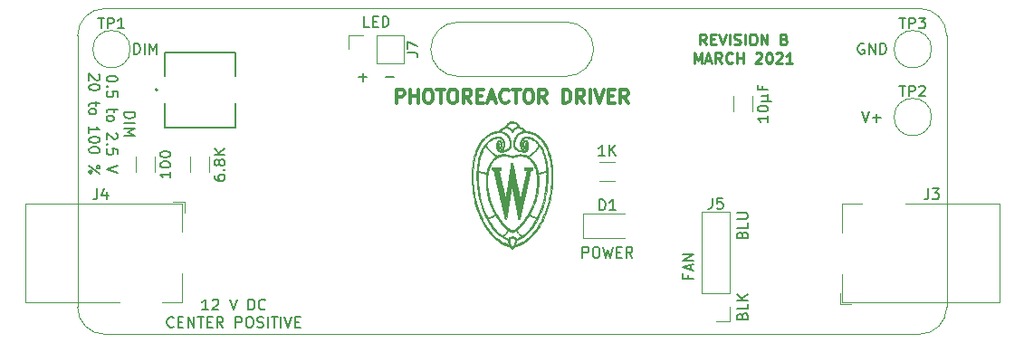
<source format=gbr>
From 40ab1463c3da0c844eedba5c5f52d5ef8af322c4 Mon Sep 17 00:00:00 2001
From: Philip Lampkin <plampkin@chem.wisc.edu>
Date: Sat, 24 Apr 2021 12:07:04 -0500
Subject: terminology update

---
 analog-driver/gerber/driver-F_SilkS.gbr | 7212 -------------------------------
 1 file changed, 7212 deletions(-)
 delete mode 100644 analog-driver/gerber/driver-F_SilkS.gbr

(limited to 'analog-driver/gerber/driver-F_SilkS.gbr')

diff --git a/analog-driver/gerber/driver-F_SilkS.gbr b/analog-driver/gerber/driver-F_SilkS.gbr
deleted file mode 100644
index 9d0cb63..0000000
--- a/analog-driver/gerber/driver-F_SilkS.gbr
+++ /dev/null
@@ -1,7212 +0,0 @@
-%TF.GenerationSoftware,KiCad,Pcbnew,5.1.8+dfsg1-1+b1*%
-%TF.CreationDate,2021-03-05T10:02:30-06:00*%
-%TF.ProjectId,driver,64726976-6572-42e6-9b69-6361645f7063,B*%
-%TF.SameCoordinates,Original*%
-%TF.FileFunction,Legend,Top*%
-%TF.FilePolarity,Positive*%
-%FSLAX46Y46*%
-G04 Gerber Fmt 4.6, Leading zero omitted, Abs format (unit mm)*
-G04 Created by KiCad (PCBNEW 5.1.8+dfsg1-1+b1) date 2021-03-05 10:02:30*
-%MOMM*%
-%LPD*%
-G01*
-G04 APERTURE LIST*
-%ADD10C,0.158750*%
-%ADD11C,0.150000*%
-%ADD12C,0.317500*%
-%TA.AperFunction,Profile*%
-%ADD13C,0.100000*%
-%TD*%
-%ADD14C,0.250000*%
-%ADD15C,0.120000*%
-%ADD16C,0.200000*%
-%ADD17C,0.127000*%
-%ADD18C,0.010000*%
-G04 APERTURE END LIST*
-D10*
-X150947380Y-88772857D02*
-X150947380Y-89344285D01*
-X150947380Y-89058571D02*
-X149947380Y-89058571D01*
-X150090238Y-89153809D01*
-X150185476Y-89249047D01*
-X150233095Y-89344285D01*
-X149947380Y-88153809D02*
-X149947380Y-88058571D01*
-X149995000Y-87963333D01*
-X150042619Y-87915714D01*
-X150137857Y-87868095D01*
-X150328333Y-87820476D01*
-X150566428Y-87820476D01*
-X150756904Y-87868095D01*
-X150852142Y-87915714D01*
-X150899761Y-87963333D01*
-X150947380Y-88058571D01*
-X150947380Y-88153809D01*
-X150899761Y-88249047D01*
-X150852142Y-88296666D01*
-X150756904Y-88344285D01*
-X150566428Y-88391904D01*
-X150328333Y-88391904D01*
-X150137857Y-88344285D01*
-X150042619Y-88296666D01*
-X149995000Y-88249047D01*
-X149947380Y-88153809D01*
-X150280714Y-87391904D02*
-X151280714Y-87391904D01*
-X150804523Y-86915714D02*
-X150899761Y-86868095D01*
-X150947380Y-86772857D01*
-X150804523Y-87391904D02*
-X150899761Y-87344285D01*
-X150947380Y-87249047D01*
-X150947380Y-87058571D01*
-X150899761Y-86963333D01*
-X150804523Y-86915714D01*
-X150280714Y-86915714D01*
-X150423571Y-86010952D02*
-X150423571Y-86344285D01*
-X150947380Y-86344285D02*
-X149947380Y-86344285D01*
-X149947380Y-85868095D01*
-X135675714Y-92527380D02*
-X135104285Y-92527380D01*
-X135390000Y-92527380D02*
-X135390000Y-91527380D01*
-X135294761Y-91670238D01*
-X135199523Y-91765476D01*
-X135104285Y-91813095D01*
-X136104285Y-92527380D02*
-X136104285Y-91527380D01*
-X136675714Y-92527380D02*
-X136247142Y-91955952D01*
-X136675714Y-91527380D02*
-X136104285Y-92098809D01*
-X99147380Y-94368809D02*
-X99147380Y-94559285D01*
-X99195000Y-94654523D01*
-X99242619Y-94702142D01*
-X99385476Y-94797380D01*
-X99575952Y-94845000D01*
-X99956904Y-94845000D01*
-X100052142Y-94797380D01*
-X100099761Y-94749761D01*
-X100147380Y-94654523D01*
-X100147380Y-94464047D01*
-X100099761Y-94368809D01*
-X100052142Y-94321190D01*
-X99956904Y-94273571D01*
-X99718809Y-94273571D01*
-X99623571Y-94321190D01*
-X99575952Y-94368809D01*
-X99528333Y-94464047D01*
-X99528333Y-94654523D01*
-X99575952Y-94749761D01*
-X99623571Y-94797380D01*
-X99718809Y-94845000D01*
-X100052142Y-93845000D02*
-X100099761Y-93797380D01*
-X100147380Y-93845000D01*
-X100099761Y-93892619D01*
-X100052142Y-93845000D01*
-X100147380Y-93845000D01*
-X99575952Y-93225952D02*
-X99528333Y-93321190D01*
-X99480714Y-93368809D01*
-X99385476Y-93416428D01*
-X99337857Y-93416428D01*
-X99242619Y-93368809D01*
-X99195000Y-93321190D01*
-X99147380Y-93225952D01*
-X99147380Y-93035476D01*
-X99195000Y-92940238D01*
-X99242619Y-92892619D01*
-X99337857Y-92845000D01*
-X99385476Y-92845000D01*
-X99480714Y-92892619D01*
-X99528333Y-92940238D01*
-X99575952Y-93035476D01*
-X99575952Y-93225952D01*
-X99623571Y-93321190D01*
-X99671190Y-93368809D01*
-X99766428Y-93416428D01*
-X99956904Y-93416428D01*
-X100052142Y-93368809D01*
-X100099761Y-93321190D01*
-X100147380Y-93225952D01*
-X100147380Y-93035476D01*
-X100099761Y-92940238D01*
-X100052142Y-92892619D01*
-X99956904Y-92845000D01*
-X99766428Y-92845000D01*
-X99671190Y-92892619D01*
-X99623571Y-92940238D01*
-X99575952Y-93035476D01*
-X100147380Y-92416428D02*
-X99147380Y-92416428D01*
-X100147380Y-91845000D02*
-X99575952Y-92273571D01*
-X99147380Y-91845000D02*
-X99718809Y-92416428D01*
-X95067380Y-94011666D02*
-X95067380Y-94583095D01*
-X95067380Y-94297380D02*
-X94067380Y-94297380D01*
-X94210238Y-94392619D01*
-X94305476Y-94487857D01*
-X94353095Y-94583095D01*
-X94067380Y-93392619D02*
-X94067380Y-93297380D01*
-X94115000Y-93202142D01*
-X94162619Y-93154523D01*
-X94257857Y-93106904D01*
-X94448333Y-93059285D01*
-X94686428Y-93059285D01*
-X94876904Y-93106904D01*
-X94972142Y-93154523D01*
-X95019761Y-93202142D01*
-X95067380Y-93297380D01*
-X95067380Y-93392619D01*
-X95019761Y-93487857D01*
-X94972142Y-93535476D01*
-X94876904Y-93583095D01*
-X94686428Y-93630714D01*
-X94448333Y-93630714D01*
-X94257857Y-93583095D01*
-X94162619Y-93535476D01*
-X94115000Y-93487857D01*
-X94067380Y-93392619D01*
-X94067380Y-92440238D02*
-X94067380Y-92345000D01*
-X94115000Y-92249761D01*
-X94162619Y-92202142D01*
-X94257857Y-92154523D01*
-X94448333Y-92106904D01*
-X94686428Y-92106904D01*
-X94876904Y-92154523D01*
-X94972142Y-92202142D01*
-X95019761Y-92249761D01*
-X95067380Y-92345000D01*
-X95067380Y-92440238D01*
-X95019761Y-92535476D01*
-X94972142Y-92583095D01*
-X94876904Y-92630714D01*
-X94686428Y-92678333D01*
-X94448333Y-92678333D01*
-X94257857Y-92630714D01*
-X94162619Y-92583095D01*
-X94115000Y-92535476D01*
-X94067380Y-92440238D01*
-D11*
-X148518571Y-99917142D02*
-X148566190Y-99774285D01*
-X148613809Y-99726666D01*
-X148709047Y-99679047D01*
-X148851904Y-99679047D01*
-X148947142Y-99726666D01*
-X148994761Y-99774285D01*
-X149042380Y-99869523D01*
-X149042380Y-100250476D01*
-X148042380Y-100250476D01*
-X148042380Y-99917142D01*
-X148090000Y-99821904D01*
-X148137619Y-99774285D01*
-X148232857Y-99726666D01*
-X148328095Y-99726666D01*
-X148423333Y-99774285D01*
-X148470952Y-99821904D01*
-X148518571Y-99917142D01*
-X148518571Y-100250476D01*
-X149042380Y-98774285D02*
-X149042380Y-99250476D01*
-X148042380Y-99250476D01*
-X148042380Y-98440952D02*
-X148851904Y-98440952D01*
-X148947142Y-98393333D01*
-X148994761Y-98345714D01*
-X149042380Y-98250476D01*
-X149042380Y-98060000D01*
-X148994761Y-97964761D01*
-X148947142Y-97917142D01*
-X148851904Y-97869523D01*
-X148042380Y-97869523D01*
-X90732619Y-88463571D02*
-X91732619Y-88463571D01*
-X91732619Y-88701666D01*
-X91685000Y-88844523D01*
-X91589761Y-88939761D01*
-X91494523Y-88987380D01*
-X91304047Y-89035000D01*
-X91161190Y-89035000D01*
-X90970714Y-88987380D01*
-X90875476Y-88939761D01*
-X90780238Y-88844523D01*
-X90732619Y-88701666D01*
-X90732619Y-88463571D01*
-X90732619Y-89463571D02*
-X91732619Y-89463571D01*
-X90732619Y-89939761D02*
-X91732619Y-89939761D01*
-X91018333Y-90273095D01*
-X91732619Y-90606428D01*
-X90732619Y-90606428D01*
-X90082619Y-85273095D02*
-X90082619Y-85368333D01*
-X90035000Y-85463571D01*
-X89987380Y-85511190D01*
-X89892142Y-85558809D01*
-X89701666Y-85606428D01*
-X89463571Y-85606428D01*
-X89273095Y-85558809D01*
-X89177857Y-85511190D01*
-X89130238Y-85463571D01*
-X89082619Y-85368333D01*
-X89082619Y-85273095D01*
-X89130238Y-85177857D01*
-X89177857Y-85130238D01*
-X89273095Y-85082619D01*
-X89463571Y-85035000D01*
-X89701666Y-85035000D01*
-X89892142Y-85082619D01*
-X89987380Y-85130238D01*
-X90035000Y-85177857D01*
-X90082619Y-85273095D01*
-X89177857Y-86035000D02*
-X89130238Y-86082619D01*
-X89082619Y-86035000D01*
-X89130238Y-85987380D01*
-X89177857Y-86035000D01*
-X89082619Y-86035000D01*
-X90082619Y-86987380D02*
-X90082619Y-86511190D01*
-X89606428Y-86463571D01*
-X89654047Y-86511190D01*
-X89701666Y-86606428D01*
-X89701666Y-86844523D01*
-X89654047Y-86939761D01*
-X89606428Y-86987380D01*
-X89511190Y-87035000D01*
-X89273095Y-87035000D01*
-X89177857Y-86987380D01*
-X89130238Y-86939761D01*
-X89082619Y-86844523D01*
-X89082619Y-86606428D01*
-X89130238Y-86511190D01*
-X89177857Y-86463571D01*
-X89749285Y-88082619D02*
-X89749285Y-88463571D01*
-X90082619Y-88225476D02*
-X89225476Y-88225476D01*
-X89130238Y-88273095D01*
-X89082619Y-88368333D01*
-X89082619Y-88463571D01*
-X89082619Y-88939761D02*
-X89130238Y-88844523D01*
-X89177857Y-88796904D01*
-X89273095Y-88749285D01*
-X89558809Y-88749285D01*
-X89654047Y-88796904D01*
-X89701666Y-88844523D01*
-X89749285Y-88939761D01*
-X89749285Y-89082619D01*
-X89701666Y-89177857D01*
-X89654047Y-89225476D01*
-X89558809Y-89273095D01*
-X89273095Y-89273095D01*
-X89177857Y-89225476D01*
-X89130238Y-89177857D01*
-X89082619Y-89082619D01*
-X89082619Y-88939761D01*
-X89987380Y-90415952D02*
-X90035000Y-90463571D01*
-X90082619Y-90558809D01*
-X90082619Y-90796904D01*
-X90035000Y-90892142D01*
-X89987380Y-90939761D01*
-X89892142Y-90987380D01*
-X89796904Y-90987380D01*
-X89654047Y-90939761D01*
-X89082619Y-90368333D01*
-X89082619Y-90987380D01*
-X89177857Y-91415952D02*
-X89130238Y-91463571D01*
-X89082619Y-91415952D01*
-X89130238Y-91368333D01*
-X89177857Y-91415952D01*
-X89082619Y-91415952D01*
-X90082619Y-92368333D02*
-X90082619Y-91892142D01*
-X89606428Y-91844523D01*
-X89654047Y-91892142D01*
-X89701666Y-91987380D01*
-X89701666Y-92225476D01*
-X89654047Y-92320714D01*
-X89606428Y-92368333D01*
-X89511190Y-92415952D01*
-X89273095Y-92415952D01*
-X89177857Y-92368333D01*
-X89130238Y-92320714D01*
-X89082619Y-92225476D01*
-X89082619Y-91987380D01*
-X89130238Y-91892142D01*
-X89177857Y-91844523D01*
-X90082619Y-93463571D02*
-X89082619Y-93796904D01*
-X90082619Y-94130238D01*
-X88337380Y-84892142D02*
-X88385000Y-84939761D01*
-X88432619Y-85035000D01*
-X88432619Y-85273095D01*
-X88385000Y-85368333D01*
-X88337380Y-85415952D01*
-X88242142Y-85463571D01*
-X88146904Y-85463571D01*
-X88004047Y-85415952D01*
-X87432619Y-84844523D01*
-X87432619Y-85463571D01*
-X88432619Y-86082619D02*
-X88432619Y-86177857D01*
-X88385000Y-86273095D01*
-X88337380Y-86320714D01*
-X88242142Y-86368333D01*
-X88051666Y-86415952D01*
-X87813571Y-86415952D01*
-X87623095Y-86368333D01*
-X87527857Y-86320714D01*
-X87480238Y-86273095D01*
-X87432619Y-86177857D01*
-X87432619Y-86082619D01*
-X87480238Y-85987380D01*
-X87527857Y-85939761D01*
-X87623095Y-85892142D01*
-X87813571Y-85844523D01*
-X88051666Y-85844523D01*
-X88242142Y-85892142D01*
-X88337380Y-85939761D01*
-X88385000Y-85987380D01*
-X88432619Y-86082619D01*
-X88099285Y-87463571D02*
-X88099285Y-87844523D01*
-X88432619Y-87606428D02*
-X87575476Y-87606428D01*
-X87480238Y-87654047D01*
-X87432619Y-87749285D01*
-X87432619Y-87844523D01*
-X87432619Y-88320714D02*
-X87480238Y-88225476D01*
-X87527857Y-88177857D01*
-X87623095Y-88130238D01*
-X87908809Y-88130238D01*
-X88004047Y-88177857D01*
-X88051666Y-88225476D01*
-X88099285Y-88320714D01*
-X88099285Y-88463571D01*
-X88051666Y-88558809D01*
-X88004047Y-88606428D01*
-X87908809Y-88654047D01*
-X87623095Y-88654047D01*
-X87527857Y-88606428D01*
-X87480238Y-88558809D01*
-X87432619Y-88463571D01*
-X87432619Y-88320714D01*
-X87432619Y-90368333D02*
-X87432619Y-89796904D01*
-X87432619Y-90082619D02*
-X88432619Y-90082619D01*
-X88289761Y-89987380D01*
-X88194523Y-89892142D01*
-X88146904Y-89796904D01*
-X88432619Y-90987380D02*
-X88432619Y-91082619D01*
-X88385000Y-91177857D01*
-X88337380Y-91225476D01*
-X88242142Y-91273095D01*
-X88051666Y-91320714D01*
-X87813571Y-91320714D01*
-X87623095Y-91273095D01*
-X87527857Y-91225476D01*
-X87480238Y-91177857D01*
-X87432619Y-91082619D01*
-X87432619Y-90987380D01*
-X87480238Y-90892142D01*
-X87527857Y-90844523D01*
-X87623095Y-90796904D01*
-X87813571Y-90749285D01*
-X88051666Y-90749285D01*
-X88242142Y-90796904D01*
-X88337380Y-90844523D01*
-X88385000Y-90892142D01*
-X88432619Y-90987380D01*
-X88432619Y-91939761D02*
-X88432619Y-92035000D01*
-X88385000Y-92130238D01*
-X88337380Y-92177857D01*
-X88242142Y-92225476D01*
-X88051666Y-92273095D01*
-X87813571Y-92273095D01*
-X87623095Y-92225476D01*
-X87527857Y-92177857D01*
-X87480238Y-92130238D01*
-X87432619Y-92035000D01*
-X87432619Y-91939761D01*
-X87480238Y-91844523D01*
-X87527857Y-91796904D01*
-X87623095Y-91749285D01*
-X87813571Y-91701666D01*
-X88051666Y-91701666D01*
-X88242142Y-91749285D01*
-X88337380Y-91796904D01*
-X88385000Y-91844523D01*
-X88432619Y-91939761D01*
-X87432619Y-93415952D02*
-X88432619Y-94177857D01*
-X88432619Y-93558809D02*
-X88385000Y-93654047D01*
-X88289761Y-93701666D01*
-X88194523Y-93654047D01*
-X88146904Y-93558809D01*
-X88194523Y-93463571D01*
-X88289761Y-93415952D01*
-X88385000Y-93463571D01*
-X88432619Y-93558809D01*
-X87480238Y-94130238D02*
-X87575476Y-94177857D01*
-X87670714Y-94130238D01*
-X87718333Y-94035000D01*
-X87670714Y-93939761D01*
-X87575476Y-93892142D01*
-X87480238Y-93939761D01*
-X87432619Y-94035000D01*
-X87480238Y-94130238D01*
-X91638571Y-83002380D02*
-X91638571Y-82002380D01*
-X91876666Y-82002380D01*
-X92019523Y-82050000D01*
-X92114761Y-82145238D01*
-X92162380Y-82240476D01*
-X92210000Y-82430952D01*
-X92210000Y-82573809D01*
-X92162380Y-82764285D01*
-X92114761Y-82859523D01*
-X92019523Y-82954761D01*
-X91876666Y-83002380D01*
-X91638571Y-83002380D01*
-X92638571Y-83002380D02*
-X92638571Y-82002380D01*
-X93114761Y-83002380D02*
-X93114761Y-82002380D01*
-X93448095Y-82716666D01*
-X93781428Y-82002380D01*
-X93781428Y-83002380D01*
-X159702619Y-88352380D02*
-X160035952Y-89352380D01*
-X160369285Y-88352380D01*
-X160702619Y-88971428D02*
-X161464523Y-88971428D01*
-X161083571Y-89352380D02*
-X161083571Y-88590476D01*
-X159893095Y-82050000D02*
-X159797857Y-82002380D01*
-X159655000Y-82002380D01*
-X159512142Y-82050000D01*
-X159416904Y-82145238D01*
-X159369285Y-82240476D01*
-X159321666Y-82430952D01*
-X159321666Y-82573809D01*
-X159369285Y-82764285D01*
-X159416904Y-82859523D01*
-X159512142Y-82954761D01*
-X159655000Y-83002380D01*
-X159750238Y-83002380D01*
-X159893095Y-82954761D01*
-X159940714Y-82907142D01*
-X159940714Y-82573809D01*
-X159750238Y-82573809D01*
-X160369285Y-83002380D02*
-X160369285Y-82002380D01*
-X160940714Y-83002380D01*
-X160940714Y-82002380D01*
-X161416904Y-83002380D02*
-X161416904Y-82002380D01*
-X161655000Y-82002380D01*
-X161797857Y-82050000D01*
-X161893095Y-82145238D01*
-X161940714Y-82240476D01*
-X161988333Y-82430952D01*
-X161988333Y-82573809D01*
-X161940714Y-82764285D01*
-X161893095Y-82859523D01*
-X161797857Y-82954761D01*
-X161655000Y-83002380D01*
-X161416904Y-83002380D01*
-X143438571Y-103679523D02*
-X143438571Y-104012857D01*
-X143962380Y-104012857D02*
-X142962380Y-104012857D01*
-X142962380Y-103536666D01*
-X143676666Y-103203333D02*
-X143676666Y-102727142D01*
-X143962380Y-103298571D02*
-X142962380Y-102965238D01*
-X143962380Y-102631904D01*
-X143962380Y-102298571D02*
-X142962380Y-102298571D01*
-X143962380Y-101727142D01*
-X142962380Y-101727142D01*
-X148518571Y-107513333D02*
-X148566190Y-107370476D01*
-X148613809Y-107322857D01*
-X148709047Y-107275238D01*
-X148851904Y-107275238D01*
-X148947142Y-107322857D01*
-X148994761Y-107370476D01*
-X149042380Y-107465714D01*
-X149042380Y-107846666D01*
-X148042380Y-107846666D01*
-X148042380Y-107513333D01*
-X148090000Y-107418095D01*
-X148137619Y-107370476D01*
-X148232857Y-107322857D01*
-X148328095Y-107322857D01*
-X148423333Y-107370476D01*
-X148470952Y-107418095D01*
-X148518571Y-107513333D01*
-X148518571Y-107846666D01*
-X149042380Y-106370476D02*
-X149042380Y-106846666D01*
-X148042380Y-106846666D01*
-X149042380Y-106037142D02*
-X148042380Y-106037142D01*
-X149042380Y-105465714D02*
-X148470952Y-105894285D01*
-X148042380Y-105465714D02*
-X148613809Y-106037142D01*
-X112649047Y-85161428D02*
-X113410952Y-85161428D01*
-X113030000Y-85542380D02*
-X113030000Y-84780476D01*
-X115189047Y-85161428D02*
-X115950952Y-85161428D01*
-X133580476Y-102052380D02*
-X133580476Y-101052380D01*
-X133961428Y-101052380D01*
-X134056666Y-101100000D01*
-X134104285Y-101147619D01*
-X134151904Y-101242857D01*
-X134151904Y-101385714D01*
-X134104285Y-101480952D01*
-X134056666Y-101528571D01*
-X133961428Y-101576190D01*
-X133580476Y-101576190D01*
-X134770952Y-101052380D02*
-X134961428Y-101052380D01*
-X135056666Y-101100000D01*
-X135151904Y-101195238D01*
-X135199523Y-101385714D01*
-X135199523Y-101719047D01*
-X135151904Y-101909523D01*
-X135056666Y-102004761D01*
-X134961428Y-102052380D01*
-X134770952Y-102052380D01*
-X134675714Y-102004761D01*
-X134580476Y-101909523D01*
-X134532857Y-101719047D01*
-X134532857Y-101385714D01*
-X134580476Y-101195238D01*
-X134675714Y-101100000D01*
-X134770952Y-101052380D01*
-X135532857Y-101052380D02*
-X135770952Y-102052380D01*
-X135961428Y-101338095D01*
-X136151904Y-102052380D01*
-X136390000Y-101052380D01*
-X136770952Y-101528571D02*
-X137104285Y-101528571D01*
-X137247142Y-102052380D02*
-X136770952Y-102052380D01*
-X136770952Y-101052380D01*
-X137247142Y-101052380D01*
-X138247142Y-102052380D02*
-X137913809Y-101576190D01*
-X137675714Y-102052380D02*
-X137675714Y-101052380D01*
-X138056666Y-101052380D01*
-X138151904Y-101100000D01*
-X138199523Y-101147619D01*
-X138247142Y-101242857D01*
-X138247142Y-101385714D01*
-X138199523Y-101480952D01*
-X138151904Y-101528571D01*
-X138056666Y-101576190D01*
-X137675714Y-101576190D01*
-X98584047Y-106942380D02*
-X98012619Y-106942380D01*
-X98298333Y-106942380D02*
-X98298333Y-105942380D01*
-X98203095Y-106085238D01*
-X98107857Y-106180476D01*
-X98012619Y-106228095D01*
-X98965000Y-106037619D02*
-X99012619Y-105990000D01*
-X99107857Y-105942380D01*
-X99345952Y-105942380D01*
-X99441190Y-105990000D01*
-X99488809Y-106037619D01*
-X99536428Y-106132857D01*
-X99536428Y-106228095D01*
-X99488809Y-106370952D01*
-X98917380Y-106942380D01*
-X99536428Y-106942380D01*
-X100584047Y-105942380D02*
-X100917380Y-106942380D01*
-X101250714Y-105942380D01*
-X102345952Y-106942380D02*
-X102345952Y-105942380D01*
-X102584047Y-105942380D01*
-X102726904Y-105990000D01*
-X102822142Y-106085238D01*
-X102869761Y-106180476D01*
-X102917380Y-106370952D01*
-X102917380Y-106513809D01*
-X102869761Y-106704285D01*
-X102822142Y-106799523D01*
-X102726904Y-106894761D01*
-X102584047Y-106942380D01*
-X102345952Y-106942380D01*
-X103917380Y-106847142D02*
-X103869761Y-106894761D01*
-X103726904Y-106942380D01*
-X103631666Y-106942380D01*
-X103488809Y-106894761D01*
-X103393571Y-106799523D01*
-X103345952Y-106704285D01*
-X103298333Y-106513809D01*
-X103298333Y-106370952D01*
-X103345952Y-106180476D01*
-X103393571Y-106085238D01*
-X103488809Y-105990000D01*
-X103631666Y-105942380D01*
-X103726904Y-105942380D01*
-X103869761Y-105990000D01*
-X103917380Y-106037619D01*
-X95345952Y-108497142D02*
-X95298333Y-108544761D01*
-X95155476Y-108592380D01*
-X95060238Y-108592380D01*
-X94917380Y-108544761D01*
-X94822142Y-108449523D01*
-X94774523Y-108354285D01*
-X94726904Y-108163809D01*
-X94726904Y-108020952D01*
-X94774523Y-107830476D01*
-X94822142Y-107735238D01*
-X94917380Y-107640000D01*
-X95060238Y-107592380D01*
-X95155476Y-107592380D01*
-X95298333Y-107640000D01*
-X95345952Y-107687619D01*
-X95774523Y-108068571D02*
-X96107857Y-108068571D01*
-X96250714Y-108592380D02*
-X95774523Y-108592380D01*
-X95774523Y-107592380D01*
-X96250714Y-107592380D01*
-X96679285Y-108592380D02*
-X96679285Y-107592380D01*
-X97250714Y-108592380D01*
-X97250714Y-107592380D01*
-X97584047Y-107592380D02*
-X98155476Y-107592380D01*
-X97869761Y-108592380D02*
-X97869761Y-107592380D01*
-X98488809Y-108068571D02*
-X98822142Y-108068571D01*
-X98965000Y-108592380D02*
-X98488809Y-108592380D01*
-X98488809Y-107592380D01*
-X98965000Y-107592380D01*
-X99965000Y-108592380D02*
-X99631666Y-108116190D01*
-X99393571Y-108592380D02*
-X99393571Y-107592380D01*
-X99774523Y-107592380D01*
-X99869761Y-107640000D01*
-X99917380Y-107687619D01*
-X99965000Y-107782857D01*
-X99965000Y-107925714D01*
-X99917380Y-108020952D01*
-X99869761Y-108068571D01*
-X99774523Y-108116190D01*
-X99393571Y-108116190D01*
-X101155476Y-108592380D02*
-X101155476Y-107592380D01*
-X101536428Y-107592380D01*
-X101631666Y-107640000D01*
-X101679285Y-107687619D01*
-X101726904Y-107782857D01*
-X101726904Y-107925714D01*
-X101679285Y-108020952D01*
-X101631666Y-108068571D01*
-X101536428Y-108116190D01*
-X101155476Y-108116190D01*
-X102345952Y-107592380D02*
-X102536428Y-107592380D01*
-X102631666Y-107640000D01*
-X102726904Y-107735238D01*
-X102774523Y-107925714D01*
-X102774523Y-108259047D01*
-X102726904Y-108449523D01*
-X102631666Y-108544761D01*
-X102536428Y-108592380D01*
-X102345952Y-108592380D01*
-X102250714Y-108544761D01*
-X102155476Y-108449523D01*
-X102107857Y-108259047D01*
-X102107857Y-107925714D01*
-X102155476Y-107735238D01*
-X102250714Y-107640000D01*
-X102345952Y-107592380D01*
-X103155476Y-108544761D02*
-X103298333Y-108592380D01*
-X103536428Y-108592380D01*
-X103631666Y-108544761D01*
-X103679285Y-108497142D01*
-X103726904Y-108401904D01*
-X103726904Y-108306666D01*
-X103679285Y-108211428D01*
-X103631666Y-108163809D01*
-X103536428Y-108116190D01*
-X103345952Y-108068571D01*
-X103250714Y-108020952D01*
-X103203095Y-107973333D01*
-X103155476Y-107878095D01*
-X103155476Y-107782857D01*
-X103203095Y-107687619D01*
-X103250714Y-107640000D01*
-X103345952Y-107592380D01*
-X103584047Y-107592380D01*
-X103726904Y-107640000D01*
-X104155476Y-108592380D02*
-X104155476Y-107592380D01*
-X104488809Y-107592380D02*
-X105060238Y-107592380D01*
-X104774523Y-108592380D02*
-X104774523Y-107592380D01*
-X105393571Y-108592380D02*
-X105393571Y-107592380D01*
-X105726904Y-107592380D02*
-X106060238Y-108592380D01*
-X106393571Y-107592380D01*
-X106726904Y-108068571D02*
-X107060238Y-108068571D01*
-X107203095Y-108592380D02*
-X106726904Y-108592380D01*
-X106726904Y-107592380D01*
-X107203095Y-107592380D01*
-D12*
-X116205000Y-87569523D02*
-X116205000Y-86299523D01*
-X116688809Y-86299523D01*
-X116809761Y-86360000D01*
-X116870238Y-86420476D01*
-X116930714Y-86541428D01*
-X116930714Y-86722857D01*
-X116870238Y-86843809D01*
-X116809761Y-86904285D01*
-X116688809Y-86964761D01*
-X116205000Y-86964761D01*
-X117475000Y-87569523D02*
-X117475000Y-86299523D01*
-X117475000Y-86904285D02*
-X118200714Y-86904285D01*
-X118200714Y-87569523D02*
-X118200714Y-86299523D01*
-X119047380Y-86299523D02*
-X119289285Y-86299523D01*
-X119410238Y-86360000D01*
-X119531190Y-86480952D01*
-X119591666Y-86722857D01*
-X119591666Y-87146190D01*
-X119531190Y-87388095D01*
-X119410238Y-87509047D01*
-X119289285Y-87569523D01*
-X119047380Y-87569523D01*
-X118926428Y-87509047D01*
-X118805476Y-87388095D01*
-X118745000Y-87146190D01*
-X118745000Y-86722857D01*
-X118805476Y-86480952D01*
-X118926428Y-86360000D01*
-X119047380Y-86299523D01*
-X119954523Y-86299523D02*
-X120680238Y-86299523D01*
-X120317380Y-87569523D02*
-X120317380Y-86299523D01*
-X121345476Y-86299523D02*
-X121587380Y-86299523D01*
-X121708333Y-86360000D01*
-X121829285Y-86480952D01*
-X121889761Y-86722857D01*
-X121889761Y-87146190D01*
-X121829285Y-87388095D01*
-X121708333Y-87509047D01*
-X121587380Y-87569523D01*
-X121345476Y-87569523D01*
-X121224523Y-87509047D01*
-X121103571Y-87388095D01*
-X121043095Y-87146190D01*
-X121043095Y-86722857D01*
-X121103571Y-86480952D01*
-X121224523Y-86360000D01*
-X121345476Y-86299523D01*
-X123159761Y-87569523D02*
-X122736428Y-86964761D01*
-X122434047Y-87569523D02*
-X122434047Y-86299523D01*
-X122917857Y-86299523D01*
-X123038809Y-86360000D01*
-X123099285Y-86420476D01*
-X123159761Y-86541428D01*
-X123159761Y-86722857D01*
-X123099285Y-86843809D01*
-X123038809Y-86904285D01*
-X122917857Y-86964761D01*
-X122434047Y-86964761D01*
-X123704047Y-86904285D02*
-X124127380Y-86904285D01*
-X124308809Y-87569523D02*
-X123704047Y-87569523D01*
-X123704047Y-86299523D01*
-X124308809Y-86299523D01*
-X124792619Y-87206666D02*
-X125397380Y-87206666D01*
-X124671666Y-87569523D02*
-X125095000Y-86299523D01*
-X125518333Y-87569523D01*
-X126667380Y-87448571D02*
-X126606904Y-87509047D01*
-X126425476Y-87569523D01*
-X126304523Y-87569523D01*
-X126123095Y-87509047D01*
-X126002142Y-87388095D01*
-X125941666Y-87267142D01*
-X125881190Y-87025238D01*
-X125881190Y-86843809D01*
-X125941666Y-86601904D01*
-X126002142Y-86480952D01*
-X126123095Y-86360000D01*
-X126304523Y-86299523D01*
-X126425476Y-86299523D01*
-X126606904Y-86360000D01*
-X126667380Y-86420476D01*
-X127030238Y-86299523D02*
-X127755952Y-86299523D01*
-X127393095Y-87569523D02*
-X127393095Y-86299523D01*
-X128421190Y-86299523D02*
-X128663095Y-86299523D01*
-X128784047Y-86360000D01*
-X128905000Y-86480952D01*
-X128965476Y-86722857D01*
-X128965476Y-87146190D01*
-X128905000Y-87388095D01*
-X128784047Y-87509047D01*
-X128663095Y-87569523D01*
-X128421190Y-87569523D01*
-X128300238Y-87509047D01*
-X128179285Y-87388095D01*
-X128118809Y-87146190D01*
-X128118809Y-86722857D01*
-X128179285Y-86480952D01*
-X128300238Y-86360000D01*
-X128421190Y-86299523D01*
-X130235476Y-87569523D02*
-X129812142Y-86964761D01*
-X129509761Y-87569523D02*
-X129509761Y-86299523D01*
-X129993571Y-86299523D01*
-X130114523Y-86360000D01*
-X130175000Y-86420476D01*
-X130235476Y-86541428D01*
-X130235476Y-86722857D01*
-X130175000Y-86843809D01*
-X130114523Y-86904285D01*
-X129993571Y-86964761D01*
-X129509761Y-86964761D01*
-X131747380Y-87569523D02*
-X131747380Y-86299523D01*
-X132049761Y-86299523D01*
-X132231190Y-86360000D01*
-X132352142Y-86480952D01*
-X132412619Y-86601904D01*
-X132473095Y-86843809D01*
-X132473095Y-87025238D01*
-X132412619Y-87267142D01*
-X132352142Y-87388095D01*
-X132231190Y-87509047D01*
-X132049761Y-87569523D01*
-X131747380Y-87569523D01*
-X133743095Y-87569523D02*
-X133319761Y-86964761D01*
-X133017380Y-87569523D02*
-X133017380Y-86299523D01*
-X133501190Y-86299523D01*
-X133622142Y-86360000D01*
-X133682619Y-86420476D01*
-X133743095Y-86541428D01*
-X133743095Y-86722857D01*
-X133682619Y-86843809D01*
-X133622142Y-86904285D01*
-X133501190Y-86964761D01*
-X133017380Y-86964761D01*
-X134287380Y-87569523D02*
-X134287380Y-86299523D01*
-X134710714Y-86299523D02*
-X135134047Y-87569523D01*
-X135557380Y-86299523D01*
-X135980714Y-86904285D02*
-X136404047Y-86904285D01*
-X136585476Y-87569523D02*
-X135980714Y-87569523D01*
-X135980714Y-86299523D01*
-X136585476Y-86299523D01*
-X137855476Y-87569523D02*
-X137432142Y-86964761D01*
-X137129761Y-87569523D02*
-X137129761Y-86299523D01*
-X137613571Y-86299523D01*
-X137734523Y-86360000D01*
-X137795000Y-86420476D01*
-X137855476Y-86541428D01*
-X137855476Y-86722857D01*
-X137795000Y-86843809D01*
-X137734523Y-86904285D01*
-X137613571Y-86964761D01*
-X137129761Y-86964761D01*
-D11*
-X113657142Y-80462380D02*
-X113180952Y-80462380D01*
-X113180952Y-79462380D01*
-X113990476Y-79938571D02*
-X114323809Y-79938571D01*
-X114466666Y-80462380D02*
-X113990476Y-80462380D01*
-X113990476Y-79462380D01*
-X114466666Y-79462380D01*
-X114895238Y-80462380D02*
-X114895238Y-79462380D01*
-X115133333Y-79462380D01*
-X115276190Y-79510000D01*
-X115371428Y-79605238D01*
-X115419047Y-79700476D01*
-X115466666Y-79890952D01*
-X115466666Y-80033809D01*
-X115419047Y-80224285D01*
-X115371428Y-80319523D01*
-X115276190Y-80414761D01*
-X115133333Y-80462380D01*
-X114895238Y-80462380D01*
-D13*
-X121920000Y-85090000D02*
-G75*
-G02*
-X119380000Y-82550000I0J2540000D01*
-G01*
-X165100000Y-78740000D02*
-X88900000Y-78740000D01*
-X119380000Y-82550000D02*
-G75*
-G02*
-X121920000Y-80010000I2540000J0D01*
-G01*
-X132080000Y-80010000D02*
-G75*
-G02*
-X134620000Y-82550000I0J-2540000D01*
-G01*
-X134620000Y-82550000D02*
-G75*
-G02*
-X132080000Y-85090000I-2540000J0D01*
-G01*
-X132080000Y-80010000D02*
-X121920000Y-80010000D01*
-X132080000Y-85090000D02*
-X121920000Y-85090000D01*
-X165100000Y-109220000D02*
-X88900000Y-109220000D01*
-X86360000Y-81280000D02*
-X86360000Y-106680000D01*
-X167640000Y-106680000D02*
-X167640000Y-81280000D01*
-X86360000Y-81280000D02*
-G75*
-G02*
-X88900000Y-78740000I2540000J0D01*
-G01*
-X88900000Y-109220000D02*
-G75*
-G02*
-X86360000Y-106680000I0J2540000D01*
-G01*
-X167640000Y-106680000D02*
-G75*
-G02*
-X165100000Y-109220000I-2540000J0D01*
-G01*
-X165100000Y-78740000D02*
-G75*
-G02*
-X167640000Y-81280000I0J-2540000D01*
-G01*
-D14*
-X145137619Y-82127380D02*
-X144804285Y-81651190D01*
-X144566190Y-82127380D02*
-X144566190Y-81127380D01*
-X144947142Y-81127380D01*
-X145042380Y-81175000D01*
-X145090000Y-81222619D01*
-X145137619Y-81317857D01*
-X145137619Y-81460714D01*
-X145090000Y-81555952D01*
-X145042380Y-81603571D01*
-X144947142Y-81651190D01*
-X144566190Y-81651190D01*
-X145566190Y-81603571D02*
-X145899523Y-81603571D01*
-X146042380Y-82127380D02*
-X145566190Y-82127380D01*
-X145566190Y-81127380D01*
-X146042380Y-81127380D01*
-X146328095Y-81127380D02*
-X146661428Y-82127380D01*
-X146994761Y-81127380D01*
-X147328095Y-82127380D02*
-X147328095Y-81127380D01*
-X147756666Y-82079761D02*
-X147899523Y-82127380D01*
-X148137619Y-82127380D01*
-X148232857Y-82079761D01*
-X148280476Y-82032142D01*
-X148328095Y-81936904D01*
-X148328095Y-81841666D01*
-X148280476Y-81746428D01*
-X148232857Y-81698809D01*
-X148137619Y-81651190D01*
-X147947142Y-81603571D01*
-X147851904Y-81555952D01*
-X147804285Y-81508333D01*
-X147756666Y-81413095D01*
-X147756666Y-81317857D01*
-X147804285Y-81222619D01*
-X147851904Y-81175000D01*
-X147947142Y-81127380D01*
-X148185238Y-81127380D01*
-X148328095Y-81175000D01*
-X148756666Y-82127380D02*
-X148756666Y-81127380D01*
-X149423333Y-81127380D02*
-X149613809Y-81127380D01*
-X149709047Y-81175000D01*
-X149804285Y-81270238D01*
-X149851904Y-81460714D01*
-X149851904Y-81794047D01*
-X149804285Y-81984523D01*
-X149709047Y-82079761D01*
-X149613809Y-82127380D01*
-X149423333Y-82127380D01*
-X149328095Y-82079761D01*
-X149232857Y-81984523D01*
-X149185238Y-81794047D01*
-X149185238Y-81460714D01*
-X149232857Y-81270238D01*
-X149328095Y-81175000D01*
-X149423333Y-81127380D01*
-X150280476Y-82127380D02*
-X150280476Y-81127380D01*
-X150851904Y-82127380D01*
-X150851904Y-81127380D01*
-X152423333Y-81603571D02*
-X152566190Y-81651190D01*
-X152613809Y-81698809D01*
-X152661428Y-81794047D01*
-X152661428Y-81936904D01*
-X152613809Y-82032142D01*
-X152566190Y-82079761D01*
-X152470952Y-82127380D01*
-X152090000Y-82127380D01*
-X152090000Y-81127380D01*
-X152423333Y-81127380D01*
-X152518571Y-81175000D01*
-X152566190Y-81222619D01*
-X152613809Y-81317857D01*
-X152613809Y-81413095D01*
-X152566190Y-81508333D01*
-X152518571Y-81555952D01*
-X152423333Y-81603571D01*
-X152090000Y-81603571D01*
-X144018571Y-83877380D02*
-X144018571Y-82877380D01*
-X144351904Y-83591666D01*
-X144685238Y-82877380D01*
-X144685238Y-83877380D01*
-X145113809Y-83591666D02*
-X145590000Y-83591666D01*
-X145018571Y-83877380D02*
-X145351904Y-82877380D01*
-X145685238Y-83877380D01*
-X146590000Y-83877380D02*
-X146256666Y-83401190D01*
-X146018571Y-83877380D02*
-X146018571Y-82877380D01*
-X146399523Y-82877380D01*
-X146494761Y-82925000D01*
-X146542380Y-82972619D01*
-X146590000Y-83067857D01*
-X146590000Y-83210714D01*
-X146542380Y-83305952D01*
-X146494761Y-83353571D01*
-X146399523Y-83401190D01*
-X146018571Y-83401190D01*
-X147590000Y-83782142D02*
-X147542380Y-83829761D01*
-X147399523Y-83877380D01*
-X147304285Y-83877380D01*
-X147161428Y-83829761D01*
-X147066190Y-83734523D01*
-X147018571Y-83639285D01*
-X146970952Y-83448809D01*
-X146970952Y-83305952D01*
-X147018571Y-83115476D01*
-X147066190Y-83020238D01*
-X147161428Y-82925000D01*
-X147304285Y-82877380D01*
-X147399523Y-82877380D01*
-X147542380Y-82925000D01*
-X147590000Y-82972619D01*
-X148018571Y-83877380D02*
-X148018571Y-82877380D01*
-X148018571Y-83353571D02*
-X148590000Y-83353571D01*
-X148590000Y-83877380D02*
-X148590000Y-82877380D01*
-X149780476Y-82972619D02*
-X149828095Y-82925000D01*
-X149923333Y-82877380D01*
-X150161428Y-82877380D01*
-X150256666Y-82925000D01*
-X150304285Y-82972619D01*
-X150351904Y-83067857D01*
-X150351904Y-83163095D01*
-X150304285Y-83305952D01*
-X149732857Y-83877380D01*
-X150351904Y-83877380D01*
-X150970952Y-82877380D02*
-X151066190Y-82877380D01*
-X151161428Y-82925000D01*
-X151209047Y-82972619D01*
-X151256666Y-83067857D01*
-X151304285Y-83258333D01*
-X151304285Y-83496428D01*
-X151256666Y-83686904D01*
-X151209047Y-83782142D01*
-X151161428Y-83829761D01*
-X151066190Y-83877380D01*
-X150970952Y-83877380D01*
-X150875714Y-83829761D01*
-X150828095Y-83782142D01*
-X150780476Y-83686904D01*
-X150732857Y-83496428D01*
-X150732857Y-83258333D01*
-X150780476Y-83067857D01*
-X150828095Y-82972619D01*
-X150875714Y-82925000D01*
-X150970952Y-82877380D01*
-X151685238Y-82972619D02*
-X151732857Y-82925000D01*
-X151828095Y-82877380D01*
-X152066190Y-82877380D01*
-X152161428Y-82925000D01*
-X152209047Y-82972619D01*
-X152256666Y-83067857D01*
-X152256666Y-83163095D01*
-X152209047Y-83305952D01*
-X151637619Y-83877380D01*
-X152256666Y-83877380D01*
-X153209047Y-83877380D02*
-X152637619Y-83877380D01*
-X152923333Y-83877380D02*
-X152923333Y-82877380D01*
-X152828095Y-83020238D01*
-X152732857Y-83115476D01*
-X152637619Y-83163095D01*
-D15*
-%TO.C,TP3*%
-X166215000Y-82550000D02*
-G75*
-G03*
-X166215000Y-82550000I-1750000J0D01*
-G01*
-%TO.C,TP2*%
-X166215000Y-88900000D02*
-G75*
-G03*
-X166215000Y-88900000I-1750000J0D01*
-G01*
-%TO.C,TP1*%
-X91285000Y-82550000D02*
-G75*
-G03*
-X91285000Y-82550000I-1750000J0D01*
-G01*
-%TO.C,R2*%
-X91800000Y-92617936D02*
-X91800000Y-94072064D01*
-X93620000Y-92617936D02*
-X93620000Y-94072064D01*
-%TO.C,R1*%
-X98700000Y-94072064D02*
-X98700000Y-92617936D01*
-X96880000Y-94072064D02*
-X96880000Y-92617936D01*
-%TO.C,C2*%
-X149500000Y-86918748D02*
-X149500000Y-88341252D01*
-X147680000Y-86918748D02*
-X147680000Y-88341252D01*
-D16*
-%TO.C,RV1*%
-X93826000Y-86360000D02*
-G75*
-G03*
-X93826000Y-86360000I-100000J0D01*
-G01*
-D17*
-X101090000Y-89890000D02*
-X94490000Y-89890000D01*
-X101090000Y-87595000D02*
-X101090000Y-89880000D01*
-X101090000Y-82890000D02*
-X101090000Y-85055000D01*
-X94490000Y-82890000D02*
-X101090000Y-82890000D01*
-X94490000Y-85055000D02*
-X94490000Y-82890000D01*
-X94490000Y-89880000D02*
-X94490000Y-87595000D01*
-D15*
-%TO.C,R5*%
-X135162936Y-94890000D02*
-X136617064Y-94890000D01*
-X135162936Y-93070000D02*
-X136617064Y-93070000D01*
-D18*
-%TO.C,G\u002A\u002A\u002A*%
-G36*
-X126990497Y-93197841D02*
-G01*
-X127007933Y-93198488D01*
-X127018683Y-93199868D01*
-X127024481Y-93202227D01*
-X127027064Y-93205810D01*
-X127027312Y-93206570D01*
-X127028537Y-93212166D01*
-X127031761Y-93227346D01*
-X127036909Y-93251744D01*
-X127043904Y-93284999D01*
-X127052670Y-93326746D01*
-X127063132Y-93376623D01*
-X127075213Y-93434267D01*
-X127088838Y-93499314D01*
-X127103930Y-93571400D01*
-X127120413Y-93650164D01*
-X127138212Y-93735240D01*
-X127157251Y-93826267D01*
-X127177452Y-93922881D01*
-X127198742Y-94024719D01*
-X127221043Y-94131417D01*
-X127244279Y-94242613D01*
-X127268375Y-94357942D01*
-X127293255Y-94477043D01*
-X127318842Y-94599551D01*
-X127345061Y-94725103D01*
-X127371835Y-94853336D01*
-X127383589Y-94909640D01*
-X127410596Y-95038994D01*
-X127437087Y-95165858D01*
-X127462985Y-95289867D01*
-X127488216Y-95410656D01*
-X127512702Y-95527860D01*
-X127536367Y-95641114D01*
-X127559134Y-95750053D01*
-X127580927Y-95854311D01*
-X127601671Y-95953524D01*
-X127621288Y-96047327D01*
-X127639702Y-96135354D01*
-X127656836Y-96217241D01*
-X127672615Y-96292622D01*
-X127686963Y-96361133D01*
-X127699801Y-96422408D01*
-X127711055Y-96476083D01*
-X127720648Y-96521792D01*
-X127728504Y-96559170D01*
-X127734545Y-96587853D01*
-X127738697Y-96607475D01*
-X127740882Y-96617671D01*
-X127741196Y-96619060D01*
-X127743609Y-96627405D01*
-X127745499Y-96628620D01*
-X127747792Y-96621715D01*
-X127750710Y-96608900D01*
-X127752330Y-96601781D01*
-X127756140Y-96585185D01*
-X127762042Y-96559532D01*
-X127769940Y-96525243D01*
-X127779736Y-96482740D01*
-X127791332Y-96432445D01*
-X127804633Y-96374777D01*
-X127819540Y-96310160D01*
-X127835956Y-96239013D01*
-X127853785Y-96161758D01*
-X127872928Y-96078816D01*
-X127893289Y-95990609D01*
-X127914770Y-95897558D01*
-X127937275Y-95800084D01*
-X127960706Y-95698609D01*
-X127984965Y-95593553D01*
-X128009956Y-95485338D01*
-X128035582Y-95374385D01*
-X128054338Y-95293180D01*
-X128085751Y-95157185D01*
-X128114958Y-95030732D01*
-X128142035Y-94913458D01*
-X128167057Y-94805005D01*
-X128190100Y-94705012D01*
-X128211241Y-94613119D01*
-X128230555Y-94528966D01*
-X128248118Y-94452193D01*
-X128264006Y-94382440D01*
-X128278294Y-94319347D01*
-X128291060Y-94262553D01*
-X128302378Y-94211700D01*
-X128312324Y-94166426D01*
-X128320974Y-94126371D01*
-X128328405Y-94091177D01*
-X128334692Y-94060482D01*
-X128339911Y-94033926D01*
-X128344137Y-94011150D01*
-X128347448Y-93991793D01*
-X128349918Y-93975495D01*
-X128351623Y-93961897D01*
-X128352640Y-93950638D01*
-X128353043Y-93941357D01*
-X128352910Y-93933697D01*
-X128352316Y-93927295D01*
-X128351337Y-93921792D01*
-X128350049Y-93916828D01*
-X128348527Y-93912042D01*
-X128346847Y-93907076D01*
-X128346602Y-93906340D01*
-X128331641Y-93875657D01*
-X128309555Y-93852180D01*
-X128280449Y-93835972D01*
-X128244424Y-93827098D01*
-X128216660Y-93825288D01*
-X128193898Y-93825678D01*
-X128172022Y-93826919D01*
-X128155471Y-93828751D01*
-X128154430Y-93828930D01*
-X128132840Y-93832800D01*
-X128132840Y-93578680D01*
-X128894840Y-93578680D01*
-X128894840Y-93706950D01*
-X128894841Y-93835220D01*
-X128842770Y-93835220D01*
-X128818094Y-93835485D01*
-X128800598Y-93836633D01*
-X128787312Y-93839190D01*
-X128775263Y-93843683D01*
-X128764345Y-93849115D01*
-X128735022Y-93870058D01*
-X128712361Y-93898573D01*
-X128707445Y-93907409D01*
-X128705974Y-93913070D01*
-X128702384Y-93928337D01*
-X128696745Y-93952894D01*
-X128689126Y-93986426D01*
-X128679599Y-94028618D01*
-X128668233Y-94079154D01*
-X128655099Y-94137719D01*
-X128640267Y-94203997D01*
-X128623807Y-94277673D01*
-X128605788Y-94358432D01*
-X128586282Y-94445958D01*
-X128565359Y-94539936D01*
-X128543088Y-94640050D01*
-X128519540Y-94745985D01*
-X128494785Y-94857426D01*
-X128468893Y-94974056D01*
-X128441935Y-95095562D01*
-X128413980Y-95221626D01*
-X128385099Y-95351935D01*
-X128355362Y-95486172D01*
-X128324838Y-95624022D01*
-X128293599Y-95765170D01*
-X128261715Y-95909300D01*
-X128229255Y-96056096D01*
-X128209009Y-96147689D01*
-X128176237Y-96295968D01*
-X128144011Y-96441776D01*
-X128112400Y-96584797D01*
-X128081474Y-96724715D01*
-X128051303Y-96861215D01*
-X128021956Y-96993982D01*
-X127993504Y-97122700D01*
-X127966016Y-97247055D01*
-X127939561Y-97366729D01*
-X127914210Y-97481409D01*
-X127890032Y-97590779D01*
-X127867097Y-97694522D01*
-X127845475Y-97792325D01*
-X127825235Y-97883871D01*
-X127806447Y-97968845D01*
-X127789181Y-98046931D01*
-X127773507Y-98117815D01*
-X127759494Y-98181180D01*
-X127747212Y-98236712D01*
-X127736730Y-98284094D01*
-X127728120Y-98323012D01*
-X127721449Y-98353150D01*
-X127716789Y-98374193D01*
-X127714208Y-98385825D01*
-X127713684Y-98388170D01*
-X127712204Y-98392781D01*
-X127709192Y-98395949D01*
-X127702978Y-98397944D01*
-X127691893Y-98399036D01*
-X127674265Y-98399498D01*
-X127648425Y-98399599D01*
-X127643218Y-98399600D01*
-X127575430Y-98399600D01*
-X127567226Y-98357690D01*
-X127565605Y-98349376D01*
-X127562123Y-98331482D01*
-X127556855Y-98304402D01*
-X127549879Y-98268527D01*
-X127541269Y-98224253D01*
-X127531104Y-98171971D01*
-X127519459Y-98112075D01*
-X127506411Y-98044958D01*
-X127492036Y-97971014D01*
-X127476411Y-97890636D01*
-X127459612Y-97804217D01*
-X127441716Y-97712150D01*
-X127422799Y-97614828D01*
-X127402937Y-97512646D01*
-X127382207Y-97405995D01*
-X127360685Y-97295269D01*
-X127338448Y-97180862D01*
-X127315573Y-97063167D01*
-X127292135Y-96942577D01*
-X127268211Y-96819485D01*
-X127258903Y-96771596D01*
-X127234903Y-96648128D01*
-X127211395Y-96527246D01*
-X127188456Y-96409330D01*
-X127166159Y-96294759D01*
-X127144579Y-96183914D01*
-X127123789Y-96077174D01*
-X127103863Y-95974920D01*
-X127084877Y-95877532D01*
-X127066904Y-95785389D01*
-X127050018Y-95698872D01*
-X127034294Y-95618360D01*
-X127019805Y-95544234D01*
-X127006627Y-95476873D01*
-X126994832Y-95416658D01*
-X126984496Y-95363968D01*
-X126975693Y-95319183D01*
-X126968496Y-95282684D01*
-X126962980Y-95254851D01*
-X126959220Y-95236062D01*
-X126957288Y-95226700D01*
-X126957037Y-95225663D01*
-X126956895Y-95225053D01*
-X126956855Y-95223875D01*
-X126956866Y-95222475D01*
-X126956873Y-95221199D01*
-X126956822Y-95220393D01*
-X126956662Y-95220403D01*
-X126956337Y-95221574D01*
-X126955795Y-95224253D01*
-X126954982Y-95228785D01*
-X126953845Y-95235515D01*
-X126952331Y-95244791D01*
-X126950386Y-95256957D01*
-X126947956Y-95272359D01*
-X126944989Y-95291344D01*
-X126941431Y-95314257D01*
-X126937229Y-95341444D01*
-X126932329Y-95373250D01*
-X126926678Y-95410022D01*
-X126920222Y-95452105D01*
-X126912908Y-95499846D01*
-X126904683Y-95553589D01*
-X126895493Y-95613681D01*
-X126885284Y-95680468D01*
-X126874005Y-95754295D01*
-X126861600Y-95835509D01*
-X126848018Y-95924454D01*
-X126833203Y-96021478D01*
-X126817104Y-96126925D01*
-X126799666Y-96241141D01*
-X126780836Y-96364473D01*
-X126760561Y-96497267D01*
-X126745843Y-96593660D01*
-X126727801Y-96711816D01*
-X126709907Y-96828998D01*
-X126692240Y-96944688D01*
-X126674879Y-97058368D01*
-X126657902Y-97169522D01*
-X126641390Y-97277632D01*
-X126625421Y-97382182D01*
-X126610073Y-97482654D01*
-X126595427Y-97578531D01*
-X126581560Y-97669296D01*
-X126568553Y-97754432D01*
-X126556483Y-97833421D01*
-X126545430Y-97905748D01*
-X126535474Y-97970893D01*
-X126526692Y-98028342D01*
-X126519164Y-98077575D01*
-X126512969Y-98118077D01*
-X126508186Y-98149330D01*
-X126506229Y-98162110D01*
-X126469841Y-98399600D01*
-X126319671Y-98399600D01*
-X126314611Y-98380550D01*
-X126313131Y-98374372D01*
-X126309421Y-98358617D01*
-X126303554Y-98333601D01*
-X126295606Y-98299642D01*
-X126285650Y-98257057D01*
-X126273761Y-98206164D01*
-X126260011Y-98147280D01*
-X126244475Y-98080723D01*
-X126227228Y-98006810D01*
-X126208343Y-97925858D01*
-X126187894Y-97838185D01*
-X126165955Y-97744109D01*
-X126142601Y-97643946D01*
-X126117904Y-97538014D01*
-X126091940Y-97426631D01*
-X126064782Y-97310113D01*
-X126036505Y-97188779D01*
-X126007182Y-97062946D01*
-X125976887Y-96932931D01*
-X125945694Y-96799052D01*
-X125913678Y-96661625D01*
-X125880912Y-96520969D01*
-X125847471Y-96377401D01*
-X125813427Y-96231238D01*
-X125796086Y-96156780D01*
-X125761752Y-96009367D01*
-X125727973Y-95864363D01*
-X125694823Y-95722086D01*
-X125662377Y-95582855D01*
-X125630710Y-95446988D01*
-X125599896Y-95314805D01*
-X125570008Y-95186623D01*
-X125541123Y-95062761D01*
-X125513313Y-94943539D01*
-X125486654Y-94829274D01*
-X125461219Y-94720286D01*
-X125437084Y-94616893D01*
-X125414322Y-94519413D01*
-X125393009Y-94428166D01*
-X125373217Y-94343470D01*
-X125355023Y-94265643D01*
-X125338500Y-94195005D01*
-X125323722Y-94131874D01*
-X125310765Y-94076569D01*
-X125299701Y-94029408D01*
-X125290607Y-93990710D01*
-X125283556Y-93960794D01*
-X125278622Y-93939978D01*
-X125275881Y-93928582D01*
-X125275358Y-93926523D01*
-X125261527Y-93895939D01*
-X125239157Y-93869348D01*
-X125209390Y-93847669D01*
-X125173370Y-93831820D01*
-X125149604Y-93825566D01*
-X125117860Y-93819094D01*
-X125115136Y-93578680D01*
-X125963680Y-93578680D01*
-X125963680Y-93822409D01*
-X125918694Y-93819216D01*
-X125896038Y-93817911D01*
-X125880030Y-93818153D01*
-X125867220Y-93820395D01*
-X125854153Y-93825093D01*
-X125845760Y-93828817D01*
-X125818490Y-93845867D01*
-X125797969Y-93869243D01*
-X125783912Y-93899508D01*
-X125776033Y-93937222D01*
-X125774017Y-93969840D01*
-X125774061Y-93974798D01*
-X125774375Y-93980574D01*
-X125775043Y-93987532D01*
-X125776147Y-93996038D01*
-X125777768Y-94006458D01*
-X125779991Y-94019157D01*
-X125782896Y-94034500D01*
-X125786566Y-94052853D01*
-X125791085Y-94074582D01*
-X125796534Y-94100052D01*
-X125802995Y-94129629D01*
-X125810552Y-94163678D01*
-X125819286Y-94202564D01*
-X125829280Y-94246654D01*
-X125840617Y-94296313D01*
-X125853379Y-94351906D01*
-X125867648Y-94413799D01*
-X125883507Y-94482358D01*
-X125901038Y-94557947D01*
-X125920323Y-94640933D01*
-X125941446Y-94731681D01*
-X125964489Y-94830556D01*
-X125989533Y-94937925D01*
-X126016662Y-95054152D01*
-X126045958Y-95179604D01*
-X126071895Y-95290640D01*
-X126098032Y-95402496D01*
-X126123587Y-95511806D01*
-X126148461Y-95618153D01*
-X126172556Y-95721122D01*
-X126195776Y-95820296D01*
-X126218022Y-95915258D01*
-X126239196Y-96005594D01*
-X126259200Y-96090886D01*
-X126277938Y-96170718D01*
-X126295311Y-96244675D01*
-X126311222Y-96312341D01*
-X126325572Y-96373298D01*
-X126338264Y-96427131D01*
-X126349201Y-96473425D01*
-X126358284Y-96511762D01*
-X126365415Y-96541726D01*
-X126370498Y-96562902D01*
-X126373434Y-96574873D01*
-X126374148Y-96577527D01*
-X126375240Y-96573356D01*
-X126377832Y-96559430D01*
-X126381878Y-96536033D01*
-X126387332Y-96503453D01*
-X126394150Y-96461976D01*
-X126402287Y-96411888D01*
-X126411696Y-96353474D01*
-X126422333Y-96287022D01*
-X126434153Y-96212816D01*
-X126447109Y-96131144D01*
-X126461157Y-96042292D01*
-X126476252Y-95946545D01*
-X126492348Y-95844190D01*
-X126509400Y-95735512D01*
-X126527363Y-95620799D01*
-X126546191Y-95500336D01*
-X126565839Y-95374409D01*
-X126586261Y-95243304D01*
-X126607414Y-95107308D01*
-X126629250Y-94966706D01*
-X126636273Y-94921447D01*
-X126656286Y-94792444D01*
-X126675923Y-94665882D01*
-X126695126Y-94542138D01*
-X126713835Y-94421590D01*
-X126731992Y-94304615D01*
-X126749538Y-94191593D01*
-X126766415Y-94082899D01*
-X126782564Y-93978912D01*
-X126797925Y-93880009D01*
-X126812442Y-93786569D01*
-X126826054Y-93698968D01*
-X126838703Y-93617585D01*
-X126850330Y-93542797D01*
-X126860878Y-93474982D01*
-X126870286Y-93414518D01*
-X126878497Y-93361781D01*
-X126885451Y-93317150D01*
-X126891090Y-93281003D01*
-X126895356Y-93253717D01*
-X126898189Y-93235670D01*
-X126899531Y-93227240D01*
-X126899590Y-93226890D01*
-X126904565Y-93197680D01*
-X126964640Y-93197680D01*
-X126990497Y-93197841D01*
-G37*
-X126990497Y-93197841D02*
-X127007933Y-93198488D01*
-X127018683Y-93199868D01*
-X127024481Y-93202227D01*
-X127027064Y-93205810D01*
-X127027312Y-93206570D01*
-X127028537Y-93212166D01*
-X127031761Y-93227346D01*
-X127036909Y-93251744D01*
-X127043904Y-93284999D01*
-X127052670Y-93326746D01*
-X127063132Y-93376623D01*
-X127075213Y-93434267D01*
-X127088838Y-93499314D01*
-X127103930Y-93571400D01*
-X127120413Y-93650164D01*
-X127138212Y-93735240D01*
-X127157251Y-93826267D01*
-X127177452Y-93922881D01*
-X127198742Y-94024719D01*
-X127221043Y-94131417D01*
-X127244279Y-94242613D01*
-X127268375Y-94357942D01*
-X127293255Y-94477043D01*
-X127318842Y-94599551D01*
-X127345061Y-94725103D01*
-X127371835Y-94853336D01*
-X127383589Y-94909640D01*
-X127410596Y-95038994D01*
-X127437087Y-95165858D01*
-X127462985Y-95289867D01*
-X127488216Y-95410656D01*
-X127512702Y-95527860D01*
-X127536367Y-95641114D01*
-X127559134Y-95750053D01*
-X127580927Y-95854311D01*
-X127601671Y-95953524D01*
-X127621288Y-96047327D01*
-X127639702Y-96135354D01*
-X127656836Y-96217241D01*
-X127672615Y-96292622D01*
-X127686963Y-96361133D01*
-X127699801Y-96422408D01*
-X127711055Y-96476083D01*
-X127720648Y-96521792D01*
-X127728504Y-96559170D01*
-X127734545Y-96587853D01*
-X127738697Y-96607475D01*
-X127740882Y-96617671D01*
-X127741196Y-96619060D01*
-X127743609Y-96627405D01*
-X127745499Y-96628620D01*
-X127747792Y-96621715D01*
-X127750710Y-96608900D01*
-X127752330Y-96601781D01*
-X127756140Y-96585185D01*
-X127762042Y-96559532D01*
-X127769940Y-96525243D01*
-X127779736Y-96482740D01*
-X127791332Y-96432445D01*
-X127804633Y-96374777D01*
-X127819540Y-96310160D01*
-X127835956Y-96239013D01*
-X127853785Y-96161758D01*
-X127872928Y-96078816D01*
-X127893289Y-95990609D01*
-X127914770Y-95897558D01*
-X127937275Y-95800084D01*
-X127960706Y-95698609D01*
-X127984965Y-95593553D01*
-X128009956Y-95485338D01*
-X128035582Y-95374385D01*
-X128054338Y-95293180D01*
-X128085751Y-95157185D01*
-X128114958Y-95030732D01*
-X128142035Y-94913458D01*
-X128167057Y-94805005D01*
-X128190100Y-94705012D01*
-X128211241Y-94613119D01*
-X128230555Y-94528966D01*
-X128248118Y-94452193D01*
-X128264006Y-94382440D01*
-X128278294Y-94319347D01*
-X128291060Y-94262553D01*
-X128302378Y-94211700D01*
-X128312324Y-94166426D01*
-X128320974Y-94126371D01*
-X128328405Y-94091177D01*
-X128334692Y-94060482D01*
-X128339911Y-94033926D01*
-X128344137Y-94011150D01*
-X128347448Y-93991793D01*
-X128349918Y-93975495D01*
-X128351623Y-93961897D01*
-X128352640Y-93950638D01*
-X128353043Y-93941357D01*
-X128352910Y-93933697D01*
-X128352316Y-93927295D01*
-X128351337Y-93921792D01*
-X128350049Y-93916828D01*
-X128348527Y-93912042D01*
-X128346847Y-93907076D01*
-X128346602Y-93906340D01*
-X128331641Y-93875657D01*
-X128309555Y-93852180D01*
-X128280449Y-93835972D01*
-X128244424Y-93827098D01*
-X128216660Y-93825288D01*
-X128193898Y-93825678D01*
-X128172022Y-93826919D01*
-X128155471Y-93828751D01*
-X128154430Y-93828930D01*
-X128132840Y-93832800D01*
-X128132840Y-93578680D01*
-X128894840Y-93578680D01*
-X128894840Y-93706950D01*
-X128894841Y-93835220D01*
-X128842770Y-93835220D01*
-X128818094Y-93835485D01*
-X128800598Y-93836633D01*
-X128787312Y-93839190D01*
-X128775263Y-93843683D01*
-X128764345Y-93849115D01*
-X128735022Y-93870058D01*
-X128712361Y-93898573D01*
-X128707445Y-93907409D01*
-X128705974Y-93913070D01*
-X128702384Y-93928337D01*
-X128696745Y-93952894D01*
-X128689126Y-93986426D01*
-X128679599Y-94028618D01*
-X128668233Y-94079154D01*
-X128655099Y-94137719D01*
-X128640267Y-94203997D01*
-X128623807Y-94277673D01*
-X128605788Y-94358432D01*
-X128586282Y-94445958D01*
-X128565359Y-94539936D01*
-X128543088Y-94640050D01*
-X128519540Y-94745985D01*
-X128494785Y-94857426D01*
-X128468893Y-94974056D01*
-X128441935Y-95095562D01*
-X128413980Y-95221626D01*
-X128385099Y-95351935D01*
-X128355362Y-95486172D01*
-X128324838Y-95624022D01*
-X128293599Y-95765170D01*
-X128261715Y-95909300D01*
-X128229255Y-96056096D01*
-X128209009Y-96147689D01*
-X128176237Y-96295968D01*
-X128144011Y-96441776D01*
-X128112400Y-96584797D01*
-X128081474Y-96724715D01*
-X128051303Y-96861215D01*
-X128021956Y-96993982D01*
-X127993504Y-97122700D01*
-X127966016Y-97247055D01*
-X127939561Y-97366729D01*
-X127914210Y-97481409D01*
-X127890032Y-97590779D01*
-X127867097Y-97694522D01*
-X127845475Y-97792325D01*
-X127825235Y-97883871D01*
-X127806447Y-97968845D01*
-X127789181Y-98046931D01*
-X127773507Y-98117815D01*
-X127759494Y-98181180D01*
-X127747212Y-98236712D01*
-X127736730Y-98284094D01*
-X127728120Y-98323012D01*
-X127721449Y-98353150D01*
-X127716789Y-98374193D01*
-X127714208Y-98385825D01*
-X127713684Y-98388170D01*
-X127712204Y-98392781D01*
-X127709192Y-98395949D01*
-X127702978Y-98397944D01*
-X127691893Y-98399036D01*
-X127674265Y-98399498D01*
-X127648425Y-98399599D01*
-X127643218Y-98399600D01*
-X127575430Y-98399600D01*
-X127567226Y-98357690D01*
-X127565605Y-98349376D01*
-X127562123Y-98331482D01*
-X127556855Y-98304402D01*
-X127549879Y-98268527D01*
-X127541269Y-98224253D01*
-X127531104Y-98171971D01*
-X127519459Y-98112075D01*
-X127506411Y-98044958D01*
-X127492036Y-97971014D01*
-X127476411Y-97890636D01*
-X127459612Y-97804217D01*
-X127441716Y-97712150D01*
-X127422799Y-97614828D01*
-X127402937Y-97512646D01*
-X127382207Y-97405995D01*
-X127360685Y-97295269D01*
-X127338448Y-97180862D01*
-X127315573Y-97063167D01*
-X127292135Y-96942577D01*
-X127268211Y-96819485D01*
-X127258903Y-96771596D01*
-X127234903Y-96648128D01*
-X127211395Y-96527246D01*
-X127188456Y-96409330D01*
-X127166159Y-96294759D01*
-X127144579Y-96183914D01*
-X127123789Y-96077174D01*
-X127103863Y-95974920D01*
-X127084877Y-95877532D01*
-X127066904Y-95785389D01*
-X127050018Y-95698872D01*
-X127034294Y-95618360D01*
-X127019805Y-95544234D01*
-X127006627Y-95476873D01*
-X126994832Y-95416658D01*
-X126984496Y-95363968D01*
-X126975693Y-95319183D01*
-X126968496Y-95282684D01*
-X126962980Y-95254851D01*
-X126959220Y-95236062D01*
-X126957288Y-95226700D01*
-X126957037Y-95225663D01*
-X126956895Y-95225053D01*
-X126956855Y-95223875D01*
-X126956866Y-95222475D01*
-X126956873Y-95221199D01*
-X126956822Y-95220393D01*
-X126956662Y-95220403D01*
-X126956337Y-95221574D01*
-X126955795Y-95224253D01*
-X126954982Y-95228785D01*
-X126953845Y-95235515D01*
-X126952331Y-95244791D01*
-X126950386Y-95256957D01*
-X126947956Y-95272359D01*
-X126944989Y-95291344D01*
-X126941431Y-95314257D01*
-X126937229Y-95341444D01*
-X126932329Y-95373250D01*
-X126926678Y-95410022D01*
-X126920222Y-95452105D01*
-X126912908Y-95499846D01*
-X126904683Y-95553589D01*
-X126895493Y-95613681D01*
-X126885284Y-95680468D01*
-X126874005Y-95754295D01*
-X126861600Y-95835509D01*
-X126848018Y-95924454D01*
-X126833203Y-96021478D01*
-X126817104Y-96126925D01*
-X126799666Y-96241141D01*
-X126780836Y-96364473D01*
-X126760561Y-96497267D01*
-X126745843Y-96593660D01*
-X126727801Y-96711816D01*
-X126709907Y-96828998D01*
-X126692240Y-96944688D01*
-X126674879Y-97058368D01*
-X126657902Y-97169522D01*
-X126641390Y-97277632D01*
-X126625421Y-97382182D01*
-X126610073Y-97482654D01*
-X126595427Y-97578531D01*
-X126581560Y-97669296D01*
-X126568553Y-97754432D01*
-X126556483Y-97833421D01*
-X126545430Y-97905748D01*
-X126535474Y-97970893D01*
-X126526692Y-98028342D01*
-X126519164Y-98077575D01*
-X126512969Y-98118077D01*
-X126508186Y-98149330D01*
-X126506229Y-98162110D01*
-X126469841Y-98399600D01*
-X126319671Y-98399600D01*
-X126314611Y-98380550D01*
-X126313131Y-98374372D01*
-X126309421Y-98358617D01*
-X126303554Y-98333601D01*
-X126295606Y-98299642D01*
-X126285650Y-98257057D01*
-X126273761Y-98206164D01*
-X126260011Y-98147280D01*
-X126244475Y-98080723D01*
-X126227228Y-98006810D01*
-X126208343Y-97925858D01*
-X126187894Y-97838185D01*
-X126165955Y-97744109D01*
-X126142601Y-97643946D01*
-X126117904Y-97538014D01*
-X126091940Y-97426631D01*
-X126064782Y-97310113D01*
-X126036505Y-97188779D01*
-X126007182Y-97062946D01*
-X125976887Y-96932931D01*
-X125945694Y-96799052D01*
-X125913678Y-96661625D01*
-X125880912Y-96520969D01*
-X125847471Y-96377401D01*
-X125813427Y-96231238D01*
-X125796086Y-96156780D01*
-X125761752Y-96009367D01*
-X125727973Y-95864363D01*
-X125694823Y-95722086D01*
-X125662377Y-95582855D01*
-X125630710Y-95446988D01*
-X125599896Y-95314805D01*
-X125570008Y-95186623D01*
-X125541123Y-95062761D01*
-X125513313Y-94943539D01*
-X125486654Y-94829274D01*
-X125461219Y-94720286D01*
-X125437084Y-94616893D01*
-X125414322Y-94519413D01*
-X125393009Y-94428166D01*
-X125373217Y-94343470D01*
-X125355023Y-94265643D01*
-X125338500Y-94195005D01*
-X125323722Y-94131874D01*
-X125310765Y-94076569D01*
-X125299701Y-94029408D01*
-X125290607Y-93990710D01*
-X125283556Y-93960794D01*
-X125278622Y-93939978D01*
-X125275881Y-93928582D01*
-X125275358Y-93926523D01*
-X125261527Y-93895939D01*
-X125239157Y-93869348D01*
-X125209390Y-93847669D01*
-X125173370Y-93831820D01*
-X125149604Y-93825566D01*
-X125117860Y-93819094D01*
-X125115136Y-93578680D01*
-X125963680Y-93578680D01*
-X125963680Y-93822409D01*
-X125918694Y-93819216D01*
-X125896038Y-93817911D01*
-X125880030Y-93818153D01*
-X125867220Y-93820395D01*
-X125854153Y-93825093D01*
-X125845760Y-93828817D01*
-X125818490Y-93845867D01*
-X125797969Y-93869243D01*
-X125783912Y-93899508D01*
-X125776033Y-93937222D01*
-X125774017Y-93969840D01*
-X125774061Y-93974798D01*
-X125774375Y-93980574D01*
-X125775043Y-93987532D01*
-X125776147Y-93996038D01*
-X125777768Y-94006458D01*
-X125779991Y-94019157D01*
-X125782896Y-94034500D01*
-X125786566Y-94052853D01*
-X125791085Y-94074582D01*
-X125796534Y-94100052D01*
-X125802995Y-94129629D01*
-X125810552Y-94163678D01*
-X125819286Y-94202564D01*
-X125829280Y-94246654D01*
-X125840617Y-94296313D01*
-X125853379Y-94351906D01*
-X125867648Y-94413799D01*
-X125883507Y-94482358D01*
-X125901038Y-94557947D01*
-X125920323Y-94640933D01*
-X125941446Y-94731681D01*
-X125964489Y-94830556D01*
-X125989533Y-94937925D01*
-X126016662Y-95054152D01*
-X126045958Y-95179604D01*
-X126071895Y-95290640D01*
-X126098032Y-95402496D01*
-X126123587Y-95511806D01*
-X126148461Y-95618153D01*
-X126172556Y-95721122D01*
-X126195776Y-95820296D01*
-X126218022Y-95915258D01*
-X126239196Y-96005594D01*
-X126259200Y-96090886D01*
-X126277938Y-96170718D01*
-X126295311Y-96244675D01*
-X126311222Y-96312341D01*
-X126325572Y-96373298D01*
-X126338264Y-96427131D01*
-X126349201Y-96473425D01*
-X126358284Y-96511762D01*
-X126365415Y-96541726D01*
-X126370498Y-96562902D01*
-X126373434Y-96574873D01*
-X126374148Y-96577527D01*
-X126375240Y-96573356D01*
-X126377832Y-96559430D01*
-X126381878Y-96536033D01*
-X126387332Y-96503453D01*
-X126394150Y-96461976D01*
-X126402287Y-96411888D01*
-X126411696Y-96353474D01*
-X126422333Y-96287022D01*
-X126434153Y-96212816D01*
-X126447109Y-96131144D01*
-X126461157Y-96042292D01*
-X126476252Y-95946545D01*
-X126492348Y-95844190D01*
-X126509400Y-95735512D01*
-X126527363Y-95620799D01*
-X126546191Y-95500336D01*
-X126565839Y-95374409D01*
-X126586261Y-95243304D01*
-X126607414Y-95107308D01*
-X126629250Y-94966706D01*
-X126636273Y-94921447D01*
-X126656286Y-94792444D01*
-X126675923Y-94665882D01*
-X126695126Y-94542138D01*
-X126713835Y-94421590D01*
-X126731992Y-94304615D01*
-X126749538Y-94191593D01*
-X126766415Y-94082899D01*
-X126782564Y-93978912D01*
-X126797925Y-93880009D01*
-X126812442Y-93786569D01*
-X126826054Y-93698968D01*
-X126838703Y-93617585D01*
-X126850330Y-93542797D01*
-X126860878Y-93474982D01*
-X126870286Y-93414518D01*
-X126878497Y-93361781D01*
-X126885451Y-93317150D01*
-X126891090Y-93281003D01*
-X126895356Y-93253717D01*
-X126898189Y-93235670D01*
-X126899531Y-93227240D01*
-X126899590Y-93226890D01*
-X126904565Y-93197680D01*
-X126964640Y-93197680D01*
-X126990497Y-93197841D01*
-G36*
-X127027014Y-89303991D02*
-G01*
-X127072375Y-89306052D01*
-X127113794Y-89309780D01*
-X127148483Y-89315150D01*
-X127151395Y-89315759D01*
-X127230635Y-89337497D01*
-X127304009Y-89367438D01*
-X127371830Y-89405785D01*
-X127434414Y-89452739D01*
-X127492077Y-89508504D01*
-X127538895Y-89564889D01*
-X127560962Y-89596620D01*
-X127583934Y-89633879D01*
-X127606332Y-89673914D01*
-X127626682Y-89713972D01*
-X127643506Y-89751301D01*
-X127654383Y-89780197D01*
-X127659840Y-89796109D01*
-X127664296Y-89807714D01*
-X127666434Y-89811967D01*
-X127672382Y-89814133D01*
-X127685301Y-89817240D01*
-X127698942Y-89819959D01*
-X127739191Y-89829382D01*
-X127784524Y-89843437D01*
-X127831659Y-89860992D01*
-X127877314Y-89880915D01*
-X127881541Y-89882931D01*
-X127954134Y-89922295D01*
-X128021352Y-89967714D01*
-X128082191Y-90018300D01*
-X128135644Y-90073169D01*
-X128180704Y-90131433D01*
-X128201778Y-90165007D01*
-X128224618Y-90204605D01*
-X128279059Y-90207746D01*
-X128385529Y-90215775D01*
-X128484491Y-90227326D01*
-X128578105Y-90242803D01*
-X128668531Y-90262607D01*
-X128757931Y-90287143D01*
-X128830719Y-90310639D01*
-X128961526Y-90360876D01*
-X129088777Y-90420499D01*
-X129212356Y-90489334D01*
-X129332152Y-90567209D01*
-X129448049Y-90653949D01*
-X129559933Y-90749381D01*
-X129667691Y-90853332D01*
-X129771209Y-90965630D01*
-X129870372Y-91086099D01*
-X129965067Y-91214568D01*
-X130055180Y-91350862D01*
-X130140596Y-91494809D01*
-X130221201Y-91646235D01*
-X130296883Y-91804967D01*
-X130367526Y-91970831D01*
-X130433017Y-92143654D01*
-X130493241Y-92323263D01*
-X130548085Y-92509485D01*
-X130597435Y-92702146D01*
-X130641177Y-92901072D01*
-X130679196Y-93106092D01*
-X130682619Y-93126560D01*
-X130699612Y-93233878D01*
-X130714818Y-93340232D01*
-X130728415Y-93447300D01*
-X130740581Y-93556754D01*
-X130751495Y-93670272D01*
-X130761334Y-93789528D01*
-X130770276Y-93916198D01*
-X130775515Y-94000320D01*
-X130777014Y-94032053D01*
-X130778320Y-94072725D01*
-X130779431Y-94121114D01*
-X130780350Y-94176000D01*
-X130781074Y-94236164D01*
-X130781606Y-94300384D01*
-X130781943Y-94367440D01*
-X130782087Y-94436112D01*
-X130782038Y-94505179D01*
-X130781795Y-94573422D01*
-X130781358Y-94639620D01*
-X130780728Y-94702553D01*
-X130779904Y-94760999D01*
-X130778887Y-94813740D01*
-X130777676Y-94859555D01*
-X130776271Y-94897223D01*
-X130775521Y-94912180D01*
-X130760706Y-95140254D01*
-X130742134Y-95360657D01*
-X130719574Y-95575248D01*
-X130692797Y-95785882D01*
-X130661575Y-95994418D01*
-X130625677Y-96202712D01*
-X130598562Y-96344740D01*
-X130543920Y-96602528D01*
-X130483133Y-96855889D01*
-X130416343Y-97104551D01*
-X130343690Y-97348243D01*
-X130265316Y-97586694D01*
-X130181363Y-97819632D01*
-X130091971Y-98046785D01*
-X129997284Y-98267883D01*
-X129897441Y-98482653D01*
-X129792585Y-98690825D01*
-X129682856Y-98892126D01*
-X129568397Y-99086286D01*
-X129449349Y-99273033D01*
-X129325853Y-99452096D01*
-X129198051Y-99623202D01*
-X129066084Y-99786082D01*
-X128930094Y-99940462D01*
-X128790222Y-100086073D01*
-X128646610Y-100222641D01*
-X128520289Y-100332593D01*
-X128383014Y-100441660D01*
-X128241799Y-100543264D01*
-X128097294Y-100637063D01*
-X127950149Y-100722714D01*
-X127801014Y-100799876D01*
-X127650540Y-100868204D01*
-X127499377Y-100927358D01*
-X127348174Y-100976995D01*
-X127240991Y-101006312D01*
-X127177344Y-101022251D01*
-X127161635Y-101045083D01*
-X127144591Y-101068346D01*
-X127124320Y-101093671D01*
-X127102624Y-101119020D01*
-X127081308Y-101142358D01*
-X127062175Y-101161647D01*
-X127047028Y-101174850D01*
-X127046183Y-101175479D01*
-X127023935Y-101189595D01*
-X127005278Y-101195820D01*
-X126987957Y-101194570D01*
-X126974181Y-101188815D01*
-X126960991Y-101179444D01*
-X126943303Y-101163706D01*
-X126922753Y-101143330D01*
-X126900982Y-101120045D01*
-X126879628Y-101095582D01*
-X126860330Y-101071669D01*
-X126850140Y-101057911D01*
-X126837365Y-101040384D01*
-X126827746Y-101029308D01*
-X126818771Y-101022702D01*
-X126807924Y-101018586D01*
-X126796800Y-101015887D01*
-X126772077Y-101009853D01*
-X126739916Y-101001219D01*
-X126702503Y-100990636D01*
-X126662024Y-100978759D01*
-X126620666Y-100966241D01*
-X126580614Y-100953736D01*
-X126544055Y-100941897D01*
-X126513174Y-100931377D01*
-X126508262Y-100929629D01*
-X126342831Y-100864883D01*
-X126180279Y-100790418D01*
-X126020659Y-100706275D01*
-X125864023Y-100612493D01*
-X125710422Y-100509114D01*
-X125559910Y-100396177D01*
-X125412537Y-100273722D01*
-X125268357Y-100141790D01*
-X125127422Y-100000420D01*
-X124989783Y-99849654D01*
-X124855494Y-99689531D01*
-X124789719Y-99606100D01*
-X124664395Y-99437017D01*
-X124542577Y-99258870D01*
-X124424589Y-99072241D01*
-X124310754Y-98877715D01*
-X124201397Y-98675873D01*
-X124096840Y-98467302D01*
-X123997407Y-98252583D01*
-X123903423Y-98032300D01*
-X123868289Y-97944940D01*
-X123767925Y-97678042D01*
-X123675635Y-97405710D01*
-X123591509Y-97128589D01*
-X123515632Y-96847325D01*
-X123448093Y-96562562D01*
-X123388978Y-96274947D01*
-X123338376Y-95985126D01*
-X123296373Y-95693744D01*
-X123263058Y-95401446D01*
-X123238517Y-95108879D01*
-X123222838Y-94816688D01*
-X123216547Y-94544462D01*
-X123326287Y-94544462D01*
-X123328822Y-94709384D01*
-X123333993Y-94871364D01*
-X123341793Y-95027853D01*
-X123345244Y-95082360D01*
-X123370618Y-95389241D01*
-X123405342Y-95693647D01*
-X123449348Y-95995270D01*
-X123502567Y-96293805D01*
-X123564930Y-96588945D01*
-X123636367Y-96880384D01*
-X123716811Y-97167816D01*
-X123806192Y-97450935D01*
-X123904442Y-97729434D01*
-X123990684Y-97951931D01*
-X124055957Y-98107947D01*
-X124126386Y-98265661D01*
-X124200914Y-98422941D01*
-X124278488Y-98577656D01*
-X124358051Y-98727674D01*
-X124438549Y-98870864D01*
-X124482985Y-98946182D01*
-X124599807Y-99133112D01*
-X124720417Y-99311375D01*
-X124844719Y-99480884D01*
-X124972616Y-99641555D01*
-X125104011Y-99793304D01*
-X125238807Y-99936046D01*
-X125376907Y-100069697D01*
-X125518214Y-100194171D01*
-X125662632Y-100309386D01*
-X125810063Y-100415255D01*
-X125960411Y-100511695D01*
-X126113578Y-100598620D01*
-X126269467Y-100675947D01*
-X126427983Y-100743591D01*
-X126589027Y-100801467D01*
-X126622043Y-100812023D01*
-X126649381Y-100820486D01*
-X126673552Y-100827788D01*
-X126692797Y-100833411D01*
-X126705357Y-100836839D01*
-X126709238Y-100837656D01*
-X126712388Y-100835383D01*
-X126710497Y-100826908D01*
-X126707209Y-100818950D01*
-X126696747Y-100793084D01*
-X126685009Y-100760389D01*
-X126672971Y-100723943D01*
-X126661606Y-100686824D01*
-X126651889Y-100652111D01*
-X126644795Y-100622883D01*
-X126644098Y-100619560D01*
-X126639266Y-100591076D01*
-X126634933Y-100556556D01*
-X126631564Y-100520119D01*
-X126629903Y-100493042D01*
-X126626890Y-100425868D01*
-X126736905Y-100425868D01*
-X126737163Y-100470783D01*
-X126737337Y-100474780D01*
-X126746427Y-100561631D01*
-X126765464Y-100648713D01*
-X126794264Y-100735497D01*
-X126832642Y-100821460D01*
-X126880413Y-100906074D01*
-X126898867Y-100934601D01*
-X126924326Y-100971751D01*
-X126945734Y-101000462D01*
-X126963917Y-101021208D01*
-X126979699Y-101034465D01*
-X126993907Y-101040707D01*
-X127007365Y-101040408D01*
-X127020899Y-101034043D01*
-X127035334Y-101022087D01*
-X127041040Y-101016369D01*
-X127058353Y-100996242D01*
-X127078748Y-100969034D01*
-X127100884Y-100936807D01*
-X127123420Y-100901627D01*
-X127145014Y-100865558D01*
-X127164324Y-100830663D01*
-X127173723Y-100812235D01*
-X127203997Y-100743853D01*
-X127229291Y-100672860D01*
-X127248108Y-100603495D01*
-X127249129Y-100598877D01*
-X127256248Y-100557133D01*
-X127260882Y-100510440D01*
-X127263034Y-100461358D01*
-X127262707Y-100412448D01*
-X127259904Y-100366270D01*
-X127254628Y-100325385D01*
-X127248779Y-100298745D01*
-X127238121Y-100277399D01*
-X127218756Y-100256104D01*
-X127192095Y-100235838D01*
-X127159549Y-100217578D01*
-X127122527Y-100202301D01*
-X127099060Y-100195055D01*
-X127080157Y-100191112D01*
-X127055259Y-100187526D01*
-X127028527Y-100184852D01*
-X127016653Y-100184075D01*
-X126971525Y-100184554D01*
-X126927178Y-100190308D01*
-X126884939Y-100200741D01*
-X126846135Y-100215259D01*
-X126812094Y-100233267D01*
-X126784141Y-100254170D01*
-X126763605Y-100277373D01*
-X126751812Y-100302282D01*
-X126751654Y-100302869D01*
-X126744437Y-100338474D01*
-X126739425Y-100380620D01*
-X126736905Y-100425868D01*
-X126626890Y-100425868D01*
-X126626620Y-100419864D01*
-X126540591Y-100385256D01*
-X126395922Y-100321754D01*
-X126252939Y-100248378D01*
-X126111888Y-100165310D01*
-X125973016Y-100072733D01*
-X125962792Y-100065097D01*
-X126161212Y-100065097D01*
-X126162726Y-100068565D01*
-X126172731Y-100076102D01*
-X126190440Y-100087446D01*
-X126214486Y-100101829D01*
-X126243502Y-100118483D01*
-X126276120Y-100136639D01*
-X126310974Y-100155529D01*
-X126346695Y-100174384D01*
-X126381918Y-100192437D01*
-X126392940Y-100197958D01*
-X126421532Y-100211918D01*
-X126453008Y-100226819D01*
-X126485923Y-100242026D01*
-X126518832Y-100256903D01*
-X126550292Y-100270815D01*
-X126578859Y-100283124D01*
-X126603087Y-100293195D01*
-X126621534Y-100300392D01*
-X126632755Y-100304079D01*
-X126634701Y-100304422D01*
-X126637372Y-100300025D01*
-X126641057Y-100288521D01*
-X126643685Y-100277930D01*
-X126657916Y-100237272D01*
-X126681293Y-100200049D01*
-X126713268Y-100166653D01*
-X126753294Y-100137474D01*
-X126800824Y-100112904D01*
-X126855311Y-100093332D01*
-X126916207Y-100079151D01*
-X126923800Y-100077850D01*
-X126977481Y-100072661D01*
-X127033329Y-100073953D01*
-X127089522Y-100081256D01*
-X127144237Y-100094100D01*
-X127195652Y-100112013D01*
-X127241944Y-100134526D01*
-X127281290Y-100161169D01*
-X127295672Y-100173828D01*
-X127318311Y-100199554D01*
-X127337647Y-100229093D01*
-X127351848Y-100259244D01*
-X127358667Y-100283893D01*
-X127361164Y-100296718D01*
-X127363446Y-100303984D01*
-X127364044Y-100304600D01*
-X127372258Y-100302515D01*
-X127388243Y-100296667D01*
-X127410599Y-100287666D01*
-X127437924Y-100276122D01*
-X127468818Y-100262645D01*
-X127501881Y-100247845D01*
-X127535713Y-100232332D01*
-X127568913Y-100216715D01*
-X127596900Y-100203173D01*
-X127628547Y-100187288D01*
-X127662414Y-100169719D01*
-X127697140Y-100151227D01*
-X127731369Y-100132571D01*
-X127763741Y-100114513D01*
-X127792899Y-100097812D01*
-X127817483Y-100083230D01*
-X127836137Y-100071527D01*
-X127847500Y-100063462D01*
-X127849256Y-100061895D01*
-X127847459Y-100057148D01*
-X127839230Y-100048037D01*
-X127826231Y-100036345D01*
-X127822942Y-100033641D01*
-X127762409Y-99981521D01*
-X127700954Y-99922794D01*
-X127640569Y-99859641D01*
-X127583245Y-99794242D01*
-X127530976Y-99728777D01*
-X127485752Y-99665428D01*
-X127483463Y-99661980D01*
-X127471811Y-99643465D01*
-X127457818Y-99619860D01*
-X127442503Y-99593036D01*
-X127426882Y-99564863D01*
-X127411973Y-99537213D01*
-X127398795Y-99511958D01*
-X127388365Y-99490969D01*
-X127381701Y-99476117D01*
-X127380341Y-99472386D01*
-X127375405Y-99471949D01*
-X127362832Y-99477877D01*
-X127342550Y-99490208D01*
-X127322442Y-99503542D01*
-X127290622Y-99524350D01*
-X127255391Y-99546019D01*
-X127218026Y-99567886D01*
-X127179806Y-99589286D01*
-X127142008Y-99609556D01*
-X127105910Y-99628033D01*
-X127072791Y-99644052D01*
-X127043928Y-99656951D01*
-X127020600Y-99666065D01*
-X127004083Y-99670730D01*
-X126999567Y-99671204D01*
-X126988006Y-99668736D01*
-X126969038Y-99661681D01*
-X126943948Y-99650715D01*
-X126914019Y-99636513D01*
-X126880537Y-99619752D01*
-X126844784Y-99601107D01*
-X126808046Y-99581254D01*
-X126771607Y-99560867D01*
-X126736750Y-99540624D01*
-X126704760Y-99521200D01*
-X126676922Y-99503270D01*
-X126665419Y-99495398D01*
-X126633098Y-99472725D01*
-X126598901Y-99540342D01*
-X126554733Y-99619312D01*
-X126501829Y-99699398D01*
-X126441308Y-99779233D01*
-X126374287Y-99857453D01*
-X126301883Y-99932694D01*
-X126225215Y-100003592D01*
-X126205906Y-100020146D01*
-X126185072Y-100038053D01*
-X126171313Y-100050802D01*
-X126163678Y-100059460D01*
-X126161212Y-100065097D01*
-X125962792Y-100065097D01*
-X125836570Y-99970830D01*
-X125702796Y-99859783D01*
-X125571941Y-99739776D01*
-X125444251Y-99610992D01*
-X125335795Y-99491800D01*
-X125206555Y-99337190D01*
-X125081335Y-99173430D01*
-X124960262Y-99000752D01*
-X124843462Y-98819391D01*
-X124731061Y-98629579D01*
-X124623185Y-98431551D01*
-X124595502Y-98376300D01*
-X124722295Y-98376300D01*
-X124724926Y-98383153D01*
-X124731901Y-98397587D01*
-X124742542Y-98418351D01*
-X124756170Y-98444195D01*
-X124772105Y-98473870D01*
-X124789670Y-98506124D01*
-X124808183Y-98539707D01*
-X124826968Y-98573370D01*
-X124845345Y-98605860D01*
-X124862634Y-98635930D01*
-X124871744Y-98651509D01*
-X124970991Y-98814428D01*
-X125071365Y-98968012D01*
-X125173477Y-99113076D01*
-X125277935Y-99250430D01*
-X125385350Y-99380887D01*
-X125496332Y-99505261D01*
-X125572520Y-99585113D01*
-X125679986Y-99690949D01*
-X125786236Y-99787749D01*
-X125892280Y-99876390D01*
-X125999133Y-99957749D01*
-X126021491Y-99973793D01*
-X126046717Y-99991508D01*
-X126065106Y-100003824D01*
-X126077948Y-100011441D01*
-X126086529Y-100015061D01*
-X126092138Y-100015386D01*
-X126095151Y-100013904D01*
-X126102229Y-100008226D01*
-X126115207Y-99997636D01*
-X126132164Y-99983705D01*
-X126149100Y-99969727D01*
-X126167596Y-99953743D01*
-X126191066Y-99932426D01*
-X126217412Y-99907739D01*
-X126244538Y-99881646D01*
-X126268559Y-99857905D01*
-X126338575Y-99784090D01*
-X126399729Y-99711871D01*
-X126452920Y-99640037D01*
-X126499052Y-99567376D01*
-X126536748Y-99497309D01*
-X126570421Y-99429158D01*
-X126555667Y-99418569D01*
-X126546757Y-99411867D01*
-X126531610Y-99400150D01*
-X126511927Y-99384744D01*
-X126489407Y-99366979D01*
-X126473857Y-99354640D01*
-X126367229Y-99265045D01*
-X126260252Y-99165703D01*
-X126153247Y-99057006D01*
-X126046537Y-98939343D01*
-X125940444Y-98813106D01*
-X125835291Y-98678686D01*
-X125731401Y-98536473D01*
-X125629094Y-98386858D01*
-X125528696Y-98230233D01*
-X125478546Y-98148140D01*
-X125462004Y-98120689D01*
-X125447159Y-98096183D01*
-X125434830Y-98075966D01*
-X125425836Y-98061379D01*
-X125420998Y-98053765D01*
-X125420481Y-98053044D01*
-X125415436Y-98054363D01*
-X125404539Y-98060970D01*
-X125389723Y-98071628D01*
-X125381920Y-98077714D01*
-X125305375Y-98133366D01*
-X125220110Y-98185183D01*
-X125126963Y-98232775D01*
-X125026772Y-98275752D01*
-X124920376Y-98313724D01*
-X124808612Y-98346300D01*
-X124800360Y-98348432D01*
-X124768986Y-98356725D01*
-X124746528Y-98363316D01*
-X124731954Y-98368573D01*
-X124724232Y-98372865D01*
-X124722295Y-98376300D01*
-X124595502Y-98376300D01*
-X124519962Y-98225539D01*
-X124421517Y-98011778D01*
-X124327978Y-97790500D01*
-X124239469Y-97561940D01*
-X124156119Y-97326330D01*
-X124144566Y-97291887D01*
-X124055656Y-97009570D01*
-X123976084Y-96724332D01*
-X123905804Y-96435918D01*
-X123844765Y-96144075D01*
-X123792921Y-95848550D01*
-X123750223Y-95549091D01*
-X123716623Y-95245443D01*
-X123692073Y-94937354D01*
-X123690007Y-94904560D01*
-X123687528Y-94857279D01*
-X123685317Y-94801448D01*
-X123683390Y-94738673D01*
-X123681761Y-94670562D01*
-X123680448Y-94598721D01*
-X123679464Y-94524756D01*
-X123678826Y-94450275D01*
-X123678668Y-94408027D01*
-X123790806Y-94408027D01*
-X123790952Y-94461941D01*
-X123791274Y-94513486D01*
-X123791779Y-94561522D01*
-X123792473Y-94604911D01*
-X123793362Y-94642514D01*
-X123794045Y-94663260D01*
-X123809923Y-94963146D01*
-X123834726Y-95260769D01*
-X123868371Y-95555784D01*
-X123910778Y-95847845D01*
-X123961863Y-96136607D01*
-X124021544Y-96421725D01*
-X124089740Y-96702853D01*
-X124166367Y-96979646D01*
-X124251345Y-97251759D01*
-X124344591Y-97518846D01*
-X124446022Y-97780562D01*
-X124555556Y-98036562D01*
-X124639796Y-98217990D01*
-X124655173Y-98249367D01*
-X124667139Y-98272212D01*
-X124676193Y-98287367D01*
-X124682837Y-98295676D01*
-X124687252Y-98298000D01*
-X124695269Y-98296791D01*
-X124711065Y-98293473D01*
-X124732585Y-98288508D01*
-X124757779Y-98282358D01*
-X124766523Y-98280154D01*
-X124874054Y-98249723D01*
-X124976356Y-98214525D01*
-X125072588Y-98174949D01*
-X125161906Y-98131390D01*
-X125243468Y-98084237D01*
-X125316429Y-98033885D01*
-X125345463Y-98010922D01*
-X125380027Y-97982364D01*
-X125358498Y-97943332D01*
-X125329283Y-97890111D01*
-X125303008Y-97841632D01*
-X125278448Y-97795552D01*
-X125254377Y-97749530D01*
-X125229569Y-97701222D01*
-X125202799Y-97648287D01*
-X125174582Y-97591880D01*
-X125126840Y-97494946D01*
-X125083783Y-97405014D01*
-X125044726Y-97320460D01*
-X125008984Y-97239661D01*
-X124975873Y-97160992D01*
-X124944706Y-97082831D01*
-X124914800Y-97003554D01*
-X124885470Y-96921536D01*
-X124858512Y-96842580D01*
-X124785143Y-96609193D01*
-X124721445Y-96376055D01*
-X124667219Y-96142148D01*
-X124622262Y-95906454D01*
-X124586372Y-95667955D01*
-X124559350Y-95425631D01*
-X124546246Y-95262700D01*
-X124542467Y-95197650D01*
-X124539488Y-95125893D01*
-X124537310Y-95049218D01*
-X124535934Y-94969416D01*
-X124535886Y-94962520D01*
-X124676878Y-94962520D01*
-X124680763Y-95115933D01*
-X124688687Y-95271080D01*
-X124700651Y-95426444D01*
-X124701701Y-95437960D01*
-X124724361Y-95642471D01*
-X124754587Y-95848128D01*
-X124792067Y-96053734D01*
-X124836492Y-96258091D01*
-X124887551Y-96460001D01*
-X124944934Y-96658268D01*
-X125008330Y-96851694D01*
-X125077428Y-97039081D01*
-X125151918Y-97219233D01*
-X125179791Y-97281638D01*
-X125269882Y-97472834D01*
-X125363645Y-97659349D01*
-X125460624Y-97840410D01*
-X125560364Y-98015245D01*
-X125662407Y-98183082D01*
-X125766300Y-98343150D01*
-X125871586Y-98494677D01*
-X125977809Y-98636891D01*
-X125986862Y-98648520D01*
-X126068136Y-98748966D01*
-X126153076Y-98847123D01*
-X126240387Y-98941653D01*
-X126328776Y-99031222D01*
-X126416947Y-99114491D01*
-X126503606Y-99190127D01*
-X126542069Y-99221560D01*
-X126575208Y-99247068D01*
-X126614257Y-99275545D01*
-X126656983Y-99305486D01*
-X126701155Y-99335383D01*
-X126744541Y-99363732D01*
-X126784907Y-99389027D01*
-X126820023Y-99409762D01*
-X126826118Y-99413173D01*
-X126850906Y-99426482D01*
-X126878349Y-99440539D01*
-X126906779Y-99454563D01*
-X126934526Y-99467774D01*
-X126959920Y-99479391D01*
-X126981291Y-99488635D01*
-X126996970Y-99494724D01*
-X127005223Y-99496880D01*
-X127011928Y-99494696D01*
-X127026235Y-99488593D01*
-X127046683Y-99479244D01*
-X127071812Y-99467321D01*
-X127100161Y-99453497D01*
-X127109370Y-99448933D01*
-X127155786Y-99424876D01*
-X127441963Y-99424876D01*
-X127444085Y-99430428D01*
-X127449917Y-99443371D01*
-X127458663Y-99461995D01*
-X127469524Y-99484586D01*
-X127474278Y-99494340D01*
-X127521362Y-99580364D01*
-X127578243Y-99665947D01*
-X127645019Y-99751214D01*
-X127721786Y-99836292D01*
-X127784860Y-99898990D01*
-X127800865Y-99913913D01*
-X127819944Y-99931209D01*
-X127840652Y-99949623D01*
-X127861539Y-99967903D01*
-X127881161Y-99984796D01*
-X127898068Y-99999049D01*
-X127910815Y-100009409D01*
-X127917953Y-100014622D01*
-X127918834Y-100015000D01*
-X127923565Y-100012293D01*
-X127934470Y-100005063D01*
-X127949466Y-99994702D01*
-X127954394Y-99991232D01*
-X128093013Y-99887271D01*
-X128228432Y-99773744D01*
-X128360565Y-99650753D01*
-X128489326Y-99518404D01*
-X128614629Y-99376800D01*
-X128736388Y-99226045D01*
-X128854517Y-99066244D01*
-X128968932Y-98897500D01*
-X129079545Y-98719917D01*
-X129186271Y-98533599D01*
-X129239799Y-98434066D01*
-X129276473Y-98364392D01*
-X129262186Y-98361183D01*
-X129165060Y-98336449D01*
-X129069168Y-98306365D01*
-X128975901Y-98271554D01*
-X128886654Y-98232639D01*
-X128802820Y-98190243D01*
-X128725792Y-98144990D01*
-X128656964Y-98097501D01*
-X128635844Y-98081090D01*
-X128617245Y-98066750D01*
-X128601405Y-98055628D01*
-X128589997Y-98048826D01*
-X128584698Y-98047445D01*
-X128584692Y-98047451D01*
-X128581012Y-98052844D01*
-X128572920Y-98065665D01*
-X128561211Y-98084619D01*
-X128546684Y-98108411D01*
-X128530134Y-98135746D01*
-X128521145Y-98150680D01*
-X128460575Y-98249050D01*
-X128395521Y-98350208D01*
-X128327681Y-98451657D01*
-X128258751Y-98550900D01*
-X128190429Y-98645441D01*
-X128131581Y-98723515D01*
-X128042153Y-98835753D01*
-X127950316Y-98943723D01*
-X127856971Y-99046495D01*
-X127763015Y-99143141D01*
-X127669349Y-99232733D01*
-X127576872Y-99314342D01*
-X127496070Y-99379682D01*
-X127476198Y-99395263D01*
-X127459609Y-99408729D01*
-X127447785Y-99418841D01*
-X127442208Y-99424362D01*
-X127441963Y-99424876D01*
-X127155786Y-99424876D01*
-X127178722Y-99412989D01*
-X127243389Y-99376263D01*
-X127305700Y-99337245D01*
-X127367988Y-99294420D01*
-X127432585Y-99246277D01*
-X127482600Y-99206855D01*
-X127591519Y-99114166D01*
-X127700070Y-99011560D01*
-X127808078Y-98899280D01*
-X127915364Y-98777566D01*
-X128021754Y-98646662D01*
-X128127070Y-98506808D01*
-X128231136Y-98358247D01*
-X128333775Y-98201219D01*
-X128434811Y-98035968D01*
-X128469777Y-97974941D01*
-X128624286Y-97974941D01*
-X128643993Y-97991856D01*
-X128721772Y-98052342D01*
-X128808353Y-98107853D01*
-X128903659Y-98158351D01*
-X129007611Y-98203799D01*
-X129120132Y-98244157D01*
-X129224303Y-98274931D01*
-X129249435Y-98281476D01*
-X129271895Y-98286942D01*
-X129289407Y-98290799D01*
-X129299690Y-98292520D01*
-X129300344Y-98292558D01*
-X129304788Y-98291761D01*
-X129309482Y-98288342D01*
-X129315113Y-98281172D01*
-X129322373Y-98269125D01*
-X129331948Y-98251072D01*
-X129344529Y-98225886D01*
-X129358052Y-98198126D01*
-X129419951Y-98065865D01*
-X129481705Y-97925227D01*
-X129542600Y-97777978D01*
-X129601925Y-97625882D01*
-X129658965Y-97470708D01*
-X129703201Y-97343389D01*
-X129795384Y-97055269D01*
-X129878474Y-96762822D01*
-X129952412Y-96466364D01*
-X130017139Y-96166213D01*
-X130072599Y-95862688D01*
-X130118732Y-95556106D01*
-X130155481Y-95246786D01*
-X130182787Y-94935045D01*
-X130200321Y-94627700D01*
-X130201245Y-94601007D01*
-X130202086Y-94567543D01*
-X130202839Y-94528373D01*
-X130203501Y-94484560D01*
-X130204069Y-94437168D01*
-X130204540Y-94387259D01*
-X130204911Y-94335899D01*
-X130205176Y-94284149D01*
-X130205335Y-94233074D01*
-X130205382Y-94183738D01*
-X130205315Y-94137204D01*
-X130205131Y-94094535D01*
-X130204825Y-94056796D01*
-X130204394Y-94025050D01*
-X130203836Y-94000360D01*
-X130203146Y-93983789D01*
-X130202396Y-93976640D01*
-X130200662Y-93971732D01*
-X130197541Y-93969566D01*
-X130191193Y-93970506D01*
-X130179780Y-93974914D01*
-X130161463Y-93983156D01*
-X130155475Y-93985910D01*
-X130017113Y-94044043D01*
-X129875121Y-94092761D01*
-X129730063Y-94131901D01*
-X129582504Y-94161303D01*
-X129502227Y-94173042D01*
-X129474857Y-94176603D01*
-X129451332Y-94179784D01*
-X129433359Y-94182343D01*
-X129422647Y-94184039D01*
-X129420388Y-94184566D01*
-X129420700Y-94189739D01*
-X129422170Y-94203125D01*
-X129424577Y-94222869D01*
-X129427702Y-94247119D01*
-X129428784Y-94255283D01*
-X129446208Y-94409804D01*
-X129458329Y-94571702D01*
-X129465149Y-94739689D01*
-X129466672Y-94912477D01*
-X129462902Y-95088779D01*
-X129453841Y-95267308D01*
-X129439493Y-95446776D01*
-X129425384Y-95580200D01*
-X129396835Y-95791830D01*
-X129360804Y-96003478D01*
-X129317603Y-96213989D01*
-X129267544Y-96422211D01*
-X129210936Y-96626989D01*
-X129148091Y-96827169D01*
-X129079321Y-97021598D01*
-X129004935Y-97209121D01*
-X128955581Y-97322640D01*
-X128939413Y-97357786D01*
-X128919350Y-97400191D01*
-X128896150Y-97448341D01*
-X128870571Y-97500721D01*
-X128843372Y-97555815D01*
-X128815309Y-97612110D01*
-X128787142Y-97668089D01*
-X128759629Y-97722240D01*
-X128733527Y-97773045D01*
-X128709595Y-97818992D01*
-X128688592Y-97858565D01*
-X128673484Y-97886280D01*
-X128624286Y-97974941D01*
-X128469777Y-97974941D01*
-X128534067Y-97862735D01*
-X128631366Y-97681761D01*
-X128711773Y-97523300D01*
-X128754129Y-97436835D01*
-X128792113Y-97357538D01*
-X128826422Y-97283774D01*
-X128857755Y-97213907D01*
-X128886810Y-97146301D01*
-X128914287Y-97079321D01*
-X128940884Y-97011331D01*
-X128967300Y-96940695D01*
-X128994232Y-96865779D01*
-X129001842Y-96844154D01*
-X129061644Y-96662896D01*
-X129115764Y-96477101D01*
-X129164094Y-96287705D01*
-X129206529Y-96095642D01*
-X129242964Y-95901849D01*
-X129273293Y-95707259D01*
-X129297410Y-95512810D01*
-X129315211Y-95319434D01*
-X129326588Y-95128069D01*
-X129331438Y-94939649D01*
-X129329654Y-94755109D01*
-X129321130Y-94575385D01*
-X129305761Y-94401411D01*
-X129290881Y-94283597D01*
-X129264018Y-94120290D01*
-X129231113Y-93963552D01*
-X129192269Y-93813577D01*
-X129147585Y-93670558D01*
-X129097164Y-93534689D01*
-X129041106Y-93406162D01*
-X128979512Y-93285170D01*
-X128912484Y-93171908D01*
-X128840123Y-93066567D01*
-X128762529Y-92969341D01*
-X128679806Y-92880423D01*
-X128592052Y-92800006D01*
-X128499370Y-92728284D01*
-X128463040Y-92703454D01*
-X128396368Y-92663585D01*
-X128324871Y-92628943D01*
-X128247656Y-92599229D01*
-X128163827Y-92574148D01*
-X128111300Y-92562217D01*
-X128532658Y-92562217D01*
-X128534410Y-92566918D01*
-X128542764Y-92575659D01*
-X128555990Y-92586666D01*
-X128558058Y-92588232D01*
-X128653321Y-92665515D01*
-X128745004Y-92751826D01*
-X128832727Y-92846547D01*
-X128916108Y-92949061D01*
-X128994764Y-93058752D01*
-X129068315Y-93175002D01*
-X129136377Y-93297194D01*
-X129198570Y-93424713D01*
-X129254511Y-93556939D01*
-X129303819Y-93693258D01*
-X129346112Y-93833052D01*
-X129359130Y-93882465D01*
-X129365425Y-93908066D01*
-X129372372Y-93937591D01*
-X129379598Y-93969310D01*
-X129386730Y-94001493D01*
-X129393395Y-94032408D01*
-X129399220Y-94060325D01*
-X129403831Y-94083513D01*
-X129406855Y-94100243D01*
-X129407920Y-94108716D01*
-X129412652Y-94108996D01*
-X129425686Y-94107973D01*
-X129445282Y-94105869D01*
-X129469695Y-94102905D01*
-X129497184Y-94099301D01*
-X129526007Y-94095280D01*
-X129554421Y-94091062D01*
-X129580684Y-94086869D01*
-X129583180Y-94086451D01*
-X129643655Y-94074901D01*
-X129709998Y-94059845D01*
-X129778892Y-94042126D01*
-X129847024Y-94022590D01*
-X129900680Y-94005579D01*
-X129939130Y-93992233D01*
-X129980778Y-93976837D01*
-X130023589Y-93960222D01*
-X130065528Y-93943219D01*
-X130104560Y-93926658D01*
-X130138651Y-93911370D01*
-X130165764Y-93898185D01*
-X130172460Y-93894641D01*
-X130197860Y-93880825D01*
-X130196295Y-93837702D01*
-X130195394Y-93818496D01*
-X130193855Y-93791725D01*
-X130191840Y-93759951D01*
-X130189512Y-93725739D01*
-X130187322Y-93695520D01*
-X130168234Y-93487667D01*
-X130142486Y-93284959D01*
-X130110174Y-93087702D01*
-X130071389Y-92896204D01*
-X130026226Y-92710771D01*
-X129974778Y-92531712D01*
-X129917138Y-92359333D01*
-X129853400Y-92193941D01*
-X129783657Y-92035845D01*
-X129708003Y-91885350D01*
-X129626530Y-91742765D01*
-X129563850Y-91644470D01*
-X129549070Y-91622589D01*
-X129536251Y-91604083D01*
-X129526442Y-91590431D01*
-X129520696Y-91583116D01*
-X129519715Y-91582286D01*
-X129516630Y-91586611D01*
-X129510474Y-91598179D01*
-X129502302Y-91614952D01*
-X129497393Y-91625517D01*
-X129464749Y-91689549D01*
-X129423876Y-91757291D01*
-X129375537Y-91827721D01*
-X129320496Y-91899818D01*
-X129259514Y-91972561D01*
-X129193355Y-92044928D01*
-X129153987Y-92085252D01*
-X129042427Y-92190748D01*
-X128923388Y-92291436D01*
-X128796205Y-92387836D01*
-X128660215Y-92480472D01*
-X128614883Y-92509310D01*
-X128589637Y-92525188D01*
-X128567332Y-92539360D01*
-X128549418Y-92550894D01*
-X128537349Y-92558855D01*
-X128532658Y-92562217D01*
-X128111300Y-92562217D01*
-X128072490Y-92553402D01*
-X127972751Y-92536694D01*
-X127952500Y-92533915D01*
-X127915053Y-92530044D01*
-X127870417Y-92527209D01*
-X127820935Y-92525412D01*
-X127768949Y-92524654D01*
-X127716804Y-92524938D01*
-X127666841Y-92526264D01*
-X127621405Y-92528636D01*
-X127582839Y-92532053D01*
-X127570440Y-92533632D01*
-X127511998Y-92542800D01*
-X127450159Y-92554317D01*
-X127383112Y-92568554D01*
-X127309046Y-92585881D01*
-X127279400Y-92593174D01*
-X127218535Y-92608102D01*
-X127166284Y-92620359D01*
-X127121502Y-92630105D01*
-X127083042Y-92637498D01*
-X127049761Y-92642696D01*
-X127020512Y-92645859D01*
-X126994152Y-92647145D01*
-X126969535Y-92646712D01*
-X126945516Y-92644720D01*
-X126926082Y-92642128D01*
-X126907962Y-92638873D01*
-X126881769Y-92633476D01*
-X126849268Y-92626335D01*
-X126812223Y-92617849D01*
-X126772398Y-92608416D01*
-X126731558Y-92598434D01*
-X126721705Y-92595976D01*
-X126644954Y-92577241D01*
-X126576400Y-92561631D01*
-X126514638Y-92548950D01*
-X126458261Y-92539003D01*
-X126405866Y-92531593D01*
-X126356047Y-92526524D01*
-X126307398Y-92523601D01*
-X126258515Y-92522627D01*
-X126207993Y-92523408D01*
-X126202491Y-92523585D01*
-X126097174Y-92530190D01*
-X125994849Y-92542660D01*
-X125897029Y-92560720D01*
-X125805225Y-92584092D01*
-X125724606Y-92611099D01*
-X125643488Y-92646932D01*
-X125562587Y-92692397D01*
-X125482525Y-92746973D01*
-X125403924Y-92810139D01*
-X125327404Y-92881376D01*
-X125253588Y-92960162D01*
-X125183097Y-93045977D01*
-X125146520Y-93095213D01*
-X125078587Y-93197568D01*
-X125015253Y-93308512D01*
-X124956712Y-93427480D01*
-X124903157Y-93553907D01*
-X124854781Y-93687227D01*
-X124811777Y-93826875D01*
-X124774339Y-93972285D01*
-X124742659Y-94122891D01*
-X124716932Y-94278129D01*
-X124701738Y-94396560D01*
-X124689464Y-94527860D01*
-X124681229Y-94666966D01*
-X124677034Y-94812358D01*
-X124676878Y-94962520D01*
-X124535886Y-94962520D01*
-X124535359Y-94888278D01*
-X124535586Y-94807594D01*
-X124536616Y-94729156D01*
-X124538448Y-94654753D01*
-X124541082Y-94586176D01*
-X124544520Y-94525217D01*
-X124546130Y-94503240D01*
-X124549444Y-94463794D01*
-X124553321Y-94421691D01*
-X124557577Y-94378609D01*
-X124562025Y-94336227D01*
-X124566482Y-94296225D01*
-X124570763Y-94260281D01*
-X124574682Y-94230074D01*
-X124578056Y-94207284D01*
-X124579774Y-94197702D01*
-X124580746Y-94190363D01*
-X124578511Y-94186017D01*
-X124570955Y-94183448D01*
-X124555964Y-94181439D01*
-X124550456Y-94180845D01*
-X124517807Y-94176870D01*
-X124478403Y-94171307D01*
-X124435298Y-94164653D01*
-X124391543Y-94157406D01*
-X124350192Y-94150064D01*
-X124314296Y-94143122D01*
-X124298809Y-94139839D01*
-X124224847Y-94121949D01*
-X124148583Y-94100659D01*
-X124072228Y-94076721D01*
-X123997991Y-94050891D01*
-X123928080Y-94023923D01*
-X123864707Y-93996569D01*
-X123829442Y-93979635D01*
-X123800865Y-93965252D01*
-X123797700Y-93989136D01*
-X123796420Y-94004101D01*
-X123795255Y-94028087D01*
-X123794210Y-94059953D01*
-X123793293Y-94098563D01*
-X123792509Y-94142776D01*
-X123791865Y-94191453D01*
-X123791367Y-94243456D01*
-X123791020Y-94297645D01*
-X123790831Y-94352881D01*
-X123790806Y-94408027D01*
-X123678668Y-94408027D01*
-X123678550Y-94376884D01*
-X123678651Y-94306190D01*
-X123679143Y-94239799D01*
-X123680044Y-94179319D01*
-X123681368Y-94126355D01*
-X123682246Y-94101920D01*
-X123694275Y-93883513D01*
-X123803291Y-93883513D01*
-X123866215Y-93913560D01*
-X123979843Y-93963575D01*
-X124096863Y-94006575D01*
-X124218370Y-94042864D01*
-X124345459Y-94072745D01*
-X124479224Y-94096523D01*
-X124569220Y-94108724D01*
-X124581263Y-94110268D01*
-X124588173Y-94111318D01*
-X124591961Y-94107680D01*
-X124594347Y-94100650D01*
-X124596282Y-94091124D01*
-X124599613Y-94074197D01*
-X124603837Y-94052447D01*
-X124607512Y-94033340D01*
-X124623205Y-93959915D01*
-X124643091Y-93880531D01*
-X124666320Y-93798047D01*
-X124692041Y-93715322D01*
-X124719404Y-93635217D01*
-X124747558Y-93560590D01*
-X124749845Y-93554877D01*
-X124766879Y-93514456D01*
-X124787841Y-93467766D01*
-X124811515Y-93417297D01*
-X124836682Y-93365541D01*
-X124862127Y-93314989D01*
-X124886632Y-93268131D01*
-X124908979Y-93227460D01*
-X124914569Y-93217718D01*
-X124980438Y-93110927D01*
-X125051683Y-93007935D01*
-X125127355Y-92909865D01*
-X125206507Y-92817842D01*
-X125288189Y-92732988D01*
-X125371452Y-92656428D01*
-X125426872Y-92610940D01*
-X125447561Y-92594632D01*
-X125465082Y-92580537D01*
-X125478017Y-92569820D01*
-X125484943Y-92563648D01*
-X125485721Y-92562680D01*
-X125481772Y-92559189D01*
-X125470940Y-92551986D01*
-X125455190Y-92542348D01*
-X125446727Y-92537385D01*
-X125421767Y-92522350D01*
-X125390378Y-92502535D01*
-X125354345Y-92479140D01*
-X125315453Y-92453364D01*
-X125275485Y-92426409D01*
-X125236226Y-92399473D01*
-X125199461Y-92373758D01*
-X125166974Y-92350464D01*
-X125148340Y-92336696D01*
-X125052575Y-92261776D01*
-X124961338Y-92184412D01*
-X124875282Y-92105314D01*
-X124795063Y-92025192D01*
-X124721335Y-91944754D01*
-X124654754Y-91864712D01*
-X124595975Y-91785774D01*
-X124545652Y-91708649D01*
-X124510097Y-91645206D01*
-X124480142Y-91587069D01*
-X124432619Y-91659584D01*
-X124351383Y-91791724D01*
-X124275201Y-91932396D01*
-X124204177Y-92081259D01*
-X124138415Y-92237972D01*
-X124078020Y-92402195D01*
-X124023096Y-92573587D01*
-X123973747Y-92751807D01*
-X123930077Y-92936513D01*
-X123892190Y-93127367D01*
-X123860190Y-93324026D01*
-X123834183Y-93526149D01*
-X123820339Y-93662500D01*
-X123817061Y-93699347D01*
-X123813871Y-93736672D01*
-X123810977Y-93771925D01*
-X123808590Y-93802558D01*
-X123806915Y-93826024D01*
-X123806731Y-93828886D01*
-X123803291Y-93883513D01*
-X123694275Y-93883513D01*
-X123694988Y-93870569D01*
-X123714106Y-93645257D01*
-X123739549Y-93426179D01*
-X123771266Y-93213535D01*
-X123809207Y-93007520D01*
-X123853321Y-92808334D01*
-X123903558Y-92616173D01*
-X123959867Y-92431234D01*
-X124022198Y-92253716D01*
-X124090499Y-92083815D01*
-X124164722Y-91921730D01*
-X124244815Y-91767658D01*
-X124306584Y-91660980D01*
-X124388414Y-91533567D01*
-X124398232Y-91519988D01*
-X124538609Y-91519988D01*
-X124539031Y-91523043D01*
-X124545481Y-91540181D01*
-X124556410Y-91563922D01*
-X124570781Y-91592339D01*
-X124587555Y-91623505D01*
-X124605692Y-91655491D01*
-X124624156Y-91686372D01*
-X124641908Y-91714218D01*
-X124642528Y-91715150D01*
-X124711056Y-91810471D01*
-X124789152Y-91905227D01*
-X124876226Y-91998882D01*
-X124971686Y-92090900D01*
-X125074940Y-92180744D01*
-X125185398Y-92267879D01*
-X125302468Y-92351768D01*
-X125425558Y-92431874D01*
-X125448060Y-92445699D01*
-X125472915Y-92460939D01*
-X125497156Y-92475983D01*
-X125518208Y-92489221D01*
-X125533493Y-92499042D01*
-X125535012Y-92500044D01*
-X125561004Y-92517263D01*
-X125651570Y-92481419D01*
-X125710494Y-92458617D01*
-X125762403Y-92439837D01*
-X125809373Y-92424563D01*
-X125853480Y-92412281D01*
-X125896801Y-92402477D01*
-X125941411Y-92394636D01*
-X125989387Y-92388245D01*
-X126042806Y-92382787D01*
-X126053521Y-92381833D01*
-X126105013Y-92378313D01*
-X126159443Y-92376340D01*
-X126214542Y-92375879D01*
-X126268042Y-92376896D01*
-X126317676Y-92379357D01*
-X126361176Y-92383226D01*
-X126387930Y-92386949D01*
-X126401902Y-92389616D01*
-X126424619Y-92394330D01*
-X126454927Y-92400835D01*
-X126491674Y-92408879D01*
-X126533708Y-92418205D01*
-X126579876Y-92428561D01*
-X126629027Y-92439691D01*
-X126680007Y-92451341D01*
-X126690190Y-92453681D01*
-X126753034Y-92468094D01*
-X126806873Y-92480326D01*
-X126852588Y-92490540D01*
-X126891060Y-92498895D01*
-X126923172Y-92505554D01*
-X126949804Y-92510677D01*
-X126971838Y-92514426D01*
-X126990154Y-92516961D01*
-X127005635Y-92518445D01*
-X127019162Y-92519038D01*
-X127031616Y-92518902D01*
-X127043180Y-92518249D01*
-X127054175Y-92516625D01*
-X127073938Y-92512833D01*
-X127101364Y-92507117D01*
-X127135351Y-92499721D01*
-X127174795Y-92490889D01*
-X127218593Y-92480864D01*
-X127265644Y-92469891D01*
-X127314843Y-92458214D01*
-X127317500Y-92457578D01*
-X127367127Y-92445722D01*
-X127414933Y-92434373D01*
-X127459770Y-92423798D01*
-X127500490Y-92414264D01*
-X127535947Y-92406038D01*
-X127564994Y-92399388D01*
-X127586483Y-92394581D01*
-X127599268Y-92391886D01*
-X127599440Y-92391853D01*
-X127632538Y-92387112D01*
-X127674125Y-92383719D01*
-X127722623Y-92381654D01*
-X127776452Y-92380898D01*
-X127834033Y-92381430D01*
-X127893789Y-92383232D01*
-X127954140Y-92386283D01*
-X128013508Y-92390564D01*
-X128070313Y-92396054D01*
-X128086637Y-92397936D01*
-X128178115Y-92412183D01*
-X128262334Y-92432229D01*
-X128340626Y-92458448D01*
-X128408936Y-92488527D01*
-X128462840Y-92515181D01*
-X128532790Y-92471560D01*
-X128646095Y-92398333D01*
-X128750835Y-92325155D01*
-X128848530Y-92250852D01*
-X128940701Y-92174247D01*
-X129028869Y-92094165D01*
-X129061782Y-92062437D01*
-X129138223Y-91984597D01*
-X129208390Y-91907082D01*
-X129271794Y-91830547D01*
-X129327945Y-91755644D01*
-X129376355Y-91683028D01*
-X129416533Y-91613352D01*
-X129447992Y-91547270D01*
-X129448670Y-91545651D01*
-X129465006Y-91506522D01*
-X129420306Y-91451671D01*
-X129397243Y-91424658D01*
-X129368365Y-91392841D01*
-X129335252Y-91357802D01*
-X129299488Y-91321121D01*
-X129262654Y-91284378D01*
-X129226332Y-91249154D01*
-X129192105Y-91217029D01*
-X129161555Y-91189585D01*
-X129138745Y-91170380D01*
-X129039760Y-91096523D01*
-X128938321Y-91031938D01*
-X128834758Y-90976757D01*
-X128729401Y-90931111D01*
-X128622581Y-90895132D01*
-X128514629Y-90868950D01*
-X128405876Y-90852698D01*
-X128325823Y-90847168D01*
-X128269330Y-90846692D01*
-X128220549Y-90849842D01*
-X128177542Y-90857073D01*
-X128138369Y-90868837D01*
-X128101090Y-90885589D01*
-X128063767Y-90907783D01*
-X128062162Y-90908845D01*
-X128014997Y-90946168D01*
-X127972258Y-90992309D01*
-X127934267Y-91046793D01*
-X127901352Y-91109142D01*
-X127873835Y-91178879D01*
-X127869685Y-91191535D01*
-X127850345Y-91268091D01*
-X127839478Y-91348480D01*
-X127836977Y-91431100D01*
-X127842732Y-91514344D01*
-X127856636Y-91596609D01*
-X127878581Y-91676291D01*
-X127907306Y-91749288D01*
-X127931376Y-91795209D01*
-X127959970Y-91838902D01*
-X127991729Y-91878806D01*
-X128025292Y-91913358D01*
-X128059299Y-91940996D01*
-X128090026Y-91959077D01*
-X128125350Y-91971838D01*
-X128161263Y-91978005D01*
-X128195211Y-91977387D01*
-X128224643Y-91969793D01*
-X128225905Y-91969247D01*
-X128256058Y-91952919D01*
-X128281617Y-91931850D01*
-X128305522Y-91903555D01*
-X128308552Y-91899370D01*
-X128333268Y-91857942D01*
-X128354518Y-91808302D01*
-X128371773Y-91751962D01*
-X128384503Y-91690438D01*
-X128386663Y-91676220D01*
-X128390889Y-91629931D01*
-X128391747Y-91577343D01*
-X128389450Y-91521664D01*
-X128384213Y-91466103D01*
-X128376248Y-91413866D01*
-X128366298Y-91370058D01*
-X128351818Y-91325942D01*
-X128334005Y-91285089D01*
-X128313698Y-91248758D01*
-X128291735Y-91218207D01*
-X128268957Y-91194694D01*
-X128246201Y-91179477D01*
-X128236779Y-91175841D01*
-X128209286Y-91172729D01*
-X128182181Y-91179089D01*
-X128156363Y-91194244D01*
-X128132732Y-91217518D01*
-X128112187Y-91248237D01*
-X128097559Y-91280398D01*
-X128085111Y-91322785D01*
-X128076801Y-91370636D01*
-X128072710Y-91421162D01*
-X128072919Y-91471574D01*
-X128077512Y-91519084D01*
-X128086569Y-91560903D01*
-X128089100Y-91568860D01*
-X128105224Y-91608373D01*
-X128123364Y-91637949D01*
-X128143544Y-91657617D01*
-X128165788Y-91667403D01*
-X128177520Y-91668600D01*
-X128192820Y-91664822D01*
-X128204979Y-91652918D01*
-X128214777Y-91632028D01*
-X128217012Y-91625093D01*
-X128223541Y-91586751D01*
-X128221657Y-91544574D01*
-X128211584Y-91500077D01*
-X128193544Y-91454776D01*
-X128191314Y-91450268D01*
-X128182712Y-91431727D01*
-X128176386Y-91415309D01*
-X128173534Y-91404178D01*
-X128173480Y-91403157D01*
-X128178263Y-91385552D01*
-X128191473Y-91370843D01*
-X128204020Y-91363774D01*
-X128224918Y-91360257D01*
-X128246364Y-91365888D01*
-X128267174Y-91379803D01*
-X128286164Y-91401139D01*
-X128302147Y-91429034D01*
-X128305987Y-91438065D01*
-X128310395Y-91450074D01*
-X128313564Y-91461665D01*
-X128315701Y-91474837D01*
-X128317014Y-91491586D01*
-X128317710Y-91513913D01*
-X128317995Y-91543815D01*
-X128318031Y-91554300D01*
-X128317869Y-91590175D01*
-X128317055Y-91618135D01*
-X128315418Y-91640412D01*
-X128312787Y-91659240D01*
-X128308993Y-91676850D01*
-X128308532Y-91678676D01*
-X128293725Y-91727604D01*
-X128276308Y-91769582D01*
-X128256712Y-91804009D01*
-X128235367Y-91830284D01*
-X128212703Y-91847805D01*
-X128189150Y-91855972D01*
-X128181190Y-91856512D01*
-X128158484Y-91852243D01*
-X128133406Y-91840494D01*
-X128108442Y-91822710D01*
-X128087653Y-91802190D01*
-X128070661Y-91779156D01*
-X128052507Y-91748884D01*
-X128034518Y-91713988D01*
-X128018019Y-91677080D01*
-X128004338Y-91640772D01*
-X128001811Y-91633040D01*
-X127985065Y-91568684D01*
-X127974287Y-91501576D01*
-X127969511Y-91433788D01*
-X127970769Y-91367394D01*
-X127978093Y-91304464D01*
-X127991516Y-91247071D01*
-X127995550Y-91234636D01*
-X128016995Y-91184797D01*
-X128044680Y-91140810D01*
-X128077713Y-91103768D01*
-X128115200Y-91074769D01*
-X128134594Y-91063988D01*
-X128156010Y-91054467D01*
-X128175078Y-91048796D01*
-X128196685Y-91045755D01*
-X128211546Y-91044754D01*
-X128234082Y-91044001D01*
-X128250363Y-91044962D01*
-X128264233Y-91048221D01*
-X128279534Y-91054366D01*
-X128282019Y-91055494D01*
-X128318243Y-91077502D01*
-X128351506Y-91108620D01*
-X128381567Y-91148173D01*
-X128408189Y-91195483D01*
-X128431133Y-91249874D01*
-X128450161Y-91310669D01*
-X128465034Y-91377191D01*
-X128475515Y-91448764D01*
-X128481364Y-91524710D01*
-X128482343Y-91604353D01*
-X128481863Y-91622880D01*
-X128476870Y-91700810D01*
-X128467345Y-91773995D01*
-X128453544Y-91841854D01*
-X128435725Y-91903807D01*
-X128414143Y-91959274D01*
-X128389057Y-92007675D01*
-X128360722Y-92048431D01*
-X128329397Y-92080961D01*
-X128295337Y-92104685D01*
-X128262479Y-92118051D01*
-X128243155Y-92121966D01*
-X128215471Y-92125554D01*
-X128181227Y-92128716D01*
-X128142222Y-92131355D01*
-X128100254Y-92133372D01*
-X128057121Y-92134669D01*
-X128014622Y-92135149D01*
-X127974556Y-92134713D01*
-X127962755Y-92134372D01*
-X127852322Y-92127267D01*
-X127749626Y-92113681D01*
-X127654544Y-92093572D01*
-X127566955Y-92066897D01*
-X127486735Y-92033615D01*
-X127413762Y-91993684D01*
-X127347915Y-91947060D01*
-X127302279Y-91906852D01*
-X127250750Y-91850706D01*
-X127207645Y-91789902D01*
-X127172623Y-91723787D01*
-X127145346Y-91651708D01*
-X127125472Y-91573012D01*
-X127123823Y-91564460D01*
-X127119381Y-91532680D01*
-X127116208Y-91493040D01*
-X127114291Y-91447755D01*
-X127113617Y-91399043D01*
-X127113640Y-91396907D01*
-X127220489Y-91396907D01*
-X127226691Y-91478268D01*
-X127241409Y-91556194D01*
-X127264457Y-91629823D01*
-X127295647Y-91698292D01*
-X127313139Y-91728564D01*
-X127336587Y-91761662D01*
-X127366653Y-91797076D01*
-X127400960Y-91832403D01*
-X127437128Y-91865238D01*
-X127472779Y-91893178D01*
-X127482977Y-91900218D01*
-X127553518Y-91941780D01*
-X127628683Y-91975958D01*
-X127706637Y-92002129D01*
-X127785543Y-92019667D01*
-X127857098Y-92027622D01*
-X127885881Y-92028768D01*
-X127906037Y-92028195D01*
-X127919021Y-92025462D01*
-X127926285Y-92020126D01*
-X127929282Y-92011745D01*
-X127929640Y-92005545D01*
-X127925294Y-91986272D01*
-X127912462Y-91962482D01*
-X127894032Y-91937840D01*
-X127850708Y-91878050D01*
-X127813574Y-91811256D01*
-X127782816Y-91738647D01*
-X127758621Y-91661413D01*
-X127741175Y-91580745D01*
-X127730664Y-91497833D01*
-X127727273Y-91413868D01*
-X127731189Y-91330041D01*
-X127742597Y-91247541D01*
-X127761684Y-91167559D01*
-X127769671Y-91142006D01*
-X127798657Y-91068384D01*
-X127834560Y-91000506D01*
-X127876816Y-90938942D01*
-X127924861Y-90884261D01*
-X127978132Y-90837032D01*
-X128036066Y-90797827D01*
-X128098098Y-90767215D01*
-X128160780Y-90746493D01*
-X128209262Y-90737381D01*
-X128265403Y-90732503D01*
-X128327670Y-90731766D01*
-X128394529Y-90735077D01*
-X128464446Y-90742343D01*
-X128535889Y-90753471D01*
-X128607324Y-90768368D01*
-X128635227Y-90775277D01*
-X128740145Y-90807551D01*
-X128844240Y-90849594D01*
-X128946973Y-90901020D01*
-X129047802Y-90961444D01*
-X129146190Y-91030479D01*
-X129241595Y-91107738D01*
-X129333479Y-91192836D01*
-X129421301Y-91285386D01*
-X129504522Y-91385002D01*
-X129525822Y-91412648D01*
-X129619884Y-91544751D01*
-X129708327Y-91685126D01*
-X129791092Y-91833541D01*
-X129868124Y-91989766D01*
-X129939363Y-92153568D01*
-X130004752Y-92324718D01*
-X130064234Y-92502984D01*
-X130117751Y-92688135D01*
-X130165245Y-92879940D01*
-X130206660Y-93078168D01*
-X130241936Y-93282588D01*
-X130271017Y-93492969D01*
-X130293845Y-93709079D01*
-X130310363Y-93930689D01*
-X130320512Y-94157565D01*
-X130324235Y-94389479D01*
-X130321958Y-94606147D01*
-X130310504Y-94898796D01*
-X130289631Y-95191527D01*
-X130259461Y-95483737D01*
-X130220116Y-95774822D01*
-X130171716Y-96064179D01*
-X130114384Y-96351205D01*
-X130048240Y-96635296D01*
-X129973406Y-96915849D01*
-X129890004Y-97192261D01*
-X129798155Y-97463927D01*
-X129697981Y-97730245D01*
-X129688029Y-97755264D01*
-X129599484Y-97967656D01*
-X129506444Y-98173163D01*
-X129409066Y-98371567D01*
-X129307508Y-98562654D01*
-X129201927Y-98746207D01*
-X129092481Y-98922008D01*
-X128979328Y-99089844D01*
-X128862624Y-99249496D01*
-X128742528Y-99400749D01*
-X128619197Y-99543387D01*
-X128492789Y-99677193D01*
-X128363460Y-99801952D01*
-X128231370Y-99917446D01*
-X128096675Y-100023460D01*
-X127970280Y-100112642D01*
-X127877931Y-100171778D01*
-X127782600Y-100228130D01*
-X127686404Y-100280566D01*
-X127591459Y-100327953D01*
-X127499883Y-100369161D01*
-X127459158Y-100385854D01*
-X127377297Y-100418279D01*
-X127373762Y-100481911D01*
-X127364628Y-100573984D01*
-X127347463Y-100661505D01*
-X127321774Y-100746735D01*
-X127307926Y-100783390D01*
-X127299538Y-100804790D01*
-X127293039Y-100822255D01*
-X127289092Y-100833938D01*
-X127288320Y-100838000D01*
-X127293832Y-100836665D01*
-X127306967Y-100833055D01*
-X127325598Y-100827765D01*
-X127342141Y-100822980D01*
-X127479777Y-100778490D01*
-X127618984Y-100724929D01*
-X127758408Y-100662955D01*
-X127896699Y-100593229D01*
-X128032503Y-100516409D01*
-X128164469Y-100433155D01*
-X128221571Y-100394235D01*
-X128319740Y-100323500D01*
-X128413343Y-100251335D01*
-X128504344Y-100176081D01*
-X128594706Y-100096079D01*
-X128686394Y-100009668D01*
-X128745126Y-99951789D01*
-X128884543Y-99805998D01*
-X129019008Y-99652605D01*
-X129148767Y-99491281D01*
-X129274065Y-99321695D01*
-X129395147Y-99143517D01*
-X129512260Y-98956418D01*
-X129608509Y-98790760D01*
-X129728237Y-98568089D01*
-X129841546Y-98337900D01*
-X129948301Y-98100660D01*
-X130048364Y-97856835D01*
-X130141601Y-97606892D01*
-X130227876Y-97351297D01*
-X130307051Y-97090517D01*
-X130378991Y-96825020D01*
-X130443560Y-96555270D01*
-X130500621Y-96281736D01*
-X130550040Y-96004883D01*
-X130591679Y-95725179D01*
-X130625402Y-95443090D01*
-X130644829Y-95237300D01*
-X130660738Y-95012724D01*
-X130671065Y-94786246D01*
-X130675854Y-94559067D01*
-X130675151Y-94332389D01*
-X130669001Y-94107413D01*
-X130657450Y-93885342D01*
-X130640543Y-93667376D01*
-X130618325Y-93454719D01*
-X130590843Y-93248572D01*
-X130563189Y-93078300D01*
-X130523554Y-92873405D01*
-X130478290Y-92675102D01*
-X130427491Y-92483563D01*
-X130371249Y-92298961D01*
-X130309657Y-92121466D01*
-X130242808Y-91951252D01*
-X130170796Y-91788491D01*
-X130093714Y-91633355D01*
-X130011654Y-91486016D01*
-X129924710Y-91346647D01*
-X129832975Y-91215419D01*
-X129736542Y-91092506D01*
-X129635504Y-90978079D01*
-X129529954Y-90872310D01*
-X129419985Y-90775372D01*
-X129305691Y-90687437D01*
-X129250440Y-90649224D01*
-X129133129Y-90576853D01*
-X129011788Y-90513543D01*
-X128886918Y-90459447D01*
-X128759020Y-90414721D01*
-X128628596Y-90379518D01*
-X128496149Y-90353990D01*
-X128362178Y-90338294D01*
-X128227187Y-90332582D01*
-X128218262Y-90332560D01*
-X128128749Y-90336052D01*
-X128040712Y-90346295D01*
-X127955349Y-90362934D01*
-X127873863Y-90385617D01*
-X127797451Y-90413991D01*
-X127727315Y-90447702D01*
-X127664654Y-90486398D01*
-X127644183Y-90501461D01*
-X127564514Y-90569195D01*
-X127492827Y-90643151D01*
-X127429216Y-90723148D01*
-X127373775Y-90809002D01*
-X127326601Y-90900531D01*
-X127287786Y-90997552D01*
-X127257427Y-91099882D01*
-X127235619Y-91207339D01*
-X127222990Y-91312973D01*
-X127220489Y-91396907D01*
-X127113640Y-91396907D01*
-X127114172Y-91349122D01*
-X127115941Y-91300208D01*
-X127118912Y-91254519D01*
-X127123069Y-91214272D01*
-X127126134Y-91193620D01*
-X127150410Y-91077524D01*
-X127182457Y-90967710D01*
-X127222539Y-90863615D01*
-X127270918Y-90764675D01*
-X127327856Y-90670330D01*
-X127393615Y-90580016D01*
-X127436331Y-90528767D01*
-X127494816Y-90467220D01*
-X127554832Y-90414963D01*
-X127617478Y-90371134D01*
-X127683260Y-90335155D01*
-X127716420Y-90319709D01*
-X127746680Y-90306711D01*
-X127776687Y-90295198D01*
-X127809088Y-90284206D01*
-X127846528Y-90272771D01*
-X127883920Y-90262088D01*
-X127907797Y-90255751D01*
-X127935745Y-90248880D01*
-X127965745Y-90241910D01*
-X127995779Y-90235276D01*
-X128023828Y-90229414D01*
-X128047875Y-90224759D01*
-X128065901Y-90221747D01*
-X128075308Y-90220799D01*
-X128076695Y-90217126D01*
-X128072569Y-90207041D01*
-X128063905Y-90191951D01*
-X128051682Y-90173260D01*
-X128036877Y-90152374D01*
-X128020467Y-90130698D01*
-X128003430Y-90109636D01*
-X127986742Y-90090594D01*
-X127979245Y-90082688D01*
-X127923307Y-90032739D01*
-X127861043Y-89990528D01*
-X127793104Y-89956406D01*
-X127720139Y-89930722D01*
-X127678180Y-89920337D01*
-X127655412Y-89917048D01*
-X127625473Y-89914915D01*
-X127591287Y-89913933D01*
-X127555775Y-89914101D01*
-X127521860Y-89915416D01*
-X127492466Y-89917876D01*
-X127474980Y-89920503D01*
-X127398447Y-89940155D01*
-X127328446Y-89967539D01*
-X127264880Y-90002736D01*
-X127207655Y-90045827D01*
-X127156673Y-90096894D01*
-X127111838Y-90156020D01*
-X127073055Y-90223285D01*
-X127045426Y-90285268D01*
-X127034840Y-90311135D01*
-X127026418Y-90328840D01*
-X127019104Y-90339854D01*
-X127011839Y-90345648D01*
-X127003564Y-90347695D01*
-X127000467Y-90347799D01*
-X126991259Y-90346506D01*
-X126983505Y-90341634D01*
-X126976142Y-90331693D01*
-X126968105Y-90315196D01*
-X126958330Y-90290653D01*
-X126956893Y-90286840D01*
-X126925733Y-90214728D01*
-X126889347Y-90151125D01*
-X126847247Y-90095548D01*
-X126798943Y-90047516D01*
-X126743946Y-90006549D01*
-X126681766Y-89972164D01*
-X126611915Y-89943882D01*
-X126606082Y-89941902D01*
-X126532583Y-89922490D01*
-X126458465Y-89913066D01*
-X126384443Y-89913548D01*
-X126311231Y-89923852D01*
-X126239543Y-89943896D01*
-X126170092Y-89973596D01*
-X126126901Y-89997784D01*
-X126089631Y-90023885D01*
-X126051456Y-90056277D01*
-X126014415Y-90092808D01*
-X125980547Y-90131330D01*
-X125951892Y-90169691D01*
-X125931399Y-90203940D01*
-X125923140Y-90220100D01*
-X125952300Y-90225878D01*
-X125968596Y-90229418D01*
-X125991694Y-90234842D01*
-X126018579Y-90241424D01*
-X126046234Y-90248441D01*
-X126047500Y-90248768D01*
-X126135022Y-90273864D01*
-X126213903Y-90301789D01*
-X126285433Y-90333229D01*
-X126350901Y-90368871D01*
-X126411597Y-90409401D01*
-X126468811Y-90455506D01*
-X126512040Y-90495967D01*
-X126590021Y-90580482D01*
-X126659545Y-90670525D01*
-X126720437Y-90765739D01*
-X126772523Y-90865767D01*
-X126815627Y-90970250D01*
-X126849573Y-91078831D01*
-X126874187Y-91191152D01*
-X126883707Y-91254580D01*
-X126887318Y-91293234D01*
-X126889421Y-91337936D01*
-X126890056Y-91385987D01*
-X126889267Y-91434684D01*
-X126887096Y-91481328D01*
-X126883586Y-91523218D01*
-X126878927Y-91556840D01*
-X126859767Y-91638939D01*
-X126832920Y-91714417D01*
-X126798266Y-91783436D01*
-X126755683Y-91846156D01*
-X126705051Y-91902738D01*
-X126646247Y-91953344D01*
-X126579152Y-91998133D01*
-X126525179Y-92027097D01*
-X126471020Y-92051969D01*
-X126419604Y-92071852D01*
-X126366600Y-92088252D01*
-X126309120Y-92102362D01*
-X126265302Y-92111545D01*
-X126224861Y-92118779D01*
-X126185620Y-92124270D01*
-X126145405Y-92128220D01*
-X126102041Y-92130836D01*
-X126053353Y-92132319D01*
-X125997167Y-92132876D01*
-X125984000Y-92132895D01*
-X125922510Y-92132531D01*
-X125870283Y-92131361D01*
-X125826448Y-92129305D01*
-X125790134Y-92126283D01*
-X125760468Y-92122215D01*
-X125736581Y-92117022D01*
-X125717600Y-92110623D01*
-X125711639Y-92107930D01*
-X125677030Y-92085596D01*
-X125644977Y-92053904D01*
-X125615755Y-92013399D01*
-X125589644Y-91964624D01*
-X125566919Y-91908123D01*
-X125547858Y-91844440D01*
-X125532739Y-91774119D01*
-X125528559Y-91748883D01*
-X125524222Y-91711743D01*
-X125521245Y-91667384D01*
-X125519629Y-91618527D01*
-X125519376Y-91567893D01*
-X125520485Y-91518207D01*
-X125522958Y-91472188D01*
-X125526795Y-91432561D01*
-X125528465Y-91420676D01*
-X125542361Y-91347739D01*
-X125560236Y-91281306D01*
-X125581819Y-91221905D01*
-X125606838Y-91170060D01*
-X125635021Y-91126297D01*
-X125666096Y-91091142D01*
-X125699792Y-91065120D01*
-X125717138Y-91055880D01*
-X125733440Y-91049106D01*
-X125747823Y-91045371D01*
-X125764239Y-91044040D01*
-X125786643Y-91044475D01*
-X125787724Y-91044520D01*
-X125832167Y-91051167D01*
-X125872952Y-91066756D01*
-X125909786Y-91090644D01*
-X125942379Y-91122188D01*
-X125970439Y-91160745D01*
-X125993677Y-91205671D01*
-X126011800Y-91256323D01*
-X126024519Y-91312059D01*
-X126031541Y-91372236D01*
-X126032577Y-91436209D01*
-X126027335Y-91503335D01*
-X126019020Y-91555822D01*
-X126006367Y-91610019D01*
-X125990275Y-91660545D01*
-X125971272Y-91706748D01*
-X125949885Y-91747977D01*
-X125926642Y-91783579D01*
-X125902069Y-91812904D01*
-X125876695Y-91835299D01*
-X125851047Y-91850113D01*
-X125825651Y-91856693D01*
-X125801036Y-91854390D01*
-X125783683Y-91846611D01*
-X125764366Y-91830002D01*
-X125745171Y-91804815D01*
-X125726945Y-91772610D01*
-X125710532Y-91734943D01*
-X125696778Y-91693372D01*
-X125693158Y-91679823D01*
-X125688595Y-91659849D01*
-X125685439Y-91640572D01*
-X125683459Y-91619394D01*
-X125682428Y-91593714D01*
-X125682116Y-91560937D01*
-X125682119Y-91554300D01*
-X125682330Y-91522199D01*
-X125683000Y-91498135D01*
-X125684341Y-91479987D01*
-X125686565Y-91465635D01*
-X125689884Y-91452959D01*
-X125693219Y-91443278D01*
-X125709378Y-91408443D01*
-X125728571Y-91383115D01*
-X125750707Y-91367382D01*
-X125775693Y-91361331D01*
-X125778897Y-91361260D01*
-X125797983Y-91363881D01*
-X125812594Y-91372819D01*
-X125813323Y-91373493D01*
-X125823555Y-91384531D01*
-X125828594Y-91395080D01*
-X125828390Y-91407401D01*
-X125822895Y-91423754D01*
-X125812060Y-91446402D01*
-X125811720Y-91447068D01*
-X125797397Y-91479668D01*
-X125785967Y-91514574D01*
-X125778436Y-91548188D01*
-X125775808Y-91575639D01*
-X125778598Y-91609424D01*
-X125786697Y-91635943D01*
-X125799092Y-91654808D01*
-X125814770Y-91665631D01*
-X125832717Y-91668025D01*
-X125851920Y-91661602D01*
-X125871366Y-91645973D01*
-X125890042Y-91620751D01*
-X125890708Y-91619622D01*
-X125907818Y-91582118D01*
-X125919986Y-91537843D01*
-X125927222Y-91488897D01*
-X125929540Y-91437379D01*
-X125926951Y-91385390D01*
-X125919465Y-91335029D01*
-X125907096Y-91288395D01*
-X125889854Y-91247589D01*
-X125888630Y-91245307D01*
-X125870031Y-91218320D01*
-X125847365Y-91196748D01*
-X125822333Y-91181499D01*
-X125796638Y-91173476D01*
-X125771979Y-91173586D01*
-X125760363Y-91177059D01*
-X125732218Y-91194089D01*
-X125706068Y-91220287D01*
-X125682269Y-91254793D01*
-X125661178Y-91296747D01*
-X125643153Y-91345291D01*
-X125628550Y-91399565D01*
-X125617726Y-91458710D01*
-X125611038Y-91521865D01*
-X125610010Y-91539060D01*
-X125609490Y-91606087D01*
-X125614545Y-91670590D01*
-X125624837Y-91731611D01*
-X125640027Y-91788191D01*
-X125659777Y-91839370D01*
-X125683749Y-91884191D01*
-X125711604Y-91921694D01*
-X125743005Y-91950921D01*
-X125759153Y-91961679D01*
-X125788001Y-91973303D01*
-X125821616Y-91978229D01*
-X125856995Y-91976302D01*
-X125888771Y-91968256D01*
-X125918549Y-91955884D01*
-X125943566Y-91941510D01*
-X125967649Y-91922675D01*
-X125985189Y-91906315D01*
-X126028419Y-91857320D01*
-X126066305Y-91800702D01*
-X126098530Y-91737664D01*
-X126124779Y-91669412D01*
-X126144734Y-91597151D01*
-X126158080Y-91522085D01*
-X126164501Y-91445419D01*
-X126163680Y-91368357D01*
-X126155302Y-91292105D01*
-X126151704Y-91271820D01*
-X126133942Y-91199201D01*
-X126109776Y-91131476D01*
-X126079704Y-91069362D01*
-X126044226Y-91013574D01*
-X126003840Y-90964827D01*
-X125959046Y-90923835D01*
-X125910343Y-90891316D01*
-X125874182Y-90873972D01*
-X125840956Y-90862110D01*
-X125807334Y-90853784D01*
-X125771013Y-90848685D01*
-X125729689Y-90846503D01*
-X125681061Y-90846932D01*
-X125674120Y-90847162D01*
-X125564241Y-90856109D01*
-X125455386Y-90875014D01*
-X125347874Y-90903697D01*
-X125242024Y-90941980D01*
-X125138154Y-90989685D01*
-X125036583Y-91046632D01*
-X124937630Y-91112645D01*
-X124841614Y-91187543D01*
-X124748854Y-91271149D01*
-X124659668Y-91363284D01*
-X124575719Y-91462083D01*
-X124558273Y-91484506D01*
-X124546815Y-91500730D01*
-X124540531Y-91512107D01*
-X124538609Y-91519988D01*
-X124398232Y-91519988D01*
-X124474208Y-91414910D01*
-X124563832Y-91305151D01*
-X124657147Y-91204432D01*
-X124754019Y-91112894D01*
-X124854311Y-91030678D01*
-X124957887Y-90957928D01*
-X125015454Y-90922442D01*
-X125120439Y-90866355D01*
-X125227640Y-90820137D01*
-X125337484Y-90783657D01*
-X125450398Y-90756783D01*
-X125566809Y-90739384D01*
-X125628400Y-90734068D01*
-X125706299Y-90731868D01*
-X125777127Y-90736219D01*
-X125841844Y-90747455D01*
-X125901411Y-90765907D01*
-X125956790Y-90791906D01*
-X126008942Y-90825786D01*
-X126058829Y-90867878D01*
-X126081868Y-90890699D01*
-X126130833Y-90947706D01*
-X126172461Y-91009793D01*
-X126207169Y-91077786D01*
-X126235374Y-91152513D01*
-X126257494Y-91234800D01*
-X126259045Y-91241880D01*
-X126262897Y-91260916D01*
-X126265799Y-91278747D01*
-X126267884Y-91297304D01*
-X126269283Y-91318520D01*
-X126270129Y-91344327D01*
-X126270554Y-91376659D01*
-X126270685Y-91412060D01*
-X126270357Y-91462289D01*
-X126269037Y-91504704D01*
-X126266420Y-91541629D01*
-X126262205Y-91575387D01*
-X126256088Y-91608301D01*
-X126247767Y-91642694D01*
-X126236940Y-91680889D01*
-X126234677Y-91688428D01*
-X126216775Y-91740612D01*
-X126195001Y-91792517D01*
-X126170463Y-91842012D01*
-X126144269Y-91886965D01*
-X126117527Y-91925247D01*
-X126101617Y-91944197D01*
-X126085495Y-91963827D01*
-X126074197Y-91981702D01*
-X126068765Y-91995961D01*
-X126068940Y-92002610D01*
-X126075610Y-92006880D01*
-X126090768Y-92008667D01*
-X126113085Y-92008110D01*
-X126141234Y-92005348D01*
-X126173885Y-92000518D01*
-X126209711Y-91993761D01*
-X126247383Y-91985214D01*
-X126255780Y-91983109D01*
-X126340015Y-91957490D01*
-X126418255Y-91925304D01*
-X126490000Y-91886914D01*
-X126554747Y-91842684D01*
-X126611993Y-91792975D01*
-X126661237Y-91738151D01*
-X126701977Y-91678574D01*
-X126718084Y-91648956D01*
-X126744313Y-91588404D01*
-X126763359Y-91525223D01*
-X126775286Y-91458571D01*
-X126780158Y-91387609D01*
-X126778040Y-91311495D01*
-X126768997Y-91229388D01*
-X126756013Y-91154762D01*
-X126731183Y-91052027D01*
-X126698868Y-90955849D01*
-X126658706Y-90865537D01*
-X126610336Y-90780402D01*
-X126553396Y-90699756D01*
-X126487524Y-90622909D01*
-X126464072Y-90598575D01*
-X126423058Y-90558398D01*
-X126386050Y-90525037D01*
-X126351139Y-90497049D01*
-X126316412Y-90472991D01*
-X126279958Y-90451422D01*
-X126245825Y-90433788D01*
-X126161608Y-90397598D01*
-X126073107Y-90369429D01*
-X125979954Y-90349238D01*
-X125881783Y-90336982D01*
-X125778226Y-90332620D01*
-X125668916Y-90336108D01*
-X125553485Y-90347403D01*
-X125529340Y-90350637D01*
-X125395666Y-90374419D01*
-X125264190Y-90408036D01*
-X125135305Y-90451322D01*
-X125009403Y-90504112D01*
-X124886879Y-90566242D01*
-X124768124Y-90637548D01*
-X124654896Y-90716837D01*
-X124604005Y-90757024D01*
-X124549178Y-90803650D01*
-X124492352Y-90854866D01*
-X124435463Y-90908821D01*
-X124380451Y-90963666D01*
-X124329251Y-91017549D01*
-X124283803Y-91068621D01*
-X124272627Y-91081860D01*
-X124169923Y-91212706D01*
-X124072881Y-91351891D01*
-X123981545Y-91499287D01*
-X123895953Y-91654768D01*
-X123816149Y-91818210D01*
-X123742173Y-91989486D01*
-X123674068Y-92168469D01*
-X123611874Y-92355036D01*
-X123555632Y-92549059D01*
-X123505385Y-92750413D01*
-X123461173Y-92958972D01*
-X123423039Y-93174610D01*
-X123391023Y-93397202D01*
-X123365167Y-93626621D01*
-X123345513Y-93862742D01*
-X123342611Y-93906340D01*
-X123334549Y-94057537D01*
-X123329144Y-94215989D01*
-X123326392Y-94379147D01*
-X123326287Y-94544462D01*
-X123216547Y-94544462D01*
-X123216109Y-94525519D01*
-X123218417Y-94236017D01*
-X123229849Y-93948827D01*
-X123250493Y-93664597D01*
-X123266599Y-93502480D01*
-X123293931Y-93284578D01*
-X123327723Y-93071304D01*
-X123367851Y-92863035D01*
-X123414192Y-92660147D01*
-X123466623Y-92463017D01*
-X123525019Y-92272021D01*
-X123589258Y-92087535D01*
-X123659216Y-91909937D01*
-X123734769Y-91739602D01*
-X123815796Y-91576908D01*
-X123902171Y-91422230D01*
-X123993771Y-91275945D01*
-X123998788Y-91268407D01*
-X124091600Y-91136941D01*
-X124189128Y-91013445D01*
-X124291128Y-90898085D01*
-X124397352Y-90791029D01*
-X124507555Y-90692443D01*
-X124621490Y-90602494D01*
-X124738911Y-90521350D01*
-X124859573Y-90449175D01*
-X124983230Y-90386139D01*
-X125109635Y-90332407D01*
-X125238542Y-90288146D01*
-X125369705Y-90253523D01*
-X125502879Y-90228705D01*
-X125539500Y-90223662D01*
-X125564301Y-90220812D01*
-X125594949Y-90217758D01*
-X125629085Y-90214688D01*
-X125664348Y-90211789D01*
-X125698379Y-90209248D01*
-X125728819Y-90207253D01*
-X125753307Y-90205992D01*
-X125766487Y-90205638D01*
-X125778975Y-90202034D01*
-X125783318Y-90195467D01*
-X125789479Y-90182240D01*
-X125800857Y-90163294D01*
-X125816040Y-90140609D01*
-X125833614Y-90116162D01*
-X125852166Y-90091933D01*
-X125870285Y-90069902D01*
-X125883334Y-90055381D01*
-X125948770Y-89993762D01*
-X126020877Y-89939531D01*
-X126098963Y-89893074D01*
-X126182335Y-89854779D01*
-X126270299Y-89825034D01*
-X126315831Y-89813479D01*
-X126345403Y-89806780D01*
-X126348465Y-89797611D01*
-X126465639Y-89797611D01*
-X126502949Y-89801056D01*
-X126539090Y-89806433D01*
-X126580457Y-89815910D01*
-X126623506Y-89828462D01*
-X126664690Y-89843064D01*
-X126697740Y-89857357D01*
-X126756048Y-89890317D01*
-X126813405Y-89931796D01*
-X126868023Y-89980188D01*
-X126918112Y-90033886D01*
-X126961883Y-90091285D01*
-X126967265Y-90099313D01*
-X126981860Y-90121119D01*
-X126992095Y-90135366D01*
-X126998964Y-90143128D01*
-X127003463Y-90145480D01*
-X127006587Y-90143498D01*
-X127007241Y-90142498D01*
-X127012254Y-90134491D01*
-X127021371Y-90120289D01*
-X127033114Y-90102185D01*
-X127041439Y-90089436D01*
-X127091377Y-90021410D01*
-X127146335Y-89962197D01*
-X127206278Y-89911818D01*
-X127271171Y-89870297D01*
-X127340980Y-89837657D01*
-X127415670Y-89813920D01*
-X127476950Y-89801653D01*
-X127497795Y-89798274D01*
-X127514548Y-89795188D01*
-X127524878Y-89792845D01*
-X127526986Y-89792026D01*
-X127527688Y-89784699D01*
-X127523657Y-89770468D01*
-X127515704Y-89750942D01*
-X127504639Y-89727732D01*
-X127491272Y-89702449D01*
-X127476413Y-89676703D01*
-X127460872Y-89652105D01*
-X127445939Y-89630899D01*
-X127398569Y-89576188D01*
-X127344930Y-89529420D01*
-X127285270Y-89490744D01*
-X127219835Y-89460308D01*
-X127148873Y-89438261D01*
-X127111760Y-89430493D01*
-X127079340Y-89426346D01*
-X127040225Y-89423851D01*
-X126997745Y-89423010D01*
-X126955229Y-89423821D01*
-X126916007Y-89426287D01*
-X126883408Y-89430407D01*
-X126883111Y-89430460D01*
-X126809538Y-89448217D01*
-X126741365Y-89474437D01*
-X126678844Y-89508967D01*
-X126622227Y-89551655D01*
-X126571764Y-89602351D01*
-X126547001Y-89633218D01*
-X126531289Y-89656061D01*
-X126515052Y-89682575D01*
-X126499508Y-89710450D01*
-X126485876Y-89737377D01*
-X126475372Y-89761045D01*
-X126469216Y-89779145D01*
-X126468617Y-89781875D01*
-X126465639Y-89797611D01*
-X126348465Y-89797611D01*
-X126358127Y-89768680D01*
-X126366177Y-89747002D01*
-X126377172Y-89720587D01*
-X126389308Y-89693678D01*
-X126395391Y-89681057D01*
-X126437931Y-89605440D01*
-X126486585Y-89537810D01*
-X126541199Y-89478289D01*
-X126601618Y-89426999D01*
-X126667689Y-89384061D01*
-X126739257Y-89349598D01*
-X126816167Y-89323731D01*
-X126861914Y-89312965D01*
-X126895161Y-89308085D01*
-X126935619Y-89304980D01*
-X126980499Y-89303625D01*
-X127027014Y-89303991D01*
-G37*
-X127027014Y-89303991D02*
-X127072375Y-89306052D01*
-X127113794Y-89309780D01*
-X127148483Y-89315150D01*
-X127151395Y-89315759D01*
-X127230635Y-89337497D01*
-X127304009Y-89367438D01*
-X127371830Y-89405785D01*
-X127434414Y-89452739D01*
-X127492077Y-89508504D01*
-X127538895Y-89564889D01*
-X127560962Y-89596620D01*
-X127583934Y-89633879D01*
-X127606332Y-89673914D01*
-X127626682Y-89713972D01*
-X127643506Y-89751301D01*
-X127654383Y-89780197D01*
-X127659840Y-89796109D01*
-X127664296Y-89807714D01*
-X127666434Y-89811967D01*
-X127672382Y-89814133D01*
-X127685301Y-89817240D01*
-X127698942Y-89819959D01*
-X127739191Y-89829382D01*
-X127784524Y-89843437D01*
-X127831659Y-89860992D01*
-X127877314Y-89880915D01*
-X127881541Y-89882931D01*
-X127954134Y-89922295D01*
-X128021352Y-89967714D01*
-X128082191Y-90018300D01*
-X128135644Y-90073169D01*
-X128180704Y-90131433D01*
-X128201778Y-90165007D01*
-X128224618Y-90204605D01*
-X128279059Y-90207746D01*
-X128385529Y-90215775D01*
-X128484491Y-90227326D01*
-X128578105Y-90242803D01*
-X128668531Y-90262607D01*
-X128757931Y-90287143D01*
-X128830719Y-90310639D01*
-X128961526Y-90360876D01*
-X129088777Y-90420499D01*
-X129212356Y-90489334D01*
-X129332152Y-90567209D01*
-X129448049Y-90653949D01*
-X129559933Y-90749381D01*
-X129667691Y-90853332D01*
-X129771209Y-90965630D01*
-X129870372Y-91086099D01*
-X129965067Y-91214568D01*
-X130055180Y-91350862D01*
-X130140596Y-91494809D01*
-X130221201Y-91646235D01*
-X130296883Y-91804967D01*
-X130367526Y-91970831D01*
-X130433017Y-92143654D01*
-X130493241Y-92323263D01*
-X130548085Y-92509485D01*
-X130597435Y-92702146D01*
-X130641177Y-92901072D01*
-X130679196Y-93106092D01*
-X130682619Y-93126560D01*
-X130699612Y-93233878D01*
-X130714818Y-93340232D01*
-X130728415Y-93447300D01*
-X130740581Y-93556754D01*
-X130751495Y-93670272D01*
-X130761334Y-93789528D01*
-X130770276Y-93916198D01*
-X130775515Y-94000320D01*
-X130777014Y-94032053D01*
-X130778320Y-94072725D01*
-X130779431Y-94121114D01*
-X130780350Y-94176000D01*
-X130781074Y-94236164D01*
-X130781606Y-94300384D01*
-X130781943Y-94367440D01*
-X130782087Y-94436112D01*
-X130782038Y-94505179D01*
-X130781795Y-94573422D01*
-X130781358Y-94639620D01*
-X130780728Y-94702553D01*
-X130779904Y-94760999D01*
-X130778887Y-94813740D01*
-X130777676Y-94859555D01*
-X130776271Y-94897223D01*
-X130775521Y-94912180D01*
-X130760706Y-95140254D01*
-X130742134Y-95360657D01*
-X130719574Y-95575248D01*
-X130692797Y-95785882D01*
-X130661575Y-95994418D01*
-X130625677Y-96202712D01*
-X130598562Y-96344740D01*
-X130543920Y-96602528D01*
-X130483133Y-96855889D01*
-X130416343Y-97104551D01*
-X130343690Y-97348243D01*
-X130265316Y-97586694D01*
-X130181363Y-97819632D01*
-X130091971Y-98046785D01*
-X129997284Y-98267883D01*
-X129897441Y-98482653D01*
-X129792585Y-98690825D01*
-X129682856Y-98892126D01*
-X129568397Y-99086286D01*
-X129449349Y-99273033D01*
-X129325853Y-99452096D01*
-X129198051Y-99623202D01*
-X129066084Y-99786082D01*
-X128930094Y-99940462D01*
-X128790222Y-100086073D01*
-X128646610Y-100222641D01*
-X128520289Y-100332593D01*
-X128383014Y-100441660D01*
-X128241799Y-100543264D01*
-X128097294Y-100637063D01*
-X127950149Y-100722714D01*
-X127801014Y-100799876D01*
-X127650540Y-100868204D01*
-X127499377Y-100927358D01*
-X127348174Y-100976995D01*
-X127240991Y-101006312D01*
-X127177344Y-101022251D01*
-X127161635Y-101045083D01*
-X127144591Y-101068346D01*
-X127124320Y-101093671D01*
-X127102624Y-101119020D01*
-X127081308Y-101142358D01*
-X127062175Y-101161647D01*
-X127047028Y-101174850D01*
-X127046183Y-101175479D01*
-X127023935Y-101189595D01*
-X127005278Y-101195820D01*
-X126987957Y-101194570D01*
-X126974181Y-101188815D01*
-X126960991Y-101179444D01*
-X126943303Y-101163706D01*
-X126922753Y-101143330D01*
-X126900982Y-101120045D01*
-X126879628Y-101095582D01*
-X126860330Y-101071669D01*
-X126850140Y-101057911D01*
-X126837365Y-101040384D01*
-X126827746Y-101029308D01*
-X126818771Y-101022702D01*
-X126807924Y-101018586D01*
-X126796800Y-101015887D01*
-X126772077Y-101009853D01*
-X126739916Y-101001219D01*
-X126702503Y-100990636D01*
-X126662024Y-100978759D01*
-X126620666Y-100966241D01*
-X126580614Y-100953736D01*
-X126544055Y-100941897D01*
-X126513174Y-100931377D01*
-X126508262Y-100929629D01*
-X126342831Y-100864883D01*
-X126180279Y-100790418D01*
-X126020659Y-100706275D01*
-X125864023Y-100612493D01*
-X125710422Y-100509114D01*
-X125559910Y-100396177D01*
-X125412537Y-100273722D01*
-X125268357Y-100141790D01*
-X125127422Y-100000420D01*
-X124989783Y-99849654D01*
-X124855494Y-99689531D01*
-X124789719Y-99606100D01*
-X124664395Y-99437017D01*
-X124542577Y-99258870D01*
-X124424589Y-99072241D01*
-X124310754Y-98877715D01*
-X124201397Y-98675873D01*
-X124096840Y-98467302D01*
-X123997407Y-98252583D01*
-X123903423Y-98032300D01*
-X123868289Y-97944940D01*
-X123767925Y-97678042D01*
-X123675635Y-97405710D01*
-X123591509Y-97128589D01*
-X123515632Y-96847325D01*
-X123448093Y-96562562D01*
-X123388978Y-96274947D01*
-X123338376Y-95985126D01*
-X123296373Y-95693744D01*
-X123263058Y-95401446D01*
-X123238517Y-95108879D01*
-X123222838Y-94816688D01*
-X123216547Y-94544462D01*
-X123326287Y-94544462D01*
-X123328822Y-94709384D01*
-X123333993Y-94871364D01*
-X123341793Y-95027853D01*
-X123345244Y-95082360D01*
-X123370618Y-95389241D01*
-X123405342Y-95693647D01*
-X123449348Y-95995270D01*
-X123502567Y-96293805D01*
-X123564930Y-96588945D01*
-X123636367Y-96880384D01*
-X123716811Y-97167816D01*
-X123806192Y-97450935D01*
-X123904442Y-97729434D01*
-X123990684Y-97951931D01*
-X124055957Y-98107947D01*
-X124126386Y-98265661D01*
-X124200914Y-98422941D01*
-X124278488Y-98577656D01*
-X124358051Y-98727674D01*
-X124438549Y-98870864D01*
-X124482985Y-98946182D01*
-X124599807Y-99133112D01*
-X124720417Y-99311375D01*
-X124844719Y-99480884D01*
-X124972616Y-99641555D01*
-X125104011Y-99793304D01*
-X125238807Y-99936046D01*
-X125376907Y-100069697D01*
-X125518214Y-100194171D01*
-X125662632Y-100309386D01*
-X125810063Y-100415255D01*
-X125960411Y-100511695D01*
-X126113578Y-100598620D01*
-X126269467Y-100675947D01*
-X126427983Y-100743591D01*
-X126589027Y-100801467D01*
-X126622043Y-100812023D01*
-X126649381Y-100820486D01*
-X126673552Y-100827788D01*
-X126692797Y-100833411D01*
-X126705357Y-100836839D01*
-X126709238Y-100837656D01*
-X126712388Y-100835383D01*
-X126710497Y-100826908D01*
-X126707209Y-100818950D01*
-X126696747Y-100793084D01*
-X126685009Y-100760389D01*
-X126672971Y-100723943D01*
-X126661606Y-100686824D01*
-X126651889Y-100652111D01*
-X126644795Y-100622883D01*
-X126644098Y-100619560D01*
-X126639266Y-100591076D01*
-X126634933Y-100556556D01*
-X126631564Y-100520119D01*
-X126629903Y-100493042D01*
-X126626890Y-100425868D01*
-X126736905Y-100425868D01*
-X126737163Y-100470783D01*
-X126737337Y-100474780D01*
-X126746427Y-100561631D01*
-X126765464Y-100648713D01*
-X126794264Y-100735497D01*
-X126832642Y-100821460D01*
-X126880413Y-100906074D01*
-X126898867Y-100934601D01*
-X126924326Y-100971751D01*
-X126945734Y-101000462D01*
-X126963917Y-101021208D01*
-X126979699Y-101034465D01*
-X126993907Y-101040707D01*
-X127007365Y-101040408D01*
-X127020899Y-101034043D01*
-X127035334Y-101022087D01*
-X127041040Y-101016369D01*
-X127058353Y-100996242D01*
-X127078748Y-100969034D01*
-X127100884Y-100936807D01*
-X127123420Y-100901627D01*
-X127145014Y-100865558D01*
-X127164324Y-100830663D01*
-X127173723Y-100812235D01*
-X127203997Y-100743853D01*
-X127229291Y-100672860D01*
-X127248108Y-100603495D01*
-X127249129Y-100598877D01*
-X127256248Y-100557133D01*
-X127260882Y-100510440D01*
-X127263034Y-100461358D01*
-X127262707Y-100412448D01*
-X127259904Y-100366270D01*
-X127254628Y-100325385D01*
-X127248779Y-100298745D01*
-X127238121Y-100277399D01*
-X127218756Y-100256104D01*
-X127192095Y-100235838D01*
-X127159549Y-100217578D01*
-X127122527Y-100202301D01*
-X127099060Y-100195055D01*
-X127080157Y-100191112D01*
-X127055259Y-100187526D01*
-X127028527Y-100184852D01*
-X127016653Y-100184075D01*
-X126971525Y-100184554D01*
-X126927178Y-100190308D01*
-X126884939Y-100200741D01*
-X126846135Y-100215259D01*
-X126812094Y-100233267D01*
-X126784141Y-100254170D01*
-X126763605Y-100277373D01*
-X126751812Y-100302282D01*
-X126751654Y-100302869D01*
-X126744437Y-100338474D01*
-X126739425Y-100380620D01*
-X126736905Y-100425868D01*
-X126626890Y-100425868D01*
-X126626620Y-100419864D01*
-X126540591Y-100385256D01*
-X126395922Y-100321754D01*
-X126252939Y-100248378D01*
-X126111888Y-100165310D01*
-X125973016Y-100072733D01*
-X125962792Y-100065097D01*
-X126161212Y-100065097D01*
-X126162726Y-100068565D01*
-X126172731Y-100076102D01*
-X126190440Y-100087446D01*
-X126214486Y-100101829D01*
-X126243502Y-100118483D01*
-X126276120Y-100136639D01*
-X126310974Y-100155529D01*
-X126346695Y-100174384D01*
-X126381918Y-100192437D01*
-X126392940Y-100197958D01*
-X126421532Y-100211918D01*
-X126453008Y-100226819D01*
-X126485923Y-100242026D01*
-X126518832Y-100256903D01*
-X126550292Y-100270815D01*
-X126578859Y-100283124D01*
-X126603087Y-100293195D01*
-X126621534Y-100300392D01*
-X126632755Y-100304079D01*
-X126634701Y-100304422D01*
-X126637372Y-100300025D01*
-X126641057Y-100288521D01*
-X126643685Y-100277930D01*
-X126657916Y-100237272D01*
-X126681293Y-100200049D01*
-X126713268Y-100166653D01*
-X126753294Y-100137474D01*
-X126800824Y-100112904D01*
-X126855311Y-100093332D01*
-X126916207Y-100079151D01*
-X126923800Y-100077850D01*
-X126977481Y-100072661D01*
-X127033329Y-100073953D01*
-X127089522Y-100081256D01*
-X127144237Y-100094100D01*
-X127195652Y-100112013D01*
-X127241944Y-100134526D01*
-X127281290Y-100161169D01*
-X127295672Y-100173828D01*
-X127318311Y-100199554D01*
-X127337647Y-100229093D01*
-X127351848Y-100259244D01*
-X127358667Y-100283893D01*
-X127361164Y-100296718D01*
-X127363446Y-100303984D01*
-X127364044Y-100304600D01*
-X127372258Y-100302515D01*
-X127388243Y-100296667D01*
-X127410599Y-100287666D01*
-X127437924Y-100276122D01*
-X127468818Y-100262645D01*
-X127501881Y-100247845D01*
-X127535713Y-100232332D01*
-X127568913Y-100216715D01*
-X127596900Y-100203173D01*
-X127628547Y-100187288D01*
-X127662414Y-100169719D01*
-X127697140Y-100151227D01*
-X127731369Y-100132571D01*
-X127763741Y-100114513D01*
-X127792899Y-100097812D01*
-X127817483Y-100083230D01*
-X127836137Y-100071527D01*
-X127847500Y-100063462D01*
-X127849256Y-100061895D01*
-X127847459Y-100057148D01*
-X127839230Y-100048037D01*
-X127826231Y-100036345D01*
-X127822942Y-100033641D01*
-X127762409Y-99981521D01*
-X127700954Y-99922794D01*
-X127640569Y-99859641D01*
-X127583245Y-99794242D01*
-X127530976Y-99728777D01*
-X127485752Y-99665428D01*
-X127483463Y-99661980D01*
-X127471811Y-99643465D01*
-X127457818Y-99619860D01*
-X127442503Y-99593036D01*
-X127426882Y-99564863D01*
-X127411973Y-99537213D01*
-X127398795Y-99511958D01*
-X127388365Y-99490969D01*
-X127381701Y-99476117D01*
-X127380341Y-99472386D01*
-X127375405Y-99471949D01*
-X127362832Y-99477877D01*
-X127342550Y-99490208D01*
-X127322442Y-99503542D01*
-X127290622Y-99524350D01*
-X127255391Y-99546019D01*
-X127218026Y-99567886D01*
-X127179806Y-99589286D01*
-X127142008Y-99609556D01*
-X127105910Y-99628033D01*
-X127072791Y-99644052D01*
-X127043928Y-99656951D01*
-X127020600Y-99666065D01*
-X127004083Y-99670730D01*
-X126999567Y-99671204D01*
-X126988006Y-99668736D01*
-X126969038Y-99661681D01*
-X126943948Y-99650715D01*
-X126914019Y-99636513D01*
-X126880537Y-99619752D01*
-X126844784Y-99601107D01*
-X126808046Y-99581254D01*
-X126771607Y-99560867D01*
-X126736750Y-99540624D01*
-X126704760Y-99521200D01*
-X126676922Y-99503270D01*
-X126665419Y-99495398D01*
-X126633098Y-99472725D01*
-X126598901Y-99540342D01*
-X126554733Y-99619312D01*
-X126501829Y-99699398D01*
-X126441308Y-99779233D01*
-X126374287Y-99857453D01*
-X126301883Y-99932694D01*
-X126225215Y-100003592D01*
-X126205906Y-100020146D01*
-X126185072Y-100038053D01*
-X126171313Y-100050802D01*
-X126163678Y-100059460D01*
-X126161212Y-100065097D01*
-X125962792Y-100065097D01*
-X125836570Y-99970830D01*
-X125702796Y-99859783D01*
-X125571941Y-99739776D01*
-X125444251Y-99610992D01*
-X125335795Y-99491800D01*
-X125206555Y-99337190D01*
-X125081335Y-99173430D01*
-X124960262Y-99000752D01*
-X124843462Y-98819391D01*
-X124731061Y-98629579D01*
-X124623185Y-98431551D01*
-X124595502Y-98376300D01*
-X124722295Y-98376300D01*
-X124724926Y-98383153D01*
-X124731901Y-98397587D01*
-X124742542Y-98418351D01*
-X124756170Y-98444195D01*
-X124772105Y-98473870D01*
-X124789670Y-98506124D01*
-X124808183Y-98539707D01*
-X124826968Y-98573370D01*
-X124845345Y-98605860D01*
-X124862634Y-98635930D01*
-X124871744Y-98651509D01*
-X124970991Y-98814428D01*
-X125071365Y-98968012D01*
-X125173477Y-99113076D01*
-X125277935Y-99250430D01*
-X125385350Y-99380887D01*
-X125496332Y-99505261D01*
-X125572520Y-99585113D01*
-X125679986Y-99690949D01*
-X125786236Y-99787749D01*
-X125892280Y-99876390D01*
-X125999133Y-99957749D01*
-X126021491Y-99973793D01*
-X126046717Y-99991508D01*
-X126065106Y-100003824D01*
-X126077948Y-100011441D01*
-X126086529Y-100015061D01*
-X126092138Y-100015386D01*
-X126095151Y-100013904D01*
-X126102229Y-100008226D01*
-X126115207Y-99997636D01*
-X126132164Y-99983705D01*
-X126149100Y-99969727D01*
-X126167596Y-99953743D01*
-X126191066Y-99932426D01*
-X126217412Y-99907739D01*
-X126244538Y-99881646D01*
-X126268559Y-99857905D01*
-X126338575Y-99784090D01*
-X126399729Y-99711871D01*
-X126452920Y-99640037D01*
-X126499052Y-99567376D01*
-X126536748Y-99497309D01*
-X126570421Y-99429158D01*
-X126555667Y-99418569D01*
-X126546757Y-99411867D01*
-X126531610Y-99400150D01*
-X126511927Y-99384744D01*
-X126489407Y-99366979D01*
-X126473857Y-99354640D01*
-X126367229Y-99265045D01*
-X126260252Y-99165703D01*
-X126153247Y-99057006D01*
-X126046537Y-98939343D01*
-X125940444Y-98813106D01*
-X125835291Y-98678686D01*
-X125731401Y-98536473D01*
-X125629094Y-98386858D01*
-X125528696Y-98230233D01*
-X125478546Y-98148140D01*
-X125462004Y-98120689D01*
-X125447159Y-98096183D01*
-X125434830Y-98075966D01*
-X125425836Y-98061379D01*
-X125420998Y-98053765D01*
-X125420481Y-98053044D01*
-X125415436Y-98054363D01*
-X125404539Y-98060970D01*
-X125389723Y-98071628D01*
-X125381920Y-98077714D01*
-X125305375Y-98133366D01*
-X125220110Y-98185183D01*
-X125126963Y-98232775D01*
-X125026772Y-98275752D01*
-X124920376Y-98313724D01*
-X124808612Y-98346300D01*
-X124800360Y-98348432D01*
-X124768986Y-98356725D01*
-X124746528Y-98363316D01*
-X124731954Y-98368573D01*
-X124724232Y-98372865D01*
-X124722295Y-98376300D01*
-X124595502Y-98376300D01*
-X124519962Y-98225539D01*
-X124421517Y-98011778D01*
-X124327978Y-97790500D01*
-X124239469Y-97561940D01*
-X124156119Y-97326330D01*
-X124144566Y-97291887D01*
-X124055656Y-97009570D01*
-X123976084Y-96724332D01*
-X123905804Y-96435918D01*
-X123844765Y-96144075D01*
-X123792921Y-95848550D01*
-X123750223Y-95549091D01*
-X123716623Y-95245443D01*
-X123692073Y-94937354D01*
-X123690007Y-94904560D01*
-X123687528Y-94857279D01*
-X123685317Y-94801448D01*
-X123683390Y-94738673D01*
-X123681761Y-94670562D01*
-X123680448Y-94598721D01*
-X123679464Y-94524756D01*
-X123678826Y-94450275D01*
-X123678668Y-94408027D01*
-X123790806Y-94408027D01*
-X123790952Y-94461941D01*
-X123791274Y-94513486D01*
-X123791779Y-94561522D01*
-X123792473Y-94604911D01*
-X123793362Y-94642514D01*
-X123794045Y-94663260D01*
-X123809923Y-94963146D01*
-X123834726Y-95260769D01*
-X123868371Y-95555784D01*
-X123910778Y-95847845D01*
-X123961863Y-96136607D01*
-X124021544Y-96421725D01*
-X124089740Y-96702853D01*
-X124166367Y-96979646D01*
-X124251345Y-97251759D01*
-X124344591Y-97518846D01*
-X124446022Y-97780562D01*
-X124555556Y-98036562D01*
-X124639796Y-98217990D01*
-X124655173Y-98249367D01*
-X124667139Y-98272212D01*
-X124676193Y-98287367D01*
-X124682837Y-98295676D01*
-X124687252Y-98298000D01*
-X124695269Y-98296791D01*
-X124711065Y-98293473D01*
-X124732585Y-98288508D01*
-X124757779Y-98282358D01*
-X124766523Y-98280154D01*
-X124874054Y-98249723D01*
-X124976356Y-98214525D01*
-X125072588Y-98174949D01*
-X125161906Y-98131390D01*
-X125243468Y-98084237D01*
-X125316429Y-98033885D01*
-X125345463Y-98010922D01*
-X125380027Y-97982364D01*
-X125358498Y-97943332D01*
-X125329283Y-97890111D01*
-X125303008Y-97841632D01*
-X125278448Y-97795552D01*
-X125254377Y-97749530D01*
-X125229569Y-97701222D01*
-X125202799Y-97648287D01*
-X125174582Y-97591880D01*
-X125126840Y-97494946D01*
-X125083783Y-97405014D01*
-X125044726Y-97320460D01*
-X125008984Y-97239661D01*
-X124975873Y-97160992D01*
-X124944706Y-97082831D01*
-X124914800Y-97003554D01*
-X124885470Y-96921536D01*
-X124858512Y-96842580D01*
-X124785143Y-96609193D01*
-X124721445Y-96376055D01*
-X124667219Y-96142148D01*
-X124622262Y-95906454D01*
-X124586372Y-95667955D01*
-X124559350Y-95425631D01*
-X124546246Y-95262700D01*
-X124542467Y-95197650D01*
-X124539488Y-95125893D01*
-X124537310Y-95049218D01*
-X124535934Y-94969416D01*
-X124535886Y-94962520D01*
-X124676878Y-94962520D01*
-X124680763Y-95115933D01*
-X124688687Y-95271080D01*
-X124700651Y-95426444D01*
-X124701701Y-95437960D01*
-X124724361Y-95642471D01*
-X124754587Y-95848128D01*
-X124792067Y-96053734D01*
-X124836492Y-96258091D01*
-X124887551Y-96460001D01*
-X124944934Y-96658268D01*
-X125008330Y-96851694D01*
-X125077428Y-97039081D01*
-X125151918Y-97219233D01*
-X125179791Y-97281638D01*
-X125269882Y-97472834D01*
-X125363645Y-97659349D01*
-X125460624Y-97840410D01*
-X125560364Y-98015245D01*
-X125662407Y-98183082D01*
-X125766300Y-98343150D01*
-X125871586Y-98494677D01*
-X125977809Y-98636891D01*
-X125986862Y-98648520D01*
-X126068136Y-98748966D01*
-X126153076Y-98847123D01*
-X126240387Y-98941653D01*
-X126328776Y-99031222D01*
-X126416947Y-99114491D01*
-X126503606Y-99190127D01*
-X126542069Y-99221560D01*
-X126575208Y-99247068D01*
-X126614257Y-99275545D01*
-X126656983Y-99305486D01*
-X126701155Y-99335383D01*
-X126744541Y-99363732D01*
-X126784907Y-99389027D01*
-X126820023Y-99409762D01*
-X126826118Y-99413173D01*
-X126850906Y-99426482D01*
-X126878349Y-99440539D01*
-X126906779Y-99454563D01*
-X126934526Y-99467774D01*
-X126959920Y-99479391D01*
-X126981291Y-99488635D01*
-X126996970Y-99494724D01*
-X127005223Y-99496880D01*
-X127011928Y-99494696D01*
-X127026235Y-99488593D01*
-X127046683Y-99479244D01*
-X127071812Y-99467321D01*
-X127100161Y-99453497D01*
-X127109370Y-99448933D01*
-X127155786Y-99424876D01*
-X127441963Y-99424876D01*
-X127444085Y-99430428D01*
-X127449917Y-99443371D01*
-X127458663Y-99461995D01*
-X127469524Y-99484586D01*
-X127474278Y-99494340D01*
-X127521362Y-99580364D01*
-X127578243Y-99665947D01*
-X127645019Y-99751214D01*
-X127721786Y-99836292D01*
-X127784860Y-99898990D01*
-X127800865Y-99913913D01*
-X127819944Y-99931209D01*
-X127840652Y-99949623D01*
-X127861539Y-99967903D01*
-X127881161Y-99984796D01*
-X127898068Y-99999049D01*
-X127910815Y-100009409D01*
-X127917953Y-100014622D01*
-X127918834Y-100015000D01*
-X127923565Y-100012293D01*
-X127934470Y-100005063D01*
-X127949466Y-99994702D01*
-X127954394Y-99991232D01*
-X128093013Y-99887271D01*
-X128228432Y-99773744D01*
-X128360565Y-99650753D01*
-X128489326Y-99518404D01*
-X128614629Y-99376800D01*
-X128736388Y-99226045D01*
-X128854517Y-99066244D01*
-X128968932Y-98897500D01*
-X129079545Y-98719917D01*
-X129186271Y-98533599D01*
-X129239799Y-98434066D01*
-X129276473Y-98364392D01*
-X129262186Y-98361183D01*
-X129165060Y-98336449D01*
-X129069168Y-98306365D01*
-X128975901Y-98271554D01*
-X128886654Y-98232639D01*
-X128802820Y-98190243D01*
-X128725792Y-98144990D01*
-X128656964Y-98097501D01*
-X128635844Y-98081090D01*
-X128617245Y-98066750D01*
-X128601405Y-98055628D01*
-X128589997Y-98048826D01*
-X128584698Y-98047445D01*
-X128584692Y-98047451D01*
-X128581012Y-98052844D01*
-X128572920Y-98065665D01*
-X128561211Y-98084619D01*
-X128546684Y-98108411D01*
-X128530134Y-98135746D01*
-X128521145Y-98150680D01*
-X128460575Y-98249050D01*
-X128395521Y-98350208D01*
-X128327681Y-98451657D01*
-X128258751Y-98550900D01*
-X128190429Y-98645441D01*
-X128131581Y-98723515D01*
-X128042153Y-98835753D01*
-X127950316Y-98943723D01*
-X127856971Y-99046495D01*
-X127763015Y-99143141D01*
-X127669349Y-99232733D01*
-X127576872Y-99314342D01*
-X127496070Y-99379682D01*
-X127476198Y-99395263D01*
-X127459609Y-99408729D01*
-X127447785Y-99418841D01*
-X127442208Y-99424362D01*
-X127441963Y-99424876D01*
-X127155786Y-99424876D01*
-X127178722Y-99412989D01*
-X127243389Y-99376263D01*
-X127305700Y-99337245D01*
-X127367988Y-99294420D01*
-X127432585Y-99246277D01*
-X127482600Y-99206855D01*
-X127591519Y-99114166D01*
-X127700070Y-99011560D01*
-X127808078Y-98899280D01*
-X127915364Y-98777566D01*
-X128021754Y-98646662D01*
-X128127070Y-98506808D01*
-X128231136Y-98358247D01*
-X128333775Y-98201219D01*
-X128434811Y-98035968D01*
-X128469777Y-97974941D01*
-X128624286Y-97974941D01*
-X128643993Y-97991856D01*
-X128721772Y-98052342D01*
-X128808353Y-98107853D01*
-X128903659Y-98158351D01*
-X129007611Y-98203799D01*
-X129120132Y-98244157D01*
-X129224303Y-98274931D01*
-X129249435Y-98281476D01*
-X129271895Y-98286942D01*
-X129289407Y-98290799D01*
-X129299690Y-98292520D01*
-X129300344Y-98292558D01*
-X129304788Y-98291761D01*
-X129309482Y-98288342D01*
-X129315113Y-98281172D01*
-X129322373Y-98269125D01*
-X129331948Y-98251072D01*
-X129344529Y-98225886D01*
-X129358052Y-98198126D01*
-X129419951Y-98065865D01*
-X129481705Y-97925227D01*
-X129542600Y-97777978D01*
-X129601925Y-97625882D01*
-X129658965Y-97470708D01*
-X129703201Y-97343389D01*
-X129795384Y-97055269D01*
-X129878474Y-96762822D01*
-X129952412Y-96466364D01*
-X130017139Y-96166213D01*
-X130072599Y-95862688D01*
-X130118732Y-95556106D01*
-X130155481Y-95246786D01*
-X130182787Y-94935045D01*
-X130200321Y-94627700D01*
-X130201245Y-94601007D01*
-X130202086Y-94567543D01*
-X130202839Y-94528373D01*
-X130203501Y-94484560D01*
-X130204069Y-94437168D01*
-X130204540Y-94387259D01*
-X130204911Y-94335899D01*
-X130205176Y-94284149D01*
-X130205335Y-94233074D01*
-X130205382Y-94183738D01*
-X130205315Y-94137204D01*
-X130205131Y-94094535D01*
-X130204825Y-94056796D01*
-X130204394Y-94025050D01*
-X130203836Y-94000360D01*
-X130203146Y-93983789D01*
-X130202396Y-93976640D01*
-X130200662Y-93971732D01*
-X130197541Y-93969566D01*
-X130191193Y-93970506D01*
-X130179780Y-93974914D01*
-X130161463Y-93983156D01*
-X130155475Y-93985910D01*
-X130017113Y-94044043D01*
-X129875121Y-94092761D01*
-X129730063Y-94131901D01*
-X129582504Y-94161303D01*
-X129502227Y-94173042D01*
-X129474857Y-94176603D01*
-X129451332Y-94179784D01*
-X129433359Y-94182343D01*
-X129422647Y-94184039D01*
-X129420388Y-94184566D01*
-X129420700Y-94189739D01*
-X129422170Y-94203125D01*
-X129424577Y-94222869D01*
-X129427702Y-94247119D01*
-X129428784Y-94255283D01*
-X129446208Y-94409804D01*
-X129458329Y-94571702D01*
-X129465149Y-94739689D01*
-X129466672Y-94912477D01*
-X129462902Y-95088779D01*
-X129453841Y-95267308D01*
-X129439493Y-95446776D01*
-X129425384Y-95580200D01*
-X129396835Y-95791830D01*
-X129360804Y-96003478D01*
-X129317603Y-96213989D01*
-X129267544Y-96422211D01*
-X129210936Y-96626989D01*
-X129148091Y-96827169D01*
-X129079321Y-97021598D01*
-X129004935Y-97209121D01*
-X128955581Y-97322640D01*
-X128939413Y-97357786D01*
-X128919350Y-97400191D01*
-X128896150Y-97448341D01*
-X128870571Y-97500721D01*
-X128843372Y-97555815D01*
-X128815309Y-97612110D01*
-X128787142Y-97668089D01*
-X128759629Y-97722240D01*
-X128733527Y-97773045D01*
-X128709595Y-97818992D01*
-X128688592Y-97858565D01*
-X128673484Y-97886280D01*
-X128624286Y-97974941D01*
-X128469777Y-97974941D01*
-X128534067Y-97862735D01*
-X128631366Y-97681761D01*
-X128711773Y-97523300D01*
-X128754129Y-97436835D01*
-X128792113Y-97357538D01*
-X128826422Y-97283774D01*
-X128857755Y-97213907D01*
-X128886810Y-97146301D01*
-X128914287Y-97079321D01*
-X128940884Y-97011331D01*
-X128967300Y-96940695D01*
-X128994232Y-96865779D01*
-X129001842Y-96844154D01*
-X129061644Y-96662896D01*
-X129115764Y-96477101D01*
-X129164094Y-96287705D01*
-X129206529Y-96095642D01*
-X129242964Y-95901849D01*
-X129273293Y-95707259D01*
-X129297410Y-95512810D01*
-X129315211Y-95319434D01*
-X129326588Y-95128069D01*
-X129331438Y-94939649D01*
-X129329654Y-94755109D01*
-X129321130Y-94575385D01*
-X129305761Y-94401411D01*
-X129290881Y-94283597D01*
-X129264018Y-94120290D01*
-X129231113Y-93963552D01*
-X129192269Y-93813577D01*
-X129147585Y-93670558D01*
-X129097164Y-93534689D01*
-X129041106Y-93406162D01*
-X128979512Y-93285170D01*
-X128912484Y-93171908D01*
-X128840123Y-93066567D01*
-X128762529Y-92969341D01*
-X128679806Y-92880423D01*
-X128592052Y-92800006D01*
-X128499370Y-92728284D01*
-X128463040Y-92703454D01*
-X128396368Y-92663585D01*
-X128324871Y-92628943D01*
-X128247656Y-92599229D01*
-X128163827Y-92574148D01*
-X128111300Y-92562217D01*
-X128532658Y-92562217D01*
-X128534410Y-92566918D01*
-X128542764Y-92575659D01*
-X128555990Y-92586666D01*
-X128558058Y-92588232D01*
-X128653321Y-92665515D01*
-X128745004Y-92751826D01*
-X128832727Y-92846547D01*
-X128916108Y-92949061D01*
-X128994764Y-93058752D01*
-X129068315Y-93175002D01*
-X129136377Y-93297194D01*
-X129198570Y-93424713D01*
-X129254511Y-93556939D01*
-X129303819Y-93693258D01*
-X129346112Y-93833052D01*
-X129359130Y-93882465D01*
-X129365425Y-93908066D01*
-X129372372Y-93937591D01*
-X129379598Y-93969310D01*
-X129386730Y-94001493D01*
-X129393395Y-94032408D01*
-X129399220Y-94060325D01*
-X129403831Y-94083513D01*
-X129406855Y-94100243D01*
-X129407920Y-94108716D01*
-X129412652Y-94108996D01*
-X129425686Y-94107973D01*
-X129445282Y-94105869D01*
-X129469695Y-94102905D01*
-X129497184Y-94099301D01*
-X129526007Y-94095280D01*
-X129554421Y-94091062D01*
-X129580684Y-94086869D01*
-X129583180Y-94086451D01*
-X129643655Y-94074901D01*
-X129709998Y-94059845D01*
-X129778892Y-94042126D01*
-X129847024Y-94022590D01*
-X129900680Y-94005579D01*
-X129939130Y-93992233D01*
-X129980778Y-93976837D01*
-X130023589Y-93960222D01*
-X130065528Y-93943219D01*
-X130104560Y-93926658D01*
-X130138651Y-93911370D01*
-X130165764Y-93898185D01*
-X130172460Y-93894641D01*
-X130197860Y-93880825D01*
-X130196295Y-93837702D01*
-X130195394Y-93818496D01*
-X130193855Y-93791725D01*
-X130191840Y-93759951D01*
-X130189512Y-93725739D01*
-X130187322Y-93695520D01*
-X130168234Y-93487667D01*
-X130142486Y-93284959D01*
-X130110174Y-93087702D01*
-X130071389Y-92896204D01*
-X130026226Y-92710771D01*
-X129974778Y-92531712D01*
-X129917138Y-92359333D01*
-X129853400Y-92193941D01*
-X129783657Y-92035845D01*
-X129708003Y-91885350D01*
-X129626530Y-91742765D01*
-X129563850Y-91644470D01*
-X129549070Y-91622589D01*
-X129536251Y-91604083D01*
-X129526442Y-91590431D01*
-X129520696Y-91583116D01*
-X129519715Y-91582286D01*
-X129516630Y-91586611D01*
-X129510474Y-91598179D01*
-X129502302Y-91614952D01*
-X129497393Y-91625517D01*
-X129464749Y-91689549D01*
-X129423876Y-91757291D01*
-X129375537Y-91827721D01*
-X129320496Y-91899818D01*
-X129259514Y-91972561D01*
-X129193355Y-92044928D01*
-X129153987Y-92085252D01*
-X129042427Y-92190748D01*
-X128923388Y-92291436D01*
-X128796205Y-92387836D01*
-X128660215Y-92480472D01*
-X128614883Y-92509310D01*
-X128589637Y-92525188D01*
-X128567332Y-92539360D01*
-X128549418Y-92550894D01*
-X128537349Y-92558855D01*
-X128532658Y-92562217D01*
-X128111300Y-92562217D01*
-X128072490Y-92553402D01*
-X127972751Y-92536694D01*
-X127952500Y-92533915D01*
-X127915053Y-92530044D01*
-X127870417Y-92527209D01*
-X127820935Y-92525412D01*
-X127768949Y-92524654D01*
-X127716804Y-92524938D01*
-X127666841Y-92526264D01*
-X127621405Y-92528636D01*
-X127582839Y-92532053D01*
-X127570440Y-92533632D01*
-X127511998Y-92542800D01*
-X127450159Y-92554317D01*
-X127383112Y-92568554D01*
-X127309046Y-92585881D01*
-X127279400Y-92593174D01*
-X127218535Y-92608102D01*
-X127166284Y-92620359D01*
-X127121502Y-92630105D01*
-X127083042Y-92637498D01*
-X127049761Y-92642696D01*
-X127020512Y-92645859D01*
-X126994152Y-92647145D01*
-X126969535Y-92646712D01*
-X126945516Y-92644720D01*
-X126926082Y-92642128D01*
-X126907962Y-92638873D01*
-X126881769Y-92633476D01*
-X126849268Y-92626335D01*
-X126812223Y-92617849D01*
-X126772398Y-92608416D01*
-X126731558Y-92598434D01*
-X126721705Y-92595976D01*
-X126644954Y-92577241D01*
-X126576400Y-92561631D01*
-X126514638Y-92548950D01*
-X126458261Y-92539003D01*
-X126405866Y-92531593D01*
-X126356047Y-92526524D01*
-X126307398Y-92523601D01*
-X126258515Y-92522627D01*
-X126207993Y-92523408D01*
-X126202491Y-92523585D01*
-X126097174Y-92530190D01*
-X125994849Y-92542660D01*
-X125897029Y-92560720D01*
-X125805225Y-92584092D01*
-X125724606Y-92611099D01*
-X125643488Y-92646932D01*
-X125562587Y-92692397D01*
-X125482525Y-92746973D01*
-X125403924Y-92810139D01*
-X125327404Y-92881376D01*
-X125253588Y-92960162D01*
-X125183097Y-93045977D01*
-X125146520Y-93095213D01*
-X125078587Y-93197568D01*
-X125015253Y-93308512D01*
-X124956712Y-93427480D01*
-X124903157Y-93553907D01*
-X124854781Y-93687227D01*
-X124811777Y-93826875D01*
-X124774339Y-93972285D01*
-X124742659Y-94122891D01*
-X124716932Y-94278129D01*
-X124701738Y-94396560D01*
-X124689464Y-94527860D01*
-X124681229Y-94666966D01*
-X124677034Y-94812358D01*
-X124676878Y-94962520D01*
-X124535886Y-94962520D01*
-X124535359Y-94888278D01*
-X124535586Y-94807594D01*
-X124536616Y-94729156D01*
-X124538448Y-94654753D01*
-X124541082Y-94586176D01*
-X124544520Y-94525217D01*
-X124546130Y-94503240D01*
-X124549444Y-94463794D01*
-X124553321Y-94421691D01*
-X124557577Y-94378609D01*
-X124562025Y-94336227D01*
-X124566482Y-94296225D01*
-X124570763Y-94260281D01*
-X124574682Y-94230074D01*
-X124578056Y-94207284D01*
-X124579774Y-94197702D01*
-X124580746Y-94190363D01*
-X124578511Y-94186017D01*
-X124570955Y-94183448D01*
-X124555964Y-94181439D01*
-X124550456Y-94180845D01*
-X124517807Y-94176870D01*
-X124478403Y-94171307D01*
-X124435298Y-94164653D01*
-X124391543Y-94157406D01*
-X124350192Y-94150064D01*
-X124314296Y-94143122D01*
-X124298809Y-94139839D01*
-X124224847Y-94121949D01*
-X124148583Y-94100659D01*
-X124072228Y-94076721D01*
-X123997991Y-94050891D01*
-X123928080Y-94023923D01*
-X123864707Y-93996569D01*
-X123829442Y-93979635D01*
-X123800865Y-93965252D01*
-X123797700Y-93989136D01*
-X123796420Y-94004101D01*
-X123795255Y-94028087D01*
-X123794210Y-94059953D01*
-X123793293Y-94098563D01*
-X123792509Y-94142776D01*
-X123791865Y-94191453D01*
-X123791367Y-94243456D01*
-X123791020Y-94297645D01*
-X123790831Y-94352881D01*
-X123790806Y-94408027D01*
-X123678668Y-94408027D01*
-X123678550Y-94376884D01*
-X123678651Y-94306190D01*
-X123679143Y-94239799D01*
-X123680044Y-94179319D01*
-X123681368Y-94126355D01*
-X123682246Y-94101920D01*
-X123694275Y-93883513D01*
-X123803291Y-93883513D01*
-X123866215Y-93913560D01*
-X123979843Y-93963575D01*
-X124096863Y-94006575D01*
-X124218370Y-94042864D01*
-X124345459Y-94072745D01*
-X124479224Y-94096523D01*
-X124569220Y-94108724D01*
-X124581263Y-94110268D01*
-X124588173Y-94111318D01*
-X124591961Y-94107680D01*
-X124594347Y-94100650D01*
-X124596282Y-94091124D01*
-X124599613Y-94074197D01*
-X124603837Y-94052447D01*
-X124607512Y-94033340D01*
-X124623205Y-93959915D01*
-X124643091Y-93880531D01*
-X124666320Y-93798047D01*
-X124692041Y-93715322D01*
-X124719404Y-93635217D01*
-X124747558Y-93560590D01*
-X124749845Y-93554877D01*
-X124766879Y-93514456D01*
-X124787841Y-93467766D01*
-X124811515Y-93417297D01*
-X124836682Y-93365541D01*
-X124862127Y-93314989D01*
-X124886632Y-93268131D01*
-X124908979Y-93227460D01*
-X124914569Y-93217718D01*
-X124980438Y-93110927D01*
-X125051683Y-93007935D01*
-X125127355Y-92909865D01*
-X125206507Y-92817842D01*
-X125288189Y-92732988D01*
-X125371452Y-92656428D01*
-X125426872Y-92610940D01*
-X125447561Y-92594632D01*
-X125465082Y-92580537D01*
-X125478017Y-92569820D01*
-X125484943Y-92563648D01*
-X125485721Y-92562680D01*
-X125481772Y-92559189D01*
-X125470940Y-92551986D01*
-X125455190Y-92542348D01*
-X125446727Y-92537385D01*
-X125421767Y-92522350D01*
-X125390378Y-92502535D01*
-X125354345Y-92479140D01*
-X125315453Y-92453364D01*
-X125275485Y-92426409D01*
-X125236226Y-92399473D01*
-X125199461Y-92373758D01*
-X125166974Y-92350464D01*
-X125148340Y-92336696D01*
-X125052575Y-92261776D01*
-X124961338Y-92184412D01*
-X124875282Y-92105314D01*
-X124795063Y-92025192D01*
-X124721335Y-91944754D01*
-X124654754Y-91864712D01*
-X124595975Y-91785774D01*
-X124545652Y-91708649D01*
-X124510097Y-91645206D01*
-X124480142Y-91587069D01*
-X124432619Y-91659584D01*
-X124351383Y-91791724D01*
-X124275201Y-91932396D01*
-X124204177Y-92081259D01*
-X124138415Y-92237972D01*
-X124078020Y-92402195D01*
-X124023096Y-92573587D01*
-X123973747Y-92751807D01*
-X123930077Y-92936513D01*
-X123892190Y-93127367D01*
-X123860190Y-93324026D01*
-X123834183Y-93526149D01*
-X123820339Y-93662500D01*
-X123817061Y-93699347D01*
-X123813871Y-93736672D01*
-X123810977Y-93771925D01*
-X123808590Y-93802558D01*
-X123806915Y-93826024D01*
-X123806731Y-93828886D01*
-X123803291Y-93883513D01*
-X123694275Y-93883513D01*
-X123694988Y-93870569D01*
-X123714106Y-93645257D01*
-X123739549Y-93426179D01*
-X123771266Y-93213535D01*
-X123809207Y-93007520D01*
-X123853321Y-92808334D01*
-X123903558Y-92616173D01*
-X123959867Y-92431234D01*
-X124022198Y-92253716D01*
-X124090499Y-92083815D01*
-X124164722Y-91921730D01*
-X124244815Y-91767658D01*
-X124306584Y-91660980D01*
-X124388414Y-91533567D01*
-X124398232Y-91519988D01*
-X124538609Y-91519988D01*
-X124539031Y-91523043D01*
-X124545481Y-91540181D01*
-X124556410Y-91563922D01*
-X124570781Y-91592339D01*
-X124587555Y-91623505D01*
-X124605692Y-91655491D01*
-X124624156Y-91686372D01*
-X124641908Y-91714218D01*
-X124642528Y-91715150D01*
-X124711056Y-91810471D01*
-X124789152Y-91905227D01*
-X124876226Y-91998882D01*
-X124971686Y-92090900D01*
-X125074940Y-92180744D01*
-X125185398Y-92267879D01*
-X125302468Y-92351768D01*
-X125425558Y-92431874D01*
-X125448060Y-92445699D01*
-X125472915Y-92460939D01*
-X125497156Y-92475983D01*
-X125518208Y-92489221D01*
-X125533493Y-92499042D01*
-X125535012Y-92500044D01*
-X125561004Y-92517263D01*
-X125651570Y-92481419D01*
-X125710494Y-92458617D01*
-X125762403Y-92439837D01*
-X125809373Y-92424563D01*
-X125853480Y-92412281D01*
-X125896801Y-92402477D01*
-X125941411Y-92394636D01*
-X125989387Y-92388245D01*
-X126042806Y-92382787D01*
-X126053521Y-92381833D01*
-X126105013Y-92378313D01*
-X126159443Y-92376340D01*
-X126214542Y-92375879D01*
-X126268042Y-92376896D01*
-X126317676Y-92379357D01*
-X126361176Y-92383226D01*
-X126387930Y-92386949D01*
-X126401902Y-92389616D01*
-X126424619Y-92394330D01*
-X126454927Y-92400835D01*
-X126491674Y-92408879D01*
-X126533708Y-92418205D01*
-X126579876Y-92428561D01*
-X126629027Y-92439691D01*
-X126680007Y-92451341D01*
-X126690190Y-92453681D01*
-X126753034Y-92468094D01*
-X126806873Y-92480326D01*
-X126852588Y-92490540D01*
-X126891060Y-92498895D01*
-X126923172Y-92505554D01*
-X126949804Y-92510677D01*
-X126971838Y-92514426D01*
-X126990154Y-92516961D01*
-X127005635Y-92518445D01*
-X127019162Y-92519038D01*
-X127031616Y-92518902D01*
-X127043180Y-92518249D01*
-X127054175Y-92516625D01*
-X127073938Y-92512833D01*
-X127101364Y-92507117D01*
-X127135351Y-92499721D01*
-X127174795Y-92490889D01*
-X127218593Y-92480864D01*
-X127265644Y-92469891D01*
-X127314843Y-92458214D01*
-X127317500Y-92457578D01*
-X127367127Y-92445722D01*
-X127414933Y-92434373D01*
-X127459770Y-92423798D01*
-X127500490Y-92414264D01*
-X127535947Y-92406038D01*
-X127564994Y-92399388D01*
-X127586483Y-92394581D01*
-X127599268Y-92391886D01*
-X127599440Y-92391853D01*
-X127632538Y-92387112D01*
-X127674125Y-92383719D01*
-X127722623Y-92381654D01*
-X127776452Y-92380898D01*
-X127834033Y-92381430D01*
-X127893789Y-92383232D01*
-X127954140Y-92386283D01*
-X128013508Y-92390564D01*
-X128070313Y-92396054D01*
-X128086637Y-92397936D01*
-X128178115Y-92412183D01*
-X128262334Y-92432229D01*
-X128340626Y-92458448D01*
-X128408936Y-92488527D01*
-X128462840Y-92515181D01*
-X128532790Y-92471560D01*
-X128646095Y-92398333D01*
-X128750835Y-92325155D01*
-X128848530Y-92250852D01*
-X128940701Y-92174247D01*
-X129028869Y-92094165D01*
-X129061782Y-92062437D01*
-X129138223Y-91984597D01*
-X129208390Y-91907082D01*
-X129271794Y-91830547D01*
-X129327945Y-91755644D01*
-X129376355Y-91683028D01*
-X129416533Y-91613352D01*
-X129447992Y-91547270D01*
-X129448670Y-91545651D01*
-X129465006Y-91506522D01*
-X129420306Y-91451671D01*
-X129397243Y-91424658D01*
-X129368365Y-91392841D01*
-X129335252Y-91357802D01*
-X129299488Y-91321121D01*
-X129262654Y-91284378D01*
-X129226332Y-91249154D01*
-X129192105Y-91217029D01*
-X129161555Y-91189585D01*
-X129138745Y-91170380D01*
-X129039760Y-91096523D01*
-X128938321Y-91031938D01*
-X128834758Y-90976757D01*
-X128729401Y-90931111D01*
-X128622581Y-90895132D01*
-X128514629Y-90868950D01*
-X128405876Y-90852698D01*
-X128325823Y-90847168D01*
-X128269330Y-90846692D01*
-X128220549Y-90849842D01*
-X128177542Y-90857073D01*
-X128138369Y-90868837D01*
-X128101090Y-90885589D01*
-X128063767Y-90907783D01*
-X128062162Y-90908845D01*
-X128014997Y-90946168D01*
-X127972258Y-90992309D01*
-X127934267Y-91046793D01*
-X127901352Y-91109142D01*
-X127873835Y-91178879D01*
-X127869685Y-91191535D01*
-X127850345Y-91268091D01*
-X127839478Y-91348480D01*
-X127836977Y-91431100D01*
-X127842732Y-91514344D01*
-X127856636Y-91596609D01*
-X127878581Y-91676291D01*
-X127907306Y-91749288D01*
-X127931376Y-91795209D01*
-X127959970Y-91838902D01*
-X127991729Y-91878806D01*
-X128025292Y-91913358D01*
-X128059299Y-91940996D01*
-X128090026Y-91959077D01*
-X128125350Y-91971838D01*
-X128161263Y-91978005D01*
-X128195211Y-91977387D01*
-X128224643Y-91969793D01*
-X128225905Y-91969247D01*
-X128256058Y-91952919D01*
-X128281617Y-91931850D01*
-X128305522Y-91903555D01*
-X128308552Y-91899370D01*
-X128333268Y-91857942D01*
-X128354518Y-91808302D01*
-X128371773Y-91751962D01*
-X128384503Y-91690438D01*
-X128386663Y-91676220D01*
-X128390889Y-91629931D01*
-X128391747Y-91577343D01*
-X128389450Y-91521664D01*
-X128384213Y-91466103D01*
-X128376248Y-91413866D01*
-X128366298Y-91370058D01*
-X128351818Y-91325942D01*
-X128334005Y-91285089D01*
-X128313698Y-91248758D01*
-X128291735Y-91218207D01*
-X128268957Y-91194694D01*
-X128246201Y-91179477D01*
-X128236779Y-91175841D01*
-X128209286Y-91172729D01*
-X128182181Y-91179089D01*
-X128156363Y-91194244D01*
-X128132732Y-91217518D01*
-X128112187Y-91248237D01*
-X128097559Y-91280398D01*
-X128085111Y-91322785D01*
-X128076801Y-91370636D01*
-X128072710Y-91421162D01*
-X128072919Y-91471574D01*
-X128077512Y-91519084D01*
-X128086569Y-91560903D01*
-X128089100Y-91568860D01*
-X128105224Y-91608373D01*
-X128123364Y-91637949D01*
-X128143544Y-91657617D01*
-X128165788Y-91667403D01*
-X128177520Y-91668600D01*
-X128192820Y-91664822D01*
-X128204979Y-91652918D01*
-X128214777Y-91632028D01*
-X128217012Y-91625093D01*
-X128223541Y-91586751D01*
-X128221657Y-91544574D01*
-X128211584Y-91500077D01*
-X128193544Y-91454776D01*
-X128191314Y-91450268D01*
-X128182712Y-91431727D01*
-X128176386Y-91415309D01*
-X128173534Y-91404178D01*
-X128173480Y-91403157D01*
-X128178263Y-91385552D01*
-X128191473Y-91370843D01*
-X128204020Y-91363774D01*
-X128224918Y-91360257D01*
-X128246364Y-91365888D01*
-X128267174Y-91379803D01*
-X128286164Y-91401139D01*
-X128302147Y-91429034D01*
-X128305987Y-91438065D01*
-X128310395Y-91450074D01*
-X128313564Y-91461665D01*
-X128315701Y-91474837D01*
-X128317014Y-91491586D01*
-X128317710Y-91513913D01*
-X128317995Y-91543815D01*
-X128318031Y-91554300D01*
-X128317869Y-91590175D01*
-X128317055Y-91618135D01*
-X128315418Y-91640412D01*
-X128312787Y-91659240D01*
-X128308993Y-91676850D01*
-X128308532Y-91678676D01*
-X128293725Y-91727604D01*
-X128276308Y-91769582D01*
-X128256712Y-91804009D01*
-X128235367Y-91830284D01*
-X128212703Y-91847805D01*
-X128189150Y-91855972D01*
-X128181190Y-91856512D01*
-X128158484Y-91852243D01*
-X128133406Y-91840494D01*
-X128108442Y-91822710D01*
-X128087653Y-91802190D01*
-X128070661Y-91779156D01*
-X128052507Y-91748884D01*
-X128034518Y-91713988D01*
-X128018019Y-91677080D01*
-X128004338Y-91640772D01*
-X128001811Y-91633040D01*
-X127985065Y-91568684D01*
-X127974287Y-91501576D01*
-X127969511Y-91433788D01*
-X127970769Y-91367394D01*
-X127978093Y-91304464D01*
-X127991516Y-91247071D01*
-X127995550Y-91234636D01*
-X128016995Y-91184797D01*
-X128044680Y-91140810D01*
-X128077713Y-91103768D01*
-X128115200Y-91074769D01*
-X128134594Y-91063988D01*
-X128156010Y-91054467D01*
-X128175078Y-91048796D01*
-X128196685Y-91045755D01*
-X128211546Y-91044754D01*
-X128234082Y-91044001D01*
-X128250363Y-91044962D01*
-X128264233Y-91048221D01*
-X128279534Y-91054366D01*
-X128282019Y-91055494D01*
-X128318243Y-91077502D01*
-X128351506Y-91108620D01*
-X128381567Y-91148173D01*
-X128408189Y-91195483D01*
-X128431133Y-91249874D01*
-X128450161Y-91310669D01*
-X128465034Y-91377191D01*
-X128475515Y-91448764D01*
-X128481364Y-91524710D01*
-X128482343Y-91604353D01*
-X128481863Y-91622880D01*
-X128476870Y-91700810D01*
-X128467345Y-91773995D01*
-X128453544Y-91841854D01*
-X128435725Y-91903807D01*
-X128414143Y-91959274D01*
-X128389057Y-92007675D01*
-X128360722Y-92048431D01*
-X128329397Y-92080961D01*
-X128295337Y-92104685D01*
-X128262479Y-92118051D01*
-X128243155Y-92121966D01*
-X128215471Y-92125554D01*
-X128181227Y-92128716D01*
-X128142222Y-92131355D01*
-X128100254Y-92133372D01*
-X128057121Y-92134669D01*
-X128014622Y-92135149D01*
-X127974556Y-92134713D01*
-X127962755Y-92134372D01*
-X127852322Y-92127267D01*
-X127749626Y-92113681D01*
-X127654544Y-92093572D01*
-X127566955Y-92066897D01*
-X127486735Y-92033615D01*
-X127413762Y-91993684D01*
-X127347915Y-91947060D01*
-X127302279Y-91906852D01*
-X127250750Y-91850706D01*
-X127207645Y-91789902D01*
-X127172623Y-91723787D01*
-X127145346Y-91651708D01*
-X127125472Y-91573012D01*
-X127123823Y-91564460D01*
-X127119381Y-91532680D01*
-X127116208Y-91493040D01*
-X127114291Y-91447755D01*
-X127113617Y-91399043D01*
-X127113640Y-91396907D01*
-X127220489Y-91396907D01*
-X127226691Y-91478268D01*
-X127241409Y-91556194D01*
-X127264457Y-91629823D01*
-X127295647Y-91698292D01*
-X127313139Y-91728564D01*
-X127336587Y-91761662D01*
-X127366653Y-91797076D01*
-X127400960Y-91832403D01*
-X127437128Y-91865238D01*
-X127472779Y-91893178D01*
-X127482977Y-91900218D01*
-X127553518Y-91941780D01*
-X127628683Y-91975958D01*
-X127706637Y-92002129D01*
-X127785543Y-92019667D01*
-X127857098Y-92027622D01*
-X127885881Y-92028768D01*
-X127906037Y-92028195D01*
-X127919021Y-92025462D01*
-X127926285Y-92020126D01*
-X127929282Y-92011745D01*
-X127929640Y-92005545D01*
-X127925294Y-91986272D01*
-X127912462Y-91962482D01*
-X127894032Y-91937840D01*
-X127850708Y-91878050D01*
-X127813574Y-91811256D01*
-X127782816Y-91738647D01*
-X127758621Y-91661413D01*
-X127741175Y-91580745D01*
-X127730664Y-91497833D01*
-X127727273Y-91413868D01*
-X127731189Y-91330041D01*
-X127742597Y-91247541D01*
-X127761684Y-91167559D01*
-X127769671Y-91142006D01*
-X127798657Y-91068384D01*
-X127834560Y-91000506D01*
-X127876816Y-90938942D01*
-X127924861Y-90884261D01*
-X127978132Y-90837032D01*
-X128036066Y-90797827D01*
-X128098098Y-90767215D01*
-X128160780Y-90746493D01*
-X128209262Y-90737381D01*
-X128265403Y-90732503D01*
-X128327670Y-90731766D01*
-X128394529Y-90735077D01*
-X128464446Y-90742343D01*
-X128535889Y-90753471D01*
-X128607324Y-90768368D01*
-X128635227Y-90775277D01*
-X128740145Y-90807551D01*
-X128844240Y-90849594D01*
-X128946973Y-90901020D01*
-X129047802Y-90961444D01*
-X129146190Y-91030479D01*
-X129241595Y-91107738D01*
-X129333479Y-91192836D01*
-X129421301Y-91285386D01*
-X129504522Y-91385002D01*
-X129525822Y-91412648D01*
-X129619884Y-91544751D01*
-X129708327Y-91685126D01*
-X129791092Y-91833541D01*
-X129868124Y-91989766D01*
-X129939363Y-92153568D01*
-X130004752Y-92324718D01*
-X130064234Y-92502984D01*
-X130117751Y-92688135D01*
-X130165245Y-92879940D01*
-X130206660Y-93078168D01*
-X130241936Y-93282588D01*
-X130271017Y-93492969D01*
-X130293845Y-93709079D01*
-X130310363Y-93930689D01*
-X130320512Y-94157565D01*
-X130324235Y-94389479D01*
-X130321958Y-94606147D01*
-X130310504Y-94898796D01*
-X130289631Y-95191527D01*
-X130259461Y-95483737D01*
-X130220116Y-95774822D01*
-X130171716Y-96064179D01*
-X130114384Y-96351205D01*
-X130048240Y-96635296D01*
-X129973406Y-96915849D01*
-X129890004Y-97192261D01*
-X129798155Y-97463927D01*
-X129697981Y-97730245D01*
-X129688029Y-97755264D01*
-X129599484Y-97967656D01*
-X129506444Y-98173163D01*
-X129409066Y-98371567D01*
-X129307508Y-98562654D01*
-X129201927Y-98746207D01*
-X129092481Y-98922008D01*
-X128979328Y-99089844D01*
-X128862624Y-99249496D01*
-X128742528Y-99400749D01*
-X128619197Y-99543387D01*
-X128492789Y-99677193D01*
-X128363460Y-99801952D01*
-X128231370Y-99917446D01*
-X128096675Y-100023460D01*
-X127970280Y-100112642D01*
-X127877931Y-100171778D01*
-X127782600Y-100228130D01*
-X127686404Y-100280566D01*
-X127591459Y-100327953D01*
-X127499883Y-100369161D01*
-X127459158Y-100385854D01*
-X127377297Y-100418279D01*
-X127373762Y-100481911D01*
-X127364628Y-100573984D01*
-X127347463Y-100661505D01*
-X127321774Y-100746735D01*
-X127307926Y-100783390D01*
-X127299538Y-100804790D01*
-X127293039Y-100822255D01*
-X127289092Y-100833938D01*
-X127288320Y-100838000D01*
-X127293832Y-100836665D01*
-X127306967Y-100833055D01*
-X127325598Y-100827765D01*
-X127342141Y-100822980D01*
-X127479777Y-100778490D01*
-X127618984Y-100724929D01*
-X127758408Y-100662955D01*
-X127896699Y-100593229D01*
-X128032503Y-100516409D01*
-X128164469Y-100433155D01*
-X128221571Y-100394235D01*
-X128319740Y-100323500D01*
-X128413343Y-100251335D01*
-X128504344Y-100176081D01*
-X128594706Y-100096079D01*
-X128686394Y-100009668D01*
-X128745126Y-99951789D01*
-X128884543Y-99805998D01*
-X129019008Y-99652605D01*
-X129148767Y-99491281D01*
-X129274065Y-99321695D01*
-X129395147Y-99143517D01*
-X129512260Y-98956418D01*
-X129608509Y-98790760D01*
-X129728237Y-98568089D01*
-X129841546Y-98337900D01*
-X129948301Y-98100660D01*
-X130048364Y-97856835D01*
-X130141601Y-97606892D01*
-X130227876Y-97351297D01*
-X130307051Y-97090517D01*
-X130378991Y-96825020D01*
-X130443560Y-96555270D01*
-X130500621Y-96281736D01*
-X130550040Y-96004883D01*
-X130591679Y-95725179D01*
-X130625402Y-95443090D01*
-X130644829Y-95237300D01*
-X130660738Y-95012724D01*
-X130671065Y-94786246D01*
-X130675854Y-94559067D01*
-X130675151Y-94332389D01*
-X130669001Y-94107413D01*
-X130657450Y-93885342D01*
-X130640543Y-93667376D01*
-X130618325Y-93454719D01*
-X130590843Y-93248572D01*
-X130563189Y-93078300D01*
-X130523554Y-92873405D01*
-X130478290Y-92675102D01*
-X130427491Y-92483563D01*
-X130371249Y-92298961D01*
-X130309657Y-92121466D01*
-X130242808Y-91951252D01*
-X130170796Y-91788491D01*
-X130093714Y-91633355D01*
-X130011654Y-91486016D01*
-X129924710Y-91346647D01*
-X129832975Y-91215419D01*
-X129736542Y-91092506D01*
-X129635504Y-90978079D01*
-X129529954Y-90872310D01*
-X129419985Y-90775372D01*
-X129305691Y-90687437D01*
-X129250440Y-90649224D01*
-X129133129Y-90576853D01*
-X129011788Y-90513543D01*
-X128886918Y-90459447D01*
-X128759020Y-90414721D01*
-X128628596Y-90379518D01*
-X128496149Y-90353990D01*
-X128362178Y-90338294D01*
-X128227187Y-90332582D01*
-X128218262Y-90332560D01*
-X128128749Y-90336052D01*
-X128040712Y-90346295D01*
-X127955349Y-90362934D01*
-X127873863Y-90385617D01*
-X127797451Y-90413991D01*
-X127727315Y-90447702D01*
-X127664654Y-90486398D01*
-X127644183Y-90501461D01*
-X127564514Y-90569195D01*
-X127492827Y-90643151D01*
-X127429216Y-90723148D01*
-X127373775Y-90809002D01*
-X127326601Y-90900531D01*
-X127287786Y-90997552D01*
-X127257427Y-91099882D01*
-X127235619Y-91207339D01*
-X127222990Y-91312973D01*
-X127220489Y-91396907D01*
-X127113640Y-91396907D01*
-X127114172Y-91349122D01*
-X127115941Y-91300208D01*
-X127118912Y-91254519D01*
-X127123069Y-91214272D01*
-X127126134Y-91193620D01*
-X127150410Y-91077524D01*
-X127182457Y-90967710D01*
-X127222539Y-90863615D01*
-X127270918Y-90764675D01*
-X127327856Y-90670330D01*
-X127393615Y-90580016D01*
-X127436331Y-90528767D01*
-X127494816Y-90467220D01*
-X127554832Y-90414963D01*
-X127617478Y-90371134D01*
-X127683260Y-90335155D01*
-X127716420Y-90319709D01*
-X127746680Y-90306711D01*
-X127776687Y-90295198D01*
-X127809088Y-90284206D01*
-X127846528Y-90272771D01*
-X127883920Y-90262088D01*
-X127907797Y-90255751D01*
-X127935745Y-90248880D01*
-X127965745Y-90241910D01*
-X127995779Y-90235276D01*
-X128023828Y-90229414D01*
-X128047875Y-90224759D01*
-X128065901Y-90221747D01*
-X128075308Y-90220799D01*
-X128076695Y-90217126D01*
-X128072569Y-90207041D01*
-X128063905Y-90191951D01*
-X128051682Y-90173260D01*
-X128036877Y-90152374D01*
-X128020467Y-90130698D01*
-X128003430Y-90109636D01*
-X127986742Y-90090594D01*
-X127979245Y-90082688D01*
-X127923307Y-90032739D01*
-X127861043Y-89990528D01*
-X127793104Y-89956406D01*
-X127720139Y-89930722D01*
-X127678180Y-89920337D01*
-X127655412Y-89917048D01*
-X127625473Y-89914915D01*
-X127591287Y-89913933D01*
-X127555775Y-89914101D01*
-X127521860Y-89915416D01*
-X127492466Y-89917876D01*
-X127474980Y-89920503D01*
-X127398447Y-89940155D01*
-X127328446Y-89967539D01*
-X127264880Y-90002736D01*
-X127207655Y-90045827D01*
-X127156673Y-90096894D01*
-X127111838Y-90156020D01*
-X127073055Y-90223285D01*
-X127045426Y-90285268D01*
-X127034840Y-90311135D01*
-X127026418Y-90328840D01*
-X127019104Y-90339854D01*
-X127011839Y-90345648D01*
-X127003564Y-90347695D01*
-X127000467Y-90347799D01*
-X126991259Y-90346506D01*
-X126983505Y-90341634D01*
-X126976142Y-90331693D01*
-X126968105Y-90315196D01*
-X126958330Y-90290653D01*
-X126956893Y-90286840D01*
-X126925733Y-90214728D01*
-X126889347Y-90151125D01*
-X126847247Y-90095548D01*
-X126798943Y-90047516D01*
-X126743946Y-90006549D01*
-X126681766Y-89972164D01*
-X126611915Y-89943882D01*
-X126606082Y-89941902D01*
-X126532583Y-89922490D01*
-X126458465Y-89913066D01*
-X126384443Y-89913548D01*
-X126311231Y-89923852D01*
-X126239543Y-89943896D01*
-X126170092Y-89973596D01*
-X126126901Y-89997784D01*
-X126089631Y-90023885D01*
-X126051456Y-90056277D01*
-X126014415Y-90092808D01*
-X125980547Y-90131330D01*
-X125951892Y-90169691D01*
-X125931399Y-90203940D01*
-X125923140Y-90220100D01*
-X125952300Y-90225878D01*
-X125968596Y-90229418D01*
-X125991694Y-90234842D01*
-X126018579Y-90241424D01*
-X126046234Y-90248441D01*
-X126047500Y-90248768D01*
-X126135022Y-90273864D01*
-X126213903Y-90301789D01*
-X126285433Y-90333229D01*
-X126350901Y-90368871D01*
-X126411597Y-90409401D01*
-X126468811Y-90455506D01*
-X126512040Y-90495967D01*
-X126590021Y-90580482D01*
-X126659545Y-90670525D01*
-X126720437Y-90765739D01*
-X126772523Y-90865767D01*
-X126815627Y-90970250D01*
-X126849573Y-91078831D01*
-X126874187Y-91191152D01*
-X126883707Y-91254580D01*
-X126887318Y-91293234D01*
-X126889421Y-91337936D01*
-X126890056Y-91385987D01*
-X126889267Y-91434684D01*
-X126887096Y-91481328D01*
-X126883586Y-91523218D01*
-X126878927Y-91556840D01*
-X126859767Y-91638939D01*
-X126832920Y-91714417D01*
-X126798266Y-91783436D01*
-X126755683Y-91846156D01*
-X126705051Y-91902738D01*
-X126646247Y-91953344D01*
-X126579152Y-91998133D01*
-X126525179Y-92027097D01*
-X126471020Y-92051969D01*
-X126419604Y-92071852D01*
-X126366600Y-92088252D01*
-X126309120Y-92102362D01*
-X126265302Y-92111545D01*
-X126224861Y-92118779D01*
-X126185620Y-92124270D01*
-X126145405Y-92128220D01*
-X126102041Y-92130836D01*
-X126053353Y-92132319D01*
-X125997167Y-92132876D01*
-X125984000Y-92132895D01*
-X125922510Y-92132531D01*
-X125870283Y-92131361D01*
-X125826448Y-92129305D01*
-X125790134Y-92126283D01*
-X125760468Y-92122215D01*
-X125736581Y-92117022D01*
-X125717600Y-92110623D01*
-X125711639Y-92107930D01*
-X125677030Y-92085596D01*
-X125644977Y-92053904D01*
-X125615755Y-92013399D01*
-X125589644Y-91964624D01*
-X125566919Y-91908123D01*
-X125547858Y-91844440D01*
-X125532739Y-91774119D01*
-X125528559Y-91748883D01*
-X125524222Y-91711743D01*
-X125521245Y-91667384D01*
-X125519629Y-91618527D01*
-X125519376Y-91567893D01*
-X125520485Y-91518207D01*
-X125522958Y-91472188D01*
-X125526795Y-91432561D01*
-X125528465Y-91420676D01*
-X125542361Y-91347739D01*
-X125560236Y-91281306D01*
-X125581819Y-91221905D01*
-X125606838Y-91170060D01*
-X125635021Y-91126297D01*
-X125666096Y-91091142D01*
-X125699792Y-91065120D01*
-X125717138Y-91055880D01*
-X125733440Y-91049106D01*
-X125747823Y-91045371D01*
-X125764239Y-91044040D01*
-X125786643Y-91044475D01*
-X125787724Y-91044520D01*
-X125832167Y-91051167D01*
-X125872952Y-91066756D01*
-X125909786Y-91090644D01*
-X125942379Y-91122188D01*
-X125970439Y-91160745D01*
-X125993677Y-91205671D01*
-X126011800Y-91256323D01*
-X126024519Y-91312059D01*
-X126031541Y-91372236D01*
-X126032577Y-91436209D01*
-X126027335Y-91503335D01*
-X126019020Y-91555822D01*
-X126006367Y-91610019D01*
-X125990275Y-91660545D01*
-X125971272Y-91706748D01*
-X125949885Y-91747977D01*
-X125926642Y-91783579D01*
-X125902069Y-91812904D01*
-X125876695Y-91835299D01*
-X125851047Y-91850113D01*
-X125825651Y-91856693D01*
-X125801036Y-91854390D01*
-X125783683Y-91846611D01*
-X125764366Y-91830002D01*
-X125745171Y-91804815D01*
-X125726945Y-91772610D01*
-X125710532Y-91734943D01*
-X125696778Y-91693372D01*
-X125693158Y-91679823D01*
-X125688595Y-91659849D01*
-X125685439Y-91640572D01*
-X125683459Y-91619394D01*
-X125682428Y-91593714D01*
-X125682116Y-91560937D01*
-X125682119Y-91554300D01*
-X125682330Y-91522199D01*
-X125683000Y-91498135D01*
-X125684341Y-91479987D01*
-X125686565Y-91465635D01*
-X125689884Y-91452959D01*
-X125693219Y-91443278D01*
-X125709378Y-91408443D01*
-X125728571Y-91383115D01*
-X125750707Y-91367382D01*
-X125775693Y-91361331D01*
-X125778897Y-91361260D01*
-X125797983Y-91363881D01*
-X125812594Y-91372819D01*
-X125813323Y-91373493D01*
-X125823555Y-91384531D01*
-X125828594Y-91395080D01*
-X125828390Y-91407401D01*
-X125822895Y-91423754D01*
-X125812060Y-91446402D01*
-X125811720Y-91447068D01*
-X125797397Y-91479668D01*
-X125785967Y-91514574D01*
-X125778436Y-91548188D01*
-X125775808Y-91575639D01*
-X125778598Y-91609424D01*
-X125786697Y-91635943D01*
-X125799092Y-91654808D01*
-X125814770Y-91665631D01*
-X125832717Y-91668025D01*
-X125851920Y-91661602D01*
-X125871366Y-91645973D01*
-X125890042Y-91620751D01*
-X125890708Y-91619622D01*
-X125907818Y-91582118D01*
-X125919986Y-91537843D01*
-X125927222Y-91488897D01*
-X125929540Y-91437379D01*
-X125926951Y-91385390D01*
-X125919465Y-91335029D01*
-X125907096Y-91288395D01*
-X125889854Y-91247589D01*
-X125888630Y-91245307D01*
-X125870031Y-91218320D01*
-X125847365Y-91196748D01*
-X125822333Y-91181499D01*
-X125796638Y-91173476D01*
-X125771979Y-91173586D01*
-X125760363Y-91177059D01*
-X125732218Y-91194089D01*
-X125706068Y-91220287D01*
-X125682269Y-91254793D01*
-X125661178Y-91296747D01*
-X125643153Y-91345291D01*
-X125628550Y-91399565D01*
-X125617726Y-91458710D01*
-X125611038Y-91521865D01*
-X125610010Y-91539060D01*
-X125609490Y-91606087D01*
-X125614545Y-91670590D01*
-X125624837Y-91731611D01*
-X125640027Y-91788191D01*
-X125659777Y-91839370D01*
-X125683749Y-91884191D01*
-X125711604Y-91921694D01*
-X125743005Y-91950921D01*
-X125759153Y-91961679D01*
-X125788001Y-91973303D01*
-X125821616Y-91978229D01*
-X125856995Y-91976302D01*
-X125888771Y-91968256D01*
-X125918549Y-91955884D01*
-X125943566Y-91941510D01*
-X125967649Y-91922675D01*
-X125985189Y-91906315D01*
-X126028419Y-91857320D01*
-X126066305Y-91800702D01*
-X126098530Y-91737664D01*
-X126124779Y-91669412D01*
-X126144734Y-91597151D01*
-X126158080Y-91522085D01*
-X126164501Y-91445419D01*
-X126163680Y-91368357D01*
-X126155302Y-91292105D01*
-X126151704Y-91271820D01*
-X126133942Y-91199201D01*
-X126109776Y-91131476D01*
-X126079704Y-91069362D01*
-X126044226Y-91013574D01*
-X126003840Y-90964827D01*
-X125959046Y-90923835D01*
-X125910343Y-90891316D01*
-X125874182Y-90873972D01*
-X125840956Y-90862110D01*
-X125807334Y-90853784D01*
-X125771013Y-90848685D01*
-X125729689Y-90846503D01*
-X125681061Y-90846932D01*
-X125674120Y-90847162D01*
-X125564241Y-90856109D01*
-X125455386Y-90875014D01*
-X125347874Y-90903697D01*
-X125242024Y-90941980D01*
-X125138154Y-90989685D01*
-X125036583Y-91046632D01*
-X124937630Y-91112645D01*
-X124841614Y-91187543D01*
-X124748854Y-91271149D01*
-X124659668Y-91363284D01*
-X124575719Y-91462083D01*
-X124558273Y-91484506D01*
-X124546815Y-91500730D01*
-X124540531Y-91512107D01*
-X124538609Y-91519988D01*
-X124398232Y-91519988D01*
-X124474208Y-91414910D01*
-X124563832Y-91305151D01*
-X124657147Y-91204432D01*
-X124754019Y-91112894D01*
-X124854311Y-91030678D01*
-X124957887Y-90957928D01*
-X125015454Y-90922442D01*
-X125120439Y-90866355D01*
-X125227640Y-90820137D01*
-X125337484Y-90783657D01*
-X125450398Y-90756783D01*
-X125566809Y-90739384D01*
-X125628400Y-90734068D01*
-X125706299Y-90731868D01*
-X125777127Y-90736219D01*
-X125841844Y-90747455D01*
-X125901411Y-90765907D01*
-X125956790Y-90791906D01*
-X126008942Y-90825786D01*
-X126058829Y-90867878D01*
-X126081868Y-90890699D01*
-X126130833Y-90947706D01*
-X126172461Y-91009793D01*
-X126207169Y-91077786D01*
-X126235374Y-91152513D01*
-X126257494Y-91234800D01*
-X126259045Y-91241880D01*
-X126262897Y-91260916D01*
-X126265799Y-91278747D01*
-X126267884Y-91297304D01*
-X126269283Y-91318520D01*
-X126270129Y-91344327D01*
-X126270554Y-91376659D01*
-X126270685Y-91412060D01*
-X126270357Y-91462289D01*
-X126269037Y-91504704D01*
-X126266420Y-91541629D01*
-X126262205Y-91575387D01*
-X126256088Y-91608301D01*
-X126247767Y-91642694D01*
-X126236940Y-91680889D01*
-X126234677Y-91688428D01*
-X126216775Y-91740612D01*
-X126195001Y-91792517D01*
-X126170463Y-91842012D01*
-X126144269Y-91886965D01*
-X126117527Y-91925247D01*
-X126101617Y-91944197D01*
-X126085495Y-91963827D01*
-X126074197Y-91981702D01*
-X126068765Y-91995961D01*
-X126068940Y-92002610D01*
-X126075610Y-92006880D01*
-X126090768Y-92008667D01*
-X126113085Y-92008110D01*
-X126141234Y-92005348D01*
-X126173885Y-92000518D01*
-X126209711Y-91993761D01*
-X126247383Y-91985214D01*
-X126255780Y-91983109D01*
-X126340015Y-91957490D01*
-X126418255Y-91925304D01*
-X126490000Y-91886914D01*
-X126554747Y-91842684D01*
-X126611993Y-91792975D01*
-X126661237Y-91738151D01*
-X126701977Y-91678574D01*
-X126718084Y-91648956D01*
-X126744313Y-91588404D01*
-X126763359Y-91525223D01*
-X126775286Y-91458571D01*
-X126780158Y-91387609D01*
-X126778040Y-91311495D01*
-X126768997Y-91229388D01*
-X126756013Y-91154762D01*
-X126731183Y-91052027D01*
-X126698868Y-90955849D01*
-X126658706Y-90865537D01*
-X126610336Y-90780402D01*
-X126553396Y-90699756D01*
-X126487524Y-90622909D01*
-X126464072Y-90598575D01*
-X126423058Y-90558398D01*
-X126386050Y-90525037D01*
-X126351139Y-90497049D01*
-X126316412Y-90472991D01*
-X126279958Y-90451422D01*
-X126245825Y-90433788D01*
-X126161608Y-90397598D01*
-X126073107Y-90369429D01*
-X125979954Y-90349238D01*
-X125881783Y-90336982D01*
-X125778226Y-90332620D01*
-X125668916Y-90336108D01*
-X125553485Y-90347403D01*
-X125529340Y-90350637D01*
-X125395666Y-90374419D01*
-X125264190Y-90408036D01*
-X125135305Y-90451322D01*
-X125009403Y-90504112D01*
-X124886879Y-90566242D01*
-X124768124Y-90637548D01*
-X124654896Y-90716837D01*
-X124604005Y-90757024D01*
-X124549178Y-90803650D01*
-X124492352Y-90854866D01*
-X124435463Y-90908821D01*
-X124380451Y-90963666D01*
-X124329251Y-91017549D01*
-X124283803Y-91068621D01*
-X124272627Y-91081860D01*
-X124169923Y-91212706D01*
-X124072881Y-91351891D01*
-X123981545Y-91499287D01*
-X123895953Y-91654768D01*
-X123816149Y-91818210D01*
-X123742173Y-91989486D01*
-X123674068Y-92168469D01*
-X123611874Y-92355036D01*
-X123555632Y-92549059D01*
-X123505385Y-92750413D01*
-X123461173Y-92958972D01*
-X123423039Y-93174610D01*
-X123391023Y-93397202D01*
-X123365167Y-93626621D01*
-X123345513Y-93862742D01*
-X123342611Y-93906340D01*
-X123334549Y-94057537D01*
-X123329144Y-94215989D01*
-X123326392Y-94379147D01*
-X123326287Y-94544462D01*
-X123216547Y-94544462D01*
-X123216109Y-94525519D01*
-X123218417Y-94236017D01*
-X123229849Y-93948827D01*
-X123250493Y-93664597D01*
-X123266599Y-93502480D01*
-X123293931Y-93284578D01*
-X123327723Y-93071304D01*
-X123367851Y-92863035D01*
-X123414192Y-92660147D01*
-X123466623Y-92463017D01*
-X123525019Y-92272021D01*
-X123589258Y-92087535D01*
-X123659216Y-91909937D01*
-X123734769Y-91739602D01*
-X123815796Y-91576908D01*
-X123902171Y-91422230D01*
-X123993771Y-91275945D01*
-X123998788Y-91268407D01*
-X124091600Y-91136941D01*
-X124189128Y-91013445D01*
-X124291128Y-90898085D01*
-X124397352Y-90791029D01*
-X124507555Y-90692443D01*
-X124621490Y-90602494D01*
-X124738911Y-90521350D01*
-X124859573Y-90449175D01*
-X124983230Y-90386139D01*
-X125109635Y-90332407D01*
-X125238542Y-90288146D01*
-X125369705Y-90253523D01*
-X125502879Y-90228705D01*
-X125539500Y-90223662D01*
-X125564301Y-90220812D01*
-X125594949Y-90217758D01*
-X125629085Y-90214688D01*
-X125664348Y-90211789D01*
-X125698379Y-90209248D01*
-X125728819Y-90207253D01*
-X125753307Y-90205992D01*
-X125766487Y-90205638D01*
-X125778975Y-90202034D01*
-X125783318Y-90195467D01*
-X125789479Y-90182240D01*
-X125800857Y-90163294D01*
-X125816040Y-90140609D01*
-X125833614Y-90116162D01*
-X125852166Y-90091933D01*
-X125870285Y-90069902D01*
-X125883334Y-90055381D01*
-X125948770Y-89993762D01*
-X126020877Y-89939531D01*
-X126098963Y-89893074D01*
-X126182335Y-89854779D01*
-X126270299Y-89825034D01*
-X126315831Y-89813479D01*
-X126345403Y-89806780D01*
-X126348465Y-89797611D01*
-X126465639Y-89797611D01*
-X126502949Y-89801056D01*
-X126539090Y-89806433D01*
-X126580457Y-89815910D01*
-X126623506Y-89828462D01*
-X126664690Y-89843064D01*
-X126697740Y-89857357D01*
-X126756048Y-89890317D01*
-X126813405Y-89931796D01*
-X126868023Y-89980188D01*
-X126918112Y-90033886D01*
-X126961883Y-90091285D01*
-X126967265Y-90099313D01*
-X126981860Y-90121119D01*
-X126992095Y-90135366D01*
-X126998964Y-90143128D01*
-X127003463Y-90145480D01*
-X127006587Y-90143498D01*
-X127007241Y-90142498D01*
-X127012254Y-90134491D01*
-X127021371Y-90120289D01*
-X127033114Y-90102185D01*
-X127041439Y-90089436D01*
-X127091377Y-90021410D01*
-X127146335Y-89962197D01*
-X127206278Y-89911818D01*
-X127271171Y-89870297D01*
-X127340980Y-89837657D01*
-X127415670Y-89813920D01*
-X127476950Y-89801653D01*
-X127497795Y-89798274D01*
-X127514548Y-89795188D01*
-X127524878Y-89792845D01*
-X127526986Y-89792026D01*
-X127527688Y-89784699D01*
-X127523657Y-89770468D01*
-X127515704Y-89750942D01*
-X127504639Y-89727732D01*
-X127491272Y-89702449D01*
-X127476413Y-89676703D01*
-X127460872Y-89652105D01*
-X127445939Y-89630899D01*
-X127398569Y-89576188D01*
-X127344930Y-89529420D01*
-X127285270Y-89490744D01*
-X127219835Y-89460308D01*
-X127148873Y-89438261D01*
-X127111760Y-89430493D01*
-X127079340Y-89426346D01*
-X127040225Y-89423851D01*
-X126997745Y-89423010D01*
-X126955229Y-89423821D01*
-X126916007Y-89426287D01*
-X126883408Y-89430407D01*
-X126883111Y-89430460D01*
-X126809538Y-89448217D01*
-X126741365Y-89474437D01*
-X126678844Y-89508967D01*
-X126622227Y-89551655D01*
-X126571764Y-89602351D01*
-X126547001Y-89633218D01*
-X126531289Y-89656061D01*
-X126515052Y-89682575D01*
-X126499508Y-89710450D01*
-X126485876Y-89737377D01*
-X126475372Y-89761045D01*
-X126469216Y-89779145D01*
-X126468617Y-89781875D01*
-X126465639Y-89797611D01*
-X126348465Y-89797611D01*
-X126358127Y-89768680D01*
-X126366177Y-89747002D01*
-X126377172Y-89720587D01*
-X126389308Y-89693678D01*
-X126395391Y-89681057D01*
-X126437931Y-89605440D01*
-X126486585Y-89537810D01*
-X126541199Y-89478289D01*
-X126601618Y-89426999D01*
-X126667689Y-89384061D01*
-X126739257Y-89349598D01*
-X126816167Y-89323731D01*
-X126861914Y-89312965D01*
-X126895161Y-89308085D01*
-X126935619Y-89304980D01*
-X126980499Y-89303625D01*
-X127027014Y-89303991D01*
-D15*
-%TO.C,D1*%
-X133605000Y-100195000D02*
-X137490000Y-100195000D01*
-X133605000Y-97925000D02*
-X133605000Y-100195000D01*
-X137490000Y-97925000D02*
-X133605000Y-97925000D01*
-%TO.C,J4*%
-X96350000Y-97850000D02*
-X96350000Y-96800000D01*
-X95300000Y-96800000D02*
-X96350000Y-96800000D01*
-X90250000Y-106200000D02*
-X81450000Y-106200000D01*
-X81450000Y-106200000D02*
-X81450000Y-97000000D01*
-X96150000Y-103500000D02*
-X96150000Y-106200000D01*
-X96150000Y-106200000D02*
-X94250000Y-106200000D01*
-X81450000Y-97000000D02*
-X96150000Y-97000000D01*
-X96150000Y-97000000D02*
-X96150000Y-99600000D01*
-%TO.C,J3*%
-X157850000Y-106200000D02*
-X157850000Y-103600000D01*
-X172550000Y-106200000D02*
-X157850000Y-106200000D01*
-X157850000Y-97000000D02*
-X159750000Y-97000000D01*
-X157850000Y-99700000D02*
-X157850000Y-97000000D01*
-X172550000Y-97000000D02*
-X172550000Y-106200000D01*
-X163750000Y-97000000D02*
-X172550000Y-97000000D01*
-X158700000Y-106400000D02*
-X157650000Y-106400000D01*
-X157650000Y-105350000D02*
-X157650000Y-106400000D01*
-%TO.C,J5*%
-X147380000Y-108010000D02*
-X146050000Y-108010000D01*
-X147380000Y-106680000D02*
-X147380000Y-108010000D01*
-X147380000Y-105410000D02*
-X144720000Y-105410000D01*
-X144720000Y-105410000D02*
-X144720000Y-97730000D01*
-X147380000Y-105410000D02*
-X147380000Y-97730000D01*
-X147380000Y-97730000D02*
-X144720000Y-97730000D01*
-%TO.C,J7*%
-X114300000Y-83880000D02*
-X114300000Y-81220000D01*
-X114300000Y-83880000D02*
-X116900000Y-83880000D01*
-X116900000Y-83880000D02*
-X116900000Y-81220000D01*
-X114300000Y-81220000D02*
-X116900000Y-81220000D01*
-X111700000Y-81220000D02*
-X113030000Y-81220000D01*
-X111700000Y-82550000D02*
-X111700000Y-81220000D01*
-%TD*%
-%TO.C,TP3*%
-D11*
-X163203095Y-79604380D02*
-X163774523Y-79604380D01*
-X163488809Y-80604380D02*
-X163488809Y-79604380D01*
-X164107857Y-80604380D02*
-X164107857Y-79604380D01*
-X164488809Y-79604380D01*
-X164584047Y-79652000D01*
-X164631666Y-79699619D01*
-X164679285Y-79794857D01*
-X164679285Y-79937714D01*
-X164631666Y-80032952D01*
-X164584047Y-80080571D01*
-X164488809Y-80128190D01*
-X164107857Y-80128190D01*
-X165012619Y-79604380D02*
-X165631666Y-79604380D01*
-X165298333Y-79985333D01*
-X165441190Y-79985333D01*
-X165536428Y-80032952D01*
-X165584047Y-80080571D01*
-X165631666Y-80175809D01*
-X165631666Y-80413904D01*
-X165584047Y-80509142D01*
-X165536428Y-80556761D01*
-X165441190Y-80604380D01*
-X165155476Y-80604380D01*
-X165060238Y-80556761D01*
-X165012619Y-80509142D01*
-%TO.C,TP2*%
-X163203095Y-85954380D02*
-X163774523Y-85954380D01*
-X163488809Y-86954380D02*
-X163488809Y-85954380D01*
-X164107857Y-86954380D02*
-X164107857Y-85954380D01*
-X164488809Y-85954380D01*
-X164584047Y-86002000D01*
-X164631666Y-86049619D01*
-X164679285Y-86144857D01*
-X164679285Y-86287714D01*
-X164631666Y-86382952D01*
-X164584047Y-86430571D01*
-X164488809Y-86478190D01*
-X164107857Y-86478190D01*
-X165060238Y-86049619D02*
-X165107857Y-86002000D01*
-X165203095Y-85954380D01*
-X165441190Y-85954380D01*
-X165536428Y-86002000D01*
-X165584047Y-86049619D01*
-X165631666Y-86144857D01*
-X165631666Y-86240095D01*
-X165584047Y-86382952D01*
-X165012619Y-86954380D01*
-X165631666Y-86954380D01*
-%TO.C,TP1*%
-X88273095Y-79604380D02*
-X88844523Y-79604380D01*
-X88558809Y-80604380D02*
-X88558809Y-79604380D01*
-X89177857Y-80604380D02*
-X89177857Y-79604380D01*
-X89558809Y-79604380D01*
-X89654047Y-79652000D01*
-X89701666Y-79699619D01*
-X89749285Y-79794857D01*
-X89749285Y-79937714D01*
-X89701666Y-80032952D01*
-X89654047Y-80080571D01*
-X89558809Y-80128190D01*
-X89177857Y-80128190D01*
-X90701666Y-80604380D02*
-X90130238Y-80604380D01*
-X90415952Y-80604380D02*
-X90415952Y-79604380D01*
-X90320714Y-79747238D01*
-X90225476Y-79842476D01*
-X90130238Y-79890095D01*
-%TO.C,D1*%
-X135151904Y-97607380D02*
-X135151904Y-96607380D01*
-X135390000Y-96607380D01*
-X135532857Y-96655000D01*
-X135628095Y-96750238D01*
-X135675714Y-96845476D01*
-X135723333Y-97035952D01*
-X135723333Y-97178809D01*
-X135675714Y-97369285D01*
-X135628095Y-97464523D01*
-X135532857Y-97559761D01*
-X135390000Y-97607380D01*
-X135151904Y-97607380D01*
-X136675714Y-97607380D02*
-X136104285Y-97607380D01*
-X136390000Y-97607380D02*
-X136390000Y-96607380D01*
-X136294761Y-96750238D01*
-X136199523Y-96845476D01*
-X136104285Y-96893095D01*
-%TO.C,J4*%
-X88185666Y-95591380D02*
-X88185666Y-96305666D01*
-X88138047Y-96448523D01*
-X88042809Y-96543761D01*
-X87899952Y-96591380D01*
-X87804714Y-96591380D01*
-X89090428Y-95924714D02*
-X89090428Y-96591380D01*
-X88852333Y-95543761D02*
-X88614238Y-96258047D01*
-X89233285Y-96258047D01*
-%TO.C,J3*%
-X165909666Y-95590380D02*
-X165909666Y-96304666D01*
-X165862047Y-96447523D01*
-X165766809Y-96542761D01*
-X165623952Y-96590380D01*
-X165528714Y-96590380D01*
-X166290619Y-95590380D02*
-X166909666Y-95590380D01*
-X166576333Y-95971333D01*
-X166719190Y-95971333D01*
-X166814428Y-96018952D01*
-X166862047Y-96066571D01*
-X166909666Y-96161809D01*
-X166909666Y-96399904D01*
-X166862047Y-96495142D01*
-X166814428Y-96542761D01*
-X166719190Y-96590380D01*
-X166433476Y-96590380D01*
-X166338238Y-96542761D01*
-X166290619Y-96495142D01*
-%TO.C,J5*%
-X145716666Y-96480380D02*
-X145716666Y-97194666D01*
-X145669047Y-97337523D01*
-X145573809Y-97432761D01*
-X145430952Y-97480380D01*
-X145335714Y-97480380D01*
-X146669047Y-96480380D02*
-X146192857Y-96480380D01*
-X146145238Y-96956571D01*
-X146192857Y-96908952D01*
-X146288095Y-96861333D01*
-X146526190Y-96861333D01*
-X146621428Y-96908952D01*
-X146669047Y-96956571D01*
-X146716666Y-97051809D01*
-X146716666Y-97289904D01*
-X146669047Y-97385142D01*
-X146621428Y-97432761D01*
-X146526190Y-97480380D01*
-X146288095Y-97480380D01*
-X146192857Y-97432761D01*
-X146145238Y-97385142D01*
-%TO.C,J7*%
-X117181380Y-82883333D02*
-X117895666Y-82883333D01*
-X118038523Y-82930952D01*
-X118133761Y-83026190D01*
-X118181380Y-83169047D01*
-X118181380Y-83264285D01*
-X117181380Y-82502380D02*
-X117181380Y-81835714D01*
-X118181380Y-82264285D01*
-%TD*%
-M02*
-- 
cgit v1.2.3


</source>
